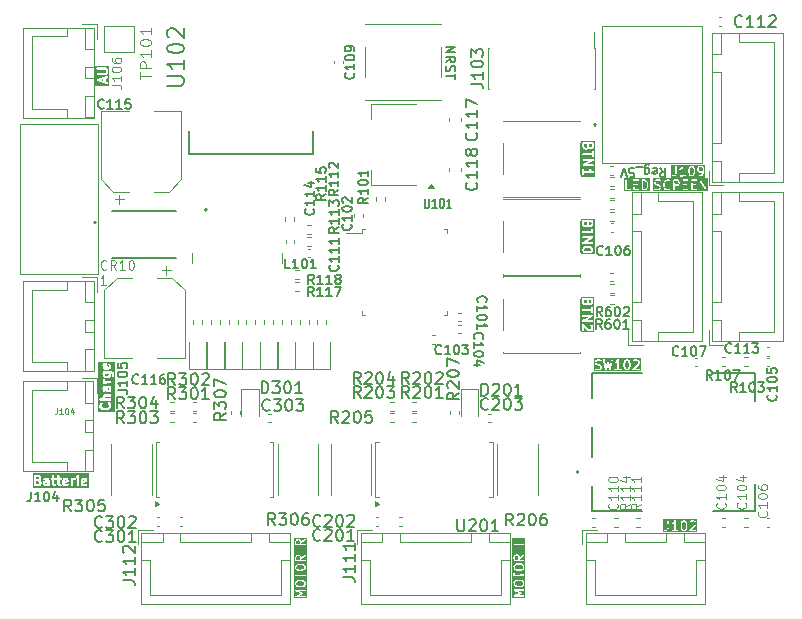
<source format=gbr>
%TF.GenerationSoftware,KiCad,Pcbnew,8.0.0-8.0.0-1~ubuntu22.04.1*%
%TF.CreationDate,2024-03-30T12:30:56+01:00*%
%TF.ProjectId,PAMI_mb,50414d49-5f6d-4622-9e6b-696361645f70,rev?*%
%TF.SameCoordinates,Original*%
%TF.FileFunction,Legend,Top*%
%TF.FilePolarity,Positive*%
%FSLAX46Y46*%
G04 Gerber Fmt 4.6, Leading zero omitted, Abs format (unit mm)*
G04 Created by KiCad (PCBNEW 8.0.0-8.0.0-1~ubuntu22.04.1) date 2024-03-30 12:30:56*
%MOMM*%
%LPD*%
G01*
G04 APERTURE LIST*
%ADD10C,0.150000*%
%ADD11C,0.200000*%
%ADD12C,0.100000*%
%ADD13C,0.167500*%
%ADD14C,0.125000*%
%ADD15C,0.120000*%
%ADD16C,0.127000*%
G04 APERTURE END LIST*
D10*
X151617065Y-75206968D02*
X151350398Y-74826015D01*
X151159922Y-75206968D02*
X151159922Y-74406968D01*
X151159922Y-74406968D02*
X151464684Y-74406968D01*
X151464684Y-74406968D02*
X151540874Y-74445063D01*
X151540874Y-74445063D02*
X151578969Y-74483158D01*
X151578969Y-74483158D02*
X151617065Y-74559349D01*
X151617065Y-74559349D02*
X151617065Y-74673634D01*
X151617065Y-74673634D02*
X151578969Y-74749825D01*
X151578969Y-74749825D02*
X151540874Y-74787920D01*
X151540874Y-74787920D02*
X151464684Y-74826015D01*
X151464684Y-74826015D02*
X151159922Y-74826015D01*
X152378969Y-75206968D02*
X151921826Y-75206968D01*
X152150398Y-75206968D02*
X152150398Y-74406968D01*
X152150398Y-74406968D02*
X152074207Y-74521253D01*
X152074207Y-74521253D02*
X151998017Y-74597444D01*
X151998017Y-74597444D02*
X151921826Y-74635539D01*
X153140874Y-75206968D02*
X152683731Y-75206968D01*
X152912303Y-75206968D02*
X152912303Y-74406968D01*
X152912303Y-74406968D02*
X152836112Y-74521253D01*
X152836112Y-74521253D02*
X152759922Y-74597444D01*
X152759922Y-74597444D02*
X152683731Y-74635539D01*
X153598017Y-74749825D02*
X153521827Y-74711730D01*
X153521827Y-74711730D02*
X153483732Y-74673634D01*
X153483732Y-74673634D02*
X153445636Y-74597444D01*
X153445636Y-74597444D02*
X153445636Y-74559349D01*
X153445636Y-74559349D02*
X153483732Y-74483158D01*
X153483732Y-74483158D02*
X153521827Y-74445063D01*
X153521827Y-74445063D02*
X153598017Y-74406968D01*
X153598017Y-74406968D02*
X153750398Y-74406968D01*
X153750398Y-74406968D02*
X153826589Y-74445063D01*
X153826589Y-74445063D02*
X153864684Y-74483158D01*
X153864684Y-74483158D02*
X153902779Y-74559349D01*
X153902779Y-74559349D02*
X153902779Y-74597444D01*
X153902779Y-74597444D02*
X153864684Y-74673634D01*
X153864684Y-74673634D02*
X153826589Y-74711730D01*
X153826589Y-74711730D02*
X153750398Y-74749825D01*
X153750398Y-74749825D02*
X153598017Y-74749825D01*
X153598017Y-74749825D02*
X153521827Y-74787920D01*
X153521827Y-74787920D02*
X153483732Y-74826015D01*
X153483732Y-74826015D02*
X153445636Y-74902206D01*
X153445636Y-74902206D02*
X153445636Y-75054587D01*
X153445636Y-75054587D02*
X153483732Y-75130777D01*
X153483732Y-75130777D02*
X153521827Y-75168873D01*
X153521827Y-75168873D02*
X153598017Y-75206968D01*
X153598017Y-75206968D02*
X153750398Y-75206968D01*
X153750398Y-75206968D02*
X153826589Y-75168873D01*
X153826589Y-75168873D02*
X153864684Y-75130777D01*
X153864684Y-75130777D02*
X153902779Y-75054587D01*
X153902779Y-75054587D02*
X153902779Y-74902206D01*
X153902779Y-74902206D02*
X153864684Y-74826015D01*
X153864684Y-74826015D02*
X153826589Y-74787920D01*
X153826589Y-74787920D02*
X153750398Y-74749825D01*
X190754095Y-84579007D02*
X190792191Y-84617103D01*
X190792191Y-84617103D02*
X190830286Y-84731388D01*
X190830286Y-84731388D02*
X190830286Y-84807579D01*
X190830286Y-84807579D02*
X190792191Y-84921865D01*
X190792191Y-84921865D02*
X190716000Y-84998055D01*
X190716000Y-84998055D02*
X190639810Y-85036150D01*
X190639810Y-85036150D02*
X190487429Y-85074246D01*
X190487429Y-85074246D02*
X190373143Y-85074246D01*
X190373143Y-85074246D02*
X190220762Y-85036150D01*
X190220762Y-85036150D02*
X190144571Y-84998055D01*
X190144571Y-84998055D02*
X190068381Y-84921865D01*
X190068381Y-84921865D02*
X190030286Y-84807579D01*
X190030286Y-84807579D02*
X190030286Y-84731388D01*
X190030286Y-84731388D02*
X190068381Y-84617103D01*
X190068381Y-84617103D02*
X190106476Y-84579007D01*
X190830286Y-83817103D02*
X190830286Y-84274246D01*
X190830286Y-84045674D02*
X190030286Y-84045674D01*
X190030286Y-84045674D02*
X190144571Y-84121865D01*
X190144571Y-84121865D02*
X190220762Y-84198055D01*
X190220762Y-84198055D02*
X190258857Y-84274246D01*
X190030286Y-83321864D02*
X190030286Y-83245674D01*
X190030286Y-83245674D02*
X190068381Y-83169483D01*
X190068381Y-83169483D02*
X190106476Y-83131388D01*
X190106476Y-83131388D02*
X190182667Y-83093293D01*
X190182667Y-83093293D02*
X190335048Y-83055198D01*
X190335048Y-83055198D02*
X190525524Y-83055198D01*
X190525524Y-83055198D02*
X190677905Y-83093293D01*
X190677905Y-83093293D02*
X190754095Y-83131388D01*
X190754095Y-83131388D02*
X190792191Y-83169483D01*
X190792191Y-83169483D02*
X190830286Y-83245674D01*
X190830286Y-83245674D02*
X190830286Y-83321864D01*
X190830286Y-83321864D02*
X190792191Y-83398055D01*
X190792191Y-83398055D02*
X190754095Y-83436150D01*
X190754095Y-83436150D02*
X190677905Y-83474245D01*
X190677905Y-83474245D02*
X190525524Y-83512341D01*
X190525524Y-83512341D02*
X190335048Y-83512341D01*
X190335048Y-83512341D02*
X190182667Y-83474245D01*
X190182667Y-83474245D02*
X190106476Y-83436150D01*
X190106476Y-83436150D02*
X190068381Y-83398055D01*
X190068381Y-83398055D02*
X190030286Y-83321864D01*
X190030286Y-82331388D02*
X190030286Y-82712340D01*
X190030286Y-82712340D02*
X190411238Y-82750436D01*
X190411238Y-82750436D02*
X190373143Y-82712340D01*
X190373143Y-82712340D02*
X190335048Y-82636150D01*
X190335048Y-82636150D02*
X190335048Y-82445674D01*
X190335048Y-82445674D02*
X190373143Y-82369483D01*
X190373143Y-82369483D02*
X190411238Y-82331388D01*
X190411238Y-82331388D02*
X190487429Y-82293293D01*
X190487429Y-82293293D02*
X190677905Y-82293293D01*
X190677905Y-82293293D02*
X190754095Y-82331388D01*
X190754095Y-82331388D02*
X190792191Y-82369483D01*
X190792191Y-82369483D02*
X190830286Y-82445674D01*
X190830286Y-82445674D02*
X190830286Y-82636150D01*
X190830286Y-82636150D02*
X190792191Y-82712340D01*
X190792191Y-82712340D02*
X190754095Y-82750436D01*
D11*
G36*
X133795810Y-57990886D02*
G01*
X133636474Y-57938168D01*
X133795302Y-57884832D01*
X133795810Y-57990886D01*
G37*
G36*
X134323215Y-58403758D02*
G01*
X133124000Y-58403758D01*
X133124000Y-57950383D01*
X133224000Y-57950383D01*
X133226259Y-57957161D01*
X133226766Y-57964289D01*
X133232372Y-57975500D01*
X133236338Y-57987399D01*
X133241022Y-57992799D01*
X133244216Y-57999187D01*
X133253685Y-58007400D01*
X133261903Y-58016875D01*
X133268292Y-58020069D01*
X133273692Y-58024753D01*
X133291592Y-58032744D01*
X133867742Y-58223370D01*
X133875134Y-58226432D01*
X133876996Y-58226432D01*
X134110707Y-58303758D01*
X134149627Y-58300992D01*
X134184526Y-58283542D01*
X134210091Y-58254066D01*
X134222430Y-58217050D01*
X134219664Y-58178130D01*
X134202214Y-58143231D01*
X134172738Y-58117666D01*
X134154838Y-58109675D01*
X133994298Y-58056558D01*
X133993156Y-57818391D01*
X134172738Y-57758087D01*
X134202215Y-57732522D01*
X134219664Y-57697623D01*
X134222430Y-57658703D01*
X134210092Y-57621687D01*
X134184527Y-57592211D01*
X134149628Y-57574761D01*
X134110708Y-57571995D01*
X134091592Y-57576342D01*
X133303644Y-57840940D01*
X133296802Y-57841427D01*
X133285771Y-57846942D01*
X133273692Y-57850999D01*
X133268291Y-57855683D01*
X133261904Y-57858877D01*
X133253690Y-57868346D01*
X133244216Y-57876564D01*
X133241021Y-57882953D01*
X133236338Y-57888353D01*
X133232372Y-57900250D01*
X133226766Y-57911463D01*
X133226259Y-57918590D01*
X133224000Y-57925369D01*
X133224888Y-57937876D01*
X133224000Y-57950383D01*
X133124000Y-57950383D01*
X133124000Y-57424052D01*
X133225136Y-57424052D01*
X133240068Y-57460100D01*
X133267658Y-57487690D01*
X133303706Y-57502622D01*
X133323215Y-57504543D01*
X133955222Y-57502723D01*
X133958327Y-57503758D01*
X133973634Y-57502670D01*
X133990343Y-57502622D01*
X133993663Y-57501246D01*
X133997247Y-57500992D01*
X134015555Y-57493986D01*
X134092145Y-57453917D01*
X134102580Y-57449596D01*
X134106401Y-57446460D01*
X134108336Y-57445448D01*
X134110067Y-57443451D01*
X134117734Y-57437160D01*
X134156700Y-57396098D01*
X134164120Y-57389664D01*
X134166705Y-57385555D01*
X134168266Y-57383912D01*
X134169276Y-57381471D01*
X134174563Y-57373074D01*
X134205199Y-57308881D01*
X134206362Y-57307719D01*
X134210355Y-57298077D01*
X134219664Y-57278574D01*
X134219918Y-57274991D01*
X134221294Y-57271671D01*
X134223215Y-57252162D01*
X134221677Y-57114546D01*
X134222430Y-57112288D01*
X134221506Y-57099294D01*
X134221294Y-57080272D01*
X134219918Y-57076951D01*
X134219664Y-57073368D01*
X134212658Y-57055060D01*
X134172586Y-56978463D01*
X134168266Y-56968032D01*
X134165131Y-56964213D01*
X134164120Y-56962279D01*
X134162123Y-56960547D01*
X134155830Y-56952879D01*
X134114768Y-56913914D01*
X134108336Y-56906497D01*
X134104225Y-56903909D01*
X134102580Y-56902348D01*
X134100137Y-56901336D01*
X134091746Y-56896054D01*
X134027553Y-56865415D01*
X134026391Y-56864253D01*
X134016755Y-56860261D01*
X133997248Y-56850951D01*
X133993662Y-56850696D01*
X133990343Y-56849321D01*
X133970834Y-56847400D01*
X133303706Y-56849321D01*
X133267658Y-56864253D01*
X133240068Y-56891843D01*
X133225136Y-56927891D01*
X133225136Y-56966909D01*
X133240068Y-57002957D01*
X133267658Y-57030547D01*
X133303706Y-57045479D01*
X133323215Y-57047400D01*
X133944484Y-57045611D01*
X133986056Y-57065452D01*
X134002191Y-57080763D01*
X134023456Y-57121413D01*
X134024632Y-57226591D01*
X134005162Y-57267386D01*
X133989853Y-57283517D01*
X133949546Y-57304604D01*
X133303706Y-57306464D01*
X133267658Y-57321396D01*
X133240068Y-57348986D01*
X133225136Y-57385034D01*
X133225136Y-57424052D01*
X133124000Y-57424052D01*
X133124000Y-56747400D01*
X134323215Y-56747400D01*
X134323215Y-58403758D01*
G37*
X162780519Y-55110662D02*
X163580519Y-55110662D01*
X163580519Y-55110662D02*
X162780519Y-55567805D01*
X162780519Y-55567805D02*
X163580519Y-55567805D01*
X162780519Y-56405900D02*
X163161472Y-56139233D01*
X162780519Y-55948757D02*
X163580519Y-55948757D01*
X163580519Y-55948757D02*
X163580519Y-56253519D01*
X163580519Y-56253519D02*
X163542424Y-56329709D01*
X163542424Y-56329709D02*
X163504329Y-56367804D01*
X163504329Y-56367804D02*
X163428138Y-56405900D01*
X163428138Y-56405900D02*
X163313853Y-56405900D01*
X163313853Y-56405900D02*
X163237662Y-56367804D01*
X163237662Y-56367804D02*
X163199567Y-56329709D01*
X163199567Y-56329709D02*
X163161472Y-56253519D01*
X163161472Y-56253519D02*
X163161472Y-55948757D01*
X162818615Y-56710661D02*
X162780519Y-56824947D01*
X162780519Y-56824947D02*
X162780519Y-57015423D01*
X162780519Y-57015423D02*
X162818615Y-57091614D01*
X162818615Y-57091614D02*
X162856710Y-57129709D01*
X162856710Y-57129709D02*
X162932900Y-57167804D01*
X162932900Y-57167804D02*
X163009091Y-57167804D01*
X163009091Y-57167804D02*
X163085281Y-57129709D01*
X163085281Y-57129709D02*
X163123376Y-57091614D01*
X163123376Y-57091614D02*
X163161472Y-57015423D01*
X163161472Y-57015423D02*
X163199567Y-56863042D01*
X163199567Y-56863042D02*
X163237662Y-56786852D01*
X163237662Y-56786852D02*
X163275757Y-56748757D01*
X163275757Y-56748757D02*
X163351948Y-56710661D01*
X163351948Y-56710661D02*
X163428138Y-56710661D01*
X163428138Y-56710661D02*
X163504329Y-56748757D01*
X163504329Y-56748757D02*
X163542424Y-56786852D01*
X163542424Y-56786852D02*
X163580519Y-56863042D01*
X163580519Y-56863042D02*
X163580519Y-57053519D01*
X163580519Y-57053519D02*
X163542424Y-57167804D01*
X163580519Y-57396376D02*
X163580519Y-57853519D01*
X162780519Y-57624947D02*
X163580519Y-57624947D01*
D12*
X186431047Y-93739409D02*
X186469143Y-93777505D01*
X186469143Y-93777505D02*
X186507238Y-93891790D01*
X186507238Y-93891790D02*
X186507238Y-93967981D01*
X186507238Y-93967981D02*
X186469143Y-94082267D01*
X186469143Y-94082267D02*
X186392952Y-94158457D01*
X186392952Y-94158457D02*
X186316762Y-94196552D01*
X186316762Y-94196552D02*
X186164381Y-94234648D01*
X186164381Y-94234648D02*
X186050095Y-94234648D01*
X186050095Y-94234648D02*
X185897714Y-94196552D01*
X185897714Y-94196552D02*
X185821523Y-94158457D01*
X185821523Y-94158457D02*
X185745333Y-94082267D01*
X185745333Y-94082267D02*
X185707238Y-93967981D01*
X185707238Y-93967981D02*
X185707238Y-93891790D01*
X185707238Y-93891790D02*
X185745333Y-93777505D01*
X185745333Y-93777505D02*
X185783428Y-93739409D01*
X186507238Y-92977505D02*
X186507238Y-93434648D01*
X186507238Y-93206076D02*
X185707238Y-93206076D01*
X185707238Y-93206076D02*
X185821523Y-93282267D01*
X185821523Y-93282267D02*
X185897714Y-93358457D01*
X185897714Y-93358457D02*
X185935809Y-93434648D01*
X185707238Y-92482266D02*
X185707238Y-92406076D01*
X185707238Y-92406076D02*
X185745333Y-92329885D01*
X185745333Y-92329885D02*
X185783428Y-92291790D01*
X185783428Y-92291790D02*
X185859619Y-92253695D01*
X185859619Y-92253695D02*
X186012000Y-92215600D01*
X186012000Y-92215600D02*
X186202476Y-92215600D01*
X186202476Y-92215600D02*
X186354857Y-92253695D01*
X186354857Y-92253695D02*
X186431047Y-92291790D01*
X186431047Y-92291790D02*
X186469143Y-92329885D01*
X186469143Y-92329885D02*
X186507238Y-92406076D01*
X186507238Y-92406076D02*
X186507238Y-92482266D01*
X186507238Y-92482266D02*
X186469143Y-92558457D01*
X186469143Y-92558457D02*
X186431047Y-92596552D01*
X186431047Y-92596552D02*
X186354857Y-92634647D01*
X186354857Y-92634647D02*
X186202476Y-92672743D01*
X186202476Y-92672743D02*
X186012000Y-92672743D01*
X186012000Y-92672743D02*
X185859619Y-92634647D01*
X185859619Y-92634647D02*
X185783428Y-92596552D01*
X185783428Y-92596552D02*
X185745333Y-92558457D01*
X185745333Y-92558457D02*
X185707238Y-92482266D01*
X185973904Y-91529885D02*
X186507238Y-91529885D01*
X185669143Y-91720361D02*
X186240571Y-91910838D01*
X186240571Y-91910838D02*
X186240571Y-91415599D01*
D10*
X153691452Y-67208464D02*
X153310499Y-67475131D01*
X153691452Y-67665607D02*
X152891452Y-67665607D01*
X152891452Y-67665607D02*
X152891452Y-67360845D01*
X152891452Y-67360845D02*
X152929547Y-67284655D01*
X152929547Y-67284655D02*
X152967642Y-67246560D01*
X152967642Y-67246560D02*
X153043833Y-67208464D01*
X153043833Y-67208464D02*
X153158118Y-67208464D01*
X153158118Y-67208464D02*
X153234309Y-67246560D01*
X153234309Y-67246560D02*
X153272404Y-67284655D01*
X153272404Y-67284655D02*
X153310499Y-67360845D01*
X153310499Y-67360845D02*
X153310499Y-67665607D01*
X153691452Y-66446560D02*
X153691452Y-66903703D01*
X153691452Y-66675131D02*
X152891452Y-66675131D01*
X152891452Y-66675131D02*
X153005737Y-66751322D01*
X153005737Y-66751322D02*
X153081928Y-66827512D01*
X153081928Y-66827512D02*
X153120023Y-66903703D01*
X153691452Y-65684655D02*
X153691452Y-66141798D01*
X153691452Y-65913226D02*
X152891452Y-65913226D01*
X152891452Y-65913226D02*
X153005737Y-65989417D01*
X153005737Y-65989417D02*
X153081928Y-66065607D01*
X153081928Y-66065607D02*
X153120023Y-66141798D01*
X152967642Y-65379893D02*
X152929547Y-65341797D01*
X152929547Y-65341797D02*
X152891452Y-65265607D01*
X152891452Y-65265607D02*
X152891452Y-65075131D01*
X152891452Y-65075131D02*
X152929547Y-64998940D01*
X152929547Y-64998940D02*
X152967642Y-64960845D01*
X152967642Y-64960845D02*
X153043833Y-64922750D01*
X153043833Y-64922750D02*
X153120023Y-64922750D01*
X153120023Y-64922750D02*
X153234309Y-64960845D01*
X153234309Y-64960845D02*
X153691452Y-65417988D01*
X153691452Y-65417988D02*
X153691452Y-64922750D01*
X153646712Y-73626031D02*
X153684808Y-73664127D01*
X153684808Y-73664127D02*
X153722903Y-73778412D01*
X153722903Y-73778412D02*
X153722903Y-73854603D01*
X153722903Y-73854603D02*
X153684808Y-73968889D01*
X153684808Y-73968889D02*
X153608617Y-74045079D01*
X153608617Y-74045079D02*
X153532427Y-74083174D01*
X153532427Y-74083174D02*
X153380046Y-74121270D01*
X153380046Y-74121270D02*
X153265760Y-74121270D01*
X153265760Y-74121270D02*
X153113379Y-74083174D01*
X153113379Y-74083174D02*
X153037188Y-74045079D01*
X153037188Y-74045079D02*
X152960998Y-73968889D01*
X152960998Y-73968889D02*
X152922903Y-73854603D01*
X152922903Y-73854603D02*
X152922903Y-73778412D01*
X152922903Y-73778412D02*
X152960998Y-73664127D01*
X152960998Y-73664127D02*
X152999093Y-73626031D01*
X153722903Y-72864127D02*
X153722903Y-73321270D01*
X153722903Y-73092698D02*
X152922903Y-73092698D01*
X152922903Y-73092698D02*
X153037188Y-73168889D01*
X153037188Y-73168889D02*
X153113379Y-73245079D01*
X153113379Y-73245079D02*
X153151474Y-73321270D01*
X153722903Y-72102222D02*
X153722903Y-72559365D01*
X153722903Y-72330793D02*
X152922903Y-72330793D01*
X152922903Y-72330793D02*
X153037188Y-72406984D01*
X153037188Y-72406984D02*
X153113379Y-72483174D01*
X153113379Y-72483174D02*
X153151474Y-72559365D01*
X153722903Y-71340317D02*
X153722903Y-71797460D01*
X153722903Y-71568888D02*
X152922903Y-71568888D01*
X152922903Y-71568888D02*
X153037188Y-71645079D01*
X153037188Y-71645079D02*
X153113379Y-71721269D01*
X153113379Y-71721269D02*
X153151474Y-71797460D01*
D13*
G36*
X175033232Y-72175169D02*
G01*
X175092503Y-72203639D01*
X175112285Y-72222536D01*
X175136612Y-72269320D01*
X175137255Y-72306339D01*
X175115218Y-72352217D01*
X175096322Y-72372000D01*
X175043317Y-72399562D01*
X174910236Y-72434147D01*
X174740374Y-72435468D01*
X174606860Y-72403403D01*
X174547593Y-72374934D01*
X174527809Y-72356037D01*
X174503481Y-72309251D01*
X174502838Y-72272235D01*
X174524877Y-72226354D01*
X174543773Y-72206572D01*
X174596780Y-72179010D01*
X174729858Y-72144425D01*
X174899719Y-72143104D01*
X175033232Y-72175169D01*
G37*
G36*
X174756761Y-70100369D02*
G01*
X174729354Y-70185931D01*
X174715369Y-70200572D01*
X174668764Y-70224806D01*
X174593856Y-70225728D01*
X174547593Y-70203505D01*
X174527809Y-70184608D01*
X174503708Y-70138258D01*
X174502688Y-69934779D01*
X174755817Y-69934280D01*
X174756761Y-70100369D01*
G37*
G36*
X175137688Y-70095915D02*
G01*
X175115218Y-70142693D01*
X175096322Y-70162476D01*
X175049536Y-70186804D01*
X175012518Y-70187447D01*
X174966640Y-70165410D01*
X174946857Y-70146514D01*
X174922744Y-70100140D01*
X174921799Y-69933953D01*
X175136765Y-69933529D01*
X175137688Y-70095915D01*
G37*
G36*
X175392686Y-72690497D02*
G01*
X174247408Y-72690497D01*
X174247408Y-72251192D01*
X174336297Y-72251192D01*
X174337415Y-72315523D01*
X174336954Y-72316908D01*
X174337597Y-72325954D01*
X174337906Y-72343721D01*
X174339057Y-72346501D01*
X174339271Y-72349503D01*
X174345139Y-72364837D01*
X174384717Y-72440952D01*
X174388507Y-72450102D01*
X174391147Y-72453319D01*
X174391981Y-72454922D01*
X174393653Y-72456372D01*
X174398923Y-72462793D01*
X174439175Y-72501242D01*
X174444889Y-72507830D01*
X174448357Y-72510013D01*
X174449709Y-72511304D01*
X174451753Y-72512151D01*
X174458784Y-72516576D01*
X174530869Y-72551202D01*
X174536655Y-72555489D01*
X174548900Y-72559863D01*
X174550307Y-72560539D01*
X174550912Y-72560582D01*
X174552116Y-72561012D01*
X174700217Y-72596580D01*
X174708470Y-72599999D01*
X174718607Y-72600997D01*
X174720738Y-72601509D01*
X174721958Y-72601327D01*
X174724809Y-72601608D01*
X174910320Y-72600164D01*
X174919356Y-72601509D01*
X174929451Y-72600015D01*
X174931624Y-72599999D01*
X174932767Y-72599525D01*
X174935597Y-72599107D01*
X175081830Y-72561104D01*
X175089786Y-72560539D01*
X175102016Y-72555858D01*
X175103439Y-72555489D01*
X175103926Y-72555127D01*
X175105120Y-72554671D01*
X175181229Y-72515096D01*
X175190386Y-72511304D01*
X175193605Y-72508661D01*
X175195205Y-72507830D01*
X175196653Y-72506160D01*
X175203077Y-72500888D01*
X175241530Y-72460630D01*
X175248114Y-72454921D01*
X175250296Y-72451454D01*
X175251588Y-72450102D01*
X175252435Y-72448055D01*
X175256860Y-72441027D01*
X175288558Y-72375035D01*
X175289683Y-72373911D01*
X175293344Y-72365070D01*
X175300823Y-72349502D01*
X175301036Y-72346501D01*
X175302188Y-72343721D01*
X175303797Y-72327382D01*
X175302678Y-72263051D01*
X175303140Y-72261667D01*
X175302496Y-72252621D01*
X175302188Y-72234853D01*
X175301036Y-72232072D01*
X175300823Y-72229072D01*
X175294956Y-72213738D01*
X175255379Y-72137626D01*
X175251588Y-72128472D01*
X175248945Y-72125252D01*
X175248114Y-72123653D01*
X175246445Y-72122205D01*
X175241172Y-72115780D01*
X175200913Y-72077325D01*
X175195205Y-72070744D01*
X175191738Y-72068561D01*
X175190386Y-72067270D01*
X175188339Y-72066422D01*
X175181311Y-72061998D01*
X175109228Y-72027373D01*
X175103440Y-72023085D01*
X175091187Y-72018708D01*
X175089786Y-72018035D01*
X175089183Y-72017992D01*
X175087979Y-72017562D01*
X174939877Y-71981992D01*
X174931624Y-71978574D01*
X174921486Y-71977575D01*
X174919356Y-71977064D01*
X174918135Y-71977245D01*
X174915285Y-71976965D01*
X174729772Y-71978408D01*
X174720738Y-71977064D01*
X174710641Y-71978557D01*
X174708470Y-71978574D01*
X174707327Y-71979047D01*
X174704496Y-71979466D01*
X174558261Y-72017469D01*
X174550307Y-72018035D01*
X174538079Y-72022714D01*
X174536654Y-72023085D01*
X174536165Y-72023447D01*
X174534974Y-72023903D01*
X174458860Y-72063479D01*
X174449709Y-72067270D01*
X174446490Y-72069911D01*
X174444889Y-72070744D01*
X174443439Y-72072415D01*
X174437017Y-72077686D01*
X174398566Y-72117940D01*
X174391981Y-72123652D01*
X174389797Y-72127120D01*
X174388507Y-72128472D01*
X174387659Y-72130516D01*
X174383235Y-72137547D01*
X174351535Y-72203538D01*
X174350411Y-72204663D01*
X174346750Y-72213499D01*
X174339271Y-72229071D01*
X174339057Y-72232072D01*
X174337906Y-72234853D01*
X174336297Y-72251192D01*
X174247408Y-72251192D01*
X174247408Y-71712010D01*
X174336501Y-71712010D01*
X174337906Y-71723061D01*
X174337906Y-71734198D01*
X174339948Y-71739129D01*
X174340622Y-71744426D01*
X174346148Y-71754097D01*
X174350411Y-71764388D01*
X174354185Y-71768162D01*
X174356835Y-71772799D01*
X174365643Y-71779620D01*
X174373518Y-71787495D01*
X174378449Y-71789537D01*
X174382671Y-71792807D01*
X174393418Y-71795738D01*
X174403708Y-71800000D01*
X174412063Y-71800822D01*
X174414198Y-71801405D01*
X174415846Y-71801195D01*
X174420047Y-71801609D01*
X175236386Y-71800000D01*
X175266576Y-71787495D01*
X175289683Y-71764388D01*
X175302188Y-71734198D01*
X175302188Y-71701520D01*
X175289683Y-71671330D01*
X175266576Y-71648223D01*
X175236386Y-71635718D01*
X175220047Y-71634109D01*
X174732651Y-71635069D01*
X175256553Y-71334503D01*
X175266576Y-71330352D01*
X175270325Y-71326602D01*
X175274987Y-71323928D01*
X175281808Y-71315119D01*
X175289683Y-71307245D01*
X175291725Y-71302313D01*
X175294995Y-71298092D01*
X175297926Y-71287344D01*
X175302188Y-71277055D01*
X175302188Y-71271716D01*
X175303593Y-71266565D01*
X175302188Y-71255513D01*
X175302188Y-71244377D01*
X175300145Y-71239445D01*
X175299472Y-71234149D01*
X175293945Y-71224477D01*
X175289683Y-71214187D01*
X175285908Y-71210412D01*
X175283259Y-71205776D01*
X175274450Y-71198954D01*
X175266576Y-71191080D01*
X175261644Y-71189037D01*
X175257423Y-71185768D01*
X175246675Y-71182836D01*
X175236386Y-71178575D01*
X175228030Y-71177752D01*
X175225896Y-71177170D01*
X175224247Y-71177379D01*
X175220047Y-71176966D01*
X174403708Y-71178575D01*
X174373518Y-71191080D01*
X174350411Y-71214187D01*
X174337906Y-71244377D01*
X174337906Y-71277055D01*
X174350411Y-71307245D01*
X174373518Y-71330352D01*
X174403708Y-71342857D01*
X174420047Y-71344466D01*
X174907442Y-71343505D01*
X174383540Y-71644071D01*
X174373518Y-71648223D01*
X174369768Y-71651972D01*
X174365107Y-71654647D01*
X174358285Y-71663455D01*
X174350411Y-71671330D01*
X174348368Y-71676261D01*
X174345099Y-71680483D01*
X174342167Y-71691230D01*
X174337906Y-71701520D01*
X174337906Y-71706858D01*
X174336501Y-71712010D01*
X174247408Y-71712010D01*
X174247408Y-70781816D01*
X174337906Y-70781816D01*
X174350411Y-70812006D01*
X174373518Y-70835113D01*
X174403708Y-70847618D01*
X174420047Y-70849227D01*
X175137353Y-70847813D01*
X175137906Y-71010388D01*
X175150411Y-71040578D01*
X175173518Y-71063685D01*
X175203708Y-71076190D01*
X175236386Y-71076190D01*
X175266576Y-71063685D01*
X175289683Y-71040578D01*
X175302188Y-71010388D01*
X175303797Y-70994049D01*
X175302188Y-70520567D01*
X175289683Y-70490377D01*
X175266576Y-70467270D01*
X175236386Y-70454765D01*
X175203708Y-70454765D01*
X175173518Y-70467270D01*
X175150411Y-70490377D01*
X175137906Y-70520567D01*
X175136297Y-70536906D01*
X175136789Y-70681891D01*
X174403708Y-70683336D01*
X174373518Y-70695841D01*
X174350411Y-70718948D01*
X174337906Y-70749138D01*
X174337906Y-70781816D01*
X174247408Y-70781816D01*
X174247408Y-69851192D01*
X174336297Y-69851192D01*
X174337759Y-70143063D01*
X174336954Y-70145480D01*
X174337833Y-70157854D01*
X174337906Y-70172293D01*
X174339057Y-70175073D01*
X174339271Y-70178075D01*
X174345139Y-70193409D01*
X174384717Y-70269524D01*
X174388507Y-70278673D01*
X174391147Y-70281890D01*
X174391981Y-70283493D01*
X174393653Y-70284943D01*
X174398923Y-70291364D01*
X174439177Y-70329815D01*
X174444889Y-70336401D01*
X174448358Y-70338584D01*
X174449709Y-70339875D01*
X174451752Y-70340721D01*
X174458783Y-70345147D01*
X174524774Y-70376846D01*
X174525899Y-70377971D01*
X174534729Y-70381628D01*
X174550306Y-70389111D01*
X174553308Y-70389324D01*
X174556089Y-70390476D01*
X174572428Y-70392085D01*
X174674441Y-70390828D01*
X174676240Y-70391428D01*
X174686819Y-70390675D01*
X174703053Y-70390476D01*
X174705833Y-70389324D01*
X174708835Y-70389111D01*
X174724169Y-70383243D01*
X174800288Y-70343662D01*
X174809432Y-70339875D01*
X174812648Y-70337235D01*
X174814253Y-70336401D01*
X174815704Y-70334727D01*
X174822123Y-70329460D01*
X174851455Y-70298752D01*
X174852349Y-70298306D01*
X174856954Y-70292995D01*
X174858197Y-70291694D01*
X174858227Y-70291722D01*
X174863937Y-70298306D01*
X174867403Y-70300488D01*
X174868756Y-70301780D01*
X174870802Y-70302627D01*
X174877831Y-70307052D01*
X174943822Y-70338750D01*
X174944947Y-70339875D01*
X174953787Y-70343536D01*
X174969356Y-70351015D01*
X174972356Y-70351228D01*
X174975137Y-70352380D01*
X174991476Y-70353989D01*
X175055806Y-70352870D01*
X175057191Y-70353332D01*
X175066236Y-70352688D01*
X175084005Y-70352380D01*
X175086785Y-70351228D01*
X175089786Y-70351015D01*
X175105120Y-70345147D01*
X175181229Y-70305572D01*
X175190386Y-70301780D01*
X175193605Y-70299137D01*
X175195205Y-70298306D01*
X175196653Y-70296636D01*
X175203077Y-70291364D01*
X175241530Y-70251106D01*
X175248114Y-70245397D01*
X175250296Y-70241930D01*
X175251588Y-70240578D01*
X175252435Y-70238531D01*
X175256860Y-70231503D01*
X175288558Y-70165511D01*
X175289683Y-70164387D01*
X175293344Y-70155546D01*
X175300823Y-70139978D01*
X175301036Y-70136977D01*
X175302188Y-70134197D01*
X175303797Y-70117858D01*
X175302188Y-69834853D01*
X175289683Y-69804663D01*
X175266576Y-69781556D01*
X175236386Y-69769051D01*
X175220047Y-69767442D01*
X174403708Y-69769051D01*
X174373518Y-69781556D01*
X174350411Y-69804663D01*
X174337906Y-69834853D01*
X174336297Y-69851192D01*
X174247408Y-69851192D01*
X174247408Y-69678553D01*
X175392686Y-69678553D01*
X175392686Y-72690497D01*
G37*
D10*
X154992904Y-57344104D02*
X155031000Y-57382200D01*
X155031000Y-57382200D02*
X155069095Y-57496485D01*
X155069095Y-57496485D02*
X155069095Y-57572676D01*
X155069095Y-57572676D02*
X155031000Y-57686962D01*
X155031000Y-57686962D02*
X154954809Y-57763152D01*
X154954809Y-57763152D02*
X154878619Y-57801247D01*
X154878619Y-57801247D02*
X154726238Y-57839343D01*
X154726238Y-57839343D02*
X154611952Y-57839343D01*
X154611952Y-57839343D02*
X154459571Y-57801247D01*
X154459571Y-57801247D02*
X154383380Y-57763152D01*
X154383380Y-57763152D02*
X154307190Y-57686962D01*
X154307190Y-57686962D02*
X154269095Y-57572676D01*
X154269095Y-57572676D02*
X154269095Y-57496485D01*
X154269095Y-57496485D02*
X154307190Y-57382200D01*
X154307190Y-57382200D02*
X154345285Y-57344104D01*
X155069095Y-56582200D02*
X155069095Y-57039343D01*
X155069095Y-56810771D02*
X154269095Y-56810771D01*
X154269095Y-56810771D02*
X154383380Y-56886962D01*
X154383380Y-56886962D02*
X154459571Y-56963152D01*
X154459571Y-56963152D02*
X154497666Y-57039343D01*
X154269095Y-56086961D02*
X154269095Y-56010771D01*
X154269095Y-56010771D02*
X154307190Y-55934580D01*
X154307190Y-55934580D02*
X154345285Y-55896485D01*
X154345285Y-55896485D02*
X154421476Y-55858390D01*
X154421476Y-55858390D02*
X154573857Y-55820295D01*
X154573857Y-55820295D02*
X154764333Y-55820295D01*
X154764333Y-55820295D02*
X154916714Y-55858390D01*
X154916714Y-55858390D02*
X154992904Y-55896485D01*
X154992904Y-55896485D02*
X155031000Y-55934580D01*
X155031000Y-55934580D02*
X155069095Y-56010771D01*
X155069095Y-56010771D02*
X155069095Y-56086961D01*
X155069095Y-56086961D02*
X155031000Y-56163152D01*
X155031000Y-56163152D02*
X154992904Y-56201247D01*
X154992904Y-56201247D02*
X154916714Y-56239342D01*
X154916714Y-56239342D02*
X154764333Y-56277438D01*
X154764333Y-56277438D02*
X154573857Y-56277438D01*
X154573857Y-56277438D02*
X154421476Y-56239342D01*
X154421476Y-56239342D02*
X154345285Y-56201247D01*
X154345285Y-56201247D02*
X154307190Y-56163152D01*
X154307190Y-56163152D02*
X154269095Y-56086961D01*
X155069095Y-55439342D02*
X155069095Y-55286961D01*
X155069095Y-55286961D02*
X155031000Y-55210771D01*
X155031000Y-55210771D02*
X154992904Y-55172675D01*
X154992904Y-55172675D02*
X154878619Y-55096485D01*
X154878619Y-55096485D02*
X154726238Y-55058390D01*
X154726238Y-55058390D02*
X154421476Y-55058390D01*
X154421476Y-55058390D02*
X154345285Y-55096485D01*
X154345285Y-55096485D02*
X154307190Y-55134580D01*
X154307190Y-55134580D02*
X154269095Y-55210771D01*
X154269095Y-55210771D02*
X154269095Y-55363152D01*
X154269095Y-55363152D02*
X154307190Y-55439342D01*
X154307190Y-55439342D02*
X154345285Y-55477437D01*
X154345285Y-55477437D02*
X154421476Y-55515533D01*
X154421476Y-55515533D02*
X154611952Y-55515533D01*
X154611952Y-55515533D02*
X154688142Y-55477437D01*
X154688142Y-55477437D02*
X154726238Y-55439342D01*
X154726238Y-55439342D02*
X154764333Y-55363152D01*
X154764333Y-55363152D02*
X154764333Y-55210771D01*
X154764333Y-55210771D02*
X154726238Y-55134580D01*
X154726238Y-55134580D02*
X154688142Y-55096485D01*
X154688142Y-55096485D02*
X154611952Y-55058390D01*
X176009413Y-79003706D02*
X175742746Y-78622753D01*
X175552270Y-79003706D02*
X175552270Y-78203706D01*
X175552270Y-78203706D02*
X175857032Y-78203706D01*
X175857032Y-78203706D02*
X175933222Y-78241801D01*
X175933222Y-78241801D02*
X175971317Y-78279896D01*
X175971317Y-78279896D02*
X176009413Y-78356087D01*
X176009413Y-78356087D02*
X176009413Y-78470372D01*
X176009413Y-78470372D02*
X175971317Y-78546563D01*
X175971317Y-78546563D02*
X175933222Y-78584658D01*
X175933222Y-78584658D02*
X175857032Y-78622753D01*
X175857032Y-78622753D02*
X175552270Y-78622753D01*
X176695127Y-78203706D02*
X176542746Y-78203706D01*
X176542746Y-78203706D02*
X176466555Y-78241801D01*
X176466555Y-78241801D02*
X176428460Y-78279896D01*
X176428460Y-78279896D02*
X176352270Y-78394182D01*
X176352270Y-78394182D02*
X176314174Y-78546563D01*
X176314174Y-78546563D02*
X176314174Y-78851325D01*
X176314174Y-78851325D02*
X176352270Y-78927515D01*
X176352270Y-78927515D02*
X176390365Y-78965611D01*
X176390365Y-78965611D02*
X176466555Y-79003706D01*
X176466555Y-79003706D02*
X176618936Y-79003706D01*
X176618936Y-79003706D02*
X176695127Y-78965611D01*
X176695127Y-78965611D02*
X176733222Y-78927515D01*
X176733222Y-78927515D02*
X176771317Y-78851325D01*
X176771317Y-78851325D02*
X176771317Y-78660849D01*
X176771317Y-78660849D02*
X176733222Y-78584658D01*
X176733222Y-78584658D02*
X176695127Y-78546563D01*
X176695127Y-78546563D02*
X176618936Y-78508468D01*
X176618936Y-78508468D02*
X176466555Y-78508468D01*
X176466555Y-78508468D02*
X176390365Y-78546563D01*
X176390365Y-78546563D02*
X176352270Y-78584658D01*
X176352270Y-78584658D02*
X176314174Y-78660849D01*
X177266556Y-78203706D02*
X177342746Y-78203706D01*
X177342746Y-78203706D02*
X177418937Y-78241801D01*
X177418937Y-78241801D02*
X177457032Y-78279896D01*
X177457032Y-78279896D02*
X177495127Y-78356087D01*
X177495127Y-78356087D02*
X177533222Y-78508468D01*
X177533222Y-78508468D02*
X177533222Y-78698944D01*
X177533222Y-78698944D02*
X177495127Y-78851325D01*
X177495127Y-78851325D02*
X177457032Y-78927515D01*
X177457032Y-78927515D02*
X177418937Y-78965611D01*
X177418937Y-78965611D02*
X177342746Y-79003706D01*
X177342746Y-79003706D02*
X177266556Y-79003706D01*
X177266556Y-79003706D02*
X177190365Y-78965611D01*
X177190365Y-78965611D02*
X177152270Y-78927515D01*
X177152270Y-78927515D02*
X177114175Y-78851325D01*
X177114175Y-78851325D02*
X177076079Y-78698944D01*
X177076079Y-78698944D02*
X177076079Y-78508468D01*
X177076079Y-78508468D02*
X177114175Y-78356087D01*
X177114175Y-78356087D02*
X177152270Y-78279896D01*
X177152270Y-78279896D02*
X177190365Y-78241801D01*
X177190365Y-78241801D02*
X177266556Y-78203706D01*
X178295127Y-79003706D02*
X177837984Y-79003706D01*
X178066556Y-79003706D02*
X178066556Y-78203706D01*
X178066556Y-78203706D02*
X177990365Y-78317991D01*
X177990365Y-78317991D02*
X177914175Y-78394182D01*
X177914175Y-78394182D02*
X177837984Y-78432277D01*
X136768259Y-83591033D02*
X136730163Y-83629129D01*
X136730163Y-83629129D02*
X136615878Y-83667224D01*
X136615878Y-83667224D02*
X136539687Y-83667224D01*
X136539687Y-83667224D02*
X136425401Y-83629129D01*
X136425401Y-83629129D02*
X136349211Y-83552938D01*
X136349211Y-83552938D02*
X136311116Y-83476748D01*
X136311116Y-83476748D02*
X136273020Y-83324367D01*
X136273020Y-83324367D02*
X136273020Y-83210081D01*
X136273020Y-83210081D02*
X136311116Y-83057700D01*
X136311116Y-83057700D02*
X136349211Y-82981509D01*
X136349211Y-82981509D02*
X136425401Y-82905319D01*
X136425401Y-82905319D02*
X136539687Y-82867224D01*
X136539687Y-82867224D02*
X136615878Y-82867224D01*
X136615878Y-82867224D02*
X136730163Y-82905319D01*
X136730163Y-82905319D02*
X136768259Y-82943414D01*
X137530163Y-83667224D02*
X137073020Y-83667224D01*
X137301592Y-83667224D02*
X137301592Y-82867224D01*
X137301592Y-82867224D02*
X137225401Y-82981509D01*
X137225401Y-82981509D02*
X137149211Y-83057700D01*
X137149211Y-83057700D02*
X137073020Y-83095795D01*
X138292068Y-83667224D02*
X137834925Y-83667224D01*
X138063497Y-83667224D02*
X138063497Y-82867224D01*
X138063497Y-82867224D02*
X137987306Y-82981509D01*
X137987306Y-82981509D02*
X137911116Y-83057700D01*
X137911116Y-83057700D02*
X137834925Y-83095795D01*
X138977783Y-82867224D02*
X138825402Y-82867224D01*
X138825402Y-82867224D02*
X138749211Y-82905319D01*
X138749211Y-82905319D02*
X138711116Y-82943414D01*
X138711116Y-82943414D02*
X138634926Y-83057700D01*
X138634926Y-83057700D02*
X138596830Y-83210081D01*
X138596830Y-83210081D02*
X138596830Y-83514843D01*
X138596830Y-83514843D02*
X138634926Y-83591033D01*
X138634926Y-83591033D02*
X138673021Y-83629129D01*
X138673021Y-83629129D02*
X138749211Y-83667224D01*
X138749211Y-83667224D02*
X138901592Y-83667224D01*
X138901592Y-83667224D02*
X138977783Y-83629129D01*
X138977783Y-83629129D02*
X139015878Y-83591033D01*
X139015878Y-83591033D02*
X139053973Y-83514843D01*
X139053973Y-83514843D02*
X139053973Y-83324367D01*
X139053973Y-83324367D02*
X139015878Y-83248176D01*
X139015878Y-83248176D02*
X138977783Y-83210081D01*
X138977783Y-83210081D02*
X138901592Y-83171986D01*
X138901592Y-83171986D02*
X138749211Y-83171986D01*
X138749211Y-83171986D02*
X138673021Y-83210081D01*
X138673021Y-83210081D02*
X138634926Y-83248176D01*
X138634926Y-83248176D02*
X138596830Y-83324367D01*
X127675040Y-92791347D02*
X127675040Y-93362775D01*
X127675040Y-93362775D02*
X127636945Y-93477061D01*
X127636945Y-93477061D02*
X127560754Y-93553252D01*
X127560754Y-93553252D02*
X127446469Y-93591347D01*
X127446469Y-93591347D02*
X127370278Y-93591347D01*
X128475040Y-93591347D02*
X128017897Y-93591347D01*
X128246469Y-93591347D02*
X128246469Y-92791347D01*
X128246469Y-92791347D02*
X128170278Y-92905632D01*
X128170278Y-92905632D02*
X128094088Y-92981823D01*
X128094088Y-92981823D02*
X128017897Y-93019918D01*
X128970279Y-92791347D02*
X129046469Y-92791347D01*
X129046469Y-92791347D02*
X129122660Y-92829442D01*
X129122660Y-92829442D02*
X129160755Y-92867537D01*
X129160755Y-92867537D02*
X129198850Y-92943728D01*
X129198850Y-92943728D02*
X129236945Y-93096109D01*
X129236945Y-93096109D02*
X129236945Y-93286585D01*
X129236945Y-93286585D02*
X129198850Y-93438966D01*
X129198850Y-93438966D02*
X129160755Y-93515156D01*
X129160755Y-93515156D02*
X129122660Y-93553252D01*
X129122660Y-93553252D02*
X129046469Y-93591347D01*
X129046469Y-93591347D02*
X128970279Y-93591347D01*
X128970279Y-93591347D02*
X128894088Y-93553252D01*
X128894088Y-93553252D02*
X128855993Y-93515156D01*
X128855993Y-93515156D02*
X128817898Y-93438966D01*
X128817898Y-93438966D02*
X128779802Y-93286585D01*
X128779802Y-93286585D02*
X128779802Y-93096109D01*
X128779802Y-93096109D02*
X128817898Y-92943728D01*
X128817898Y-92943728D02*
X128855993Y-92867537D01*
X128855993Y-92867537D02*
X128894088Y-92829442D01*
X128894088Y-92829442D02*
X128970279Y-92791347D01*
X129922660Y-93058013D02*
X129922660Y-93591347D01*
X129732184Y-92753252D02*
X129541707Y-93324680D01*
X129541707Y-93324680D02*
X130036946Y-93324680D01*
D13*
G36*
X174744705Y-76721062D02*
G01*
X174717298Y-76806624D01*
X174703313Y-76821265D01*
X174656708Y-76845499D01*
X174581800Y-76846421D01*
X174535537Y-76824198D01*
X174515753Y-76805301D01*
X174491652Y-76758951D01*
X174490632Y-76555472D01*
X174743761Y-76554973D01*
X174744705Y-76721062D01*
G37*
G36*
X175125632Y-76716608D02*
G01*
X175103162Y-76763386D01*
X175084266Y-76783169D01*
X175037480Y-76807497D01*
X175000462Y-76808140D01*
X174954584Y-76786103D01*
X174934801Y-76767207D01*
X174910688Y-76720833D01*
X174909743Y-76554646D01*
X175124709Y-76554222D01*
X175125632Y-76716608D01*
G37*
G36*
X175380630Y-79311190D02*
G01*
X174235352Y-79311190D01*
X174235352Y-78643313D01*
X174324241Y-78643313D01*
X174325850Y-79154890D01*
X174338355Y-79185080D01*
X174361462Y-79208187D01*
X174391652Y-79220692D01*
X174424330Y-79220692D01*
X174454520Y-79208187D01*
X174477627Y-79185080D01*
X174490132Y-79154890D01*
X174491741Y-79138551D01*
X174490814Y-78843888D01*
X174797727Y-79149315D01*
X174798972Y-79151805D01*
X174808755Y-79160289D01*
X174818605Y-79170092D01*
X174821384Y-79171243D01*
X174823658Y-79173215D01*
X174838650Y-79179908D01*
X174953211Y-79216604D01*
X174963081Y-79220692D01*
X174967258Y-79221103D01*
X174968946Y-79221644D01*
X174971154Y-79221487D01*
X174979420Y-79222301D01*
X175043750Y-79221182D01*
X175045135Y-79221644D01*
X175054180Y-79221000D01*
X175071949Y-79220692D01*
X175074729Y-79219540D01*
X175077730Y-79219327D01*
X175093064Y-79213459D01*
X175169173Y-79173884D01*
X175178330Y-79170092D01*
X175181549Y-79167449D01*
X175183149Y-79166618D01*
X175184597Y-79164948D01*
X175191021Y-79159676D01*
X175229474Y-79119418D01*
X175236058Y-79113709D01*
X175238240Y-79110242D01*
X175239532Y-79108890D01*
X175240379Y-79106843D01*
X175244804Y-79099815D01*
X175276502Y-79033823D01*
X175277627Y-79032699D01*
X175281288Y-79023858D01*
X175288767Y-79008290D01*
X175288980Y-79005289D01*
X175290132Y-79002509D01*
X175291741Y-78986170D01*
X175290357Y-78808348D01*
X175291084Y-78806169D01*
X175290249Y-78794425D01*
X175290132Y-78779355D01*
X175288980Y-78776574D01*
X175288767Y-78773573D01*
X175282899Y-78758240D01*
X175243320Y-78682122D01*
X175239532Y-78672976D01*
X175236891Y-78669758D01*
X175236058Y-78668155D01*
X175234385Y-78666704D01*
X175229117Y-78660284D01*
X175178331Y-78611773D01*
X175148141Y-78599267D01*
X175115463Y-78599267D01*
X175085273Y-78611772D01*
X175062166Y-78634878D01*
X175049660Y-78665068D01*
X175049660Y-78697746D01*
X175062165Y-78727936D01*
X175072580Y-78740627D01*
X175100229Y-78767038D01*
X175124379Y-78813483D01*
X175125553Y-78964391D01*
X175103162Y-79011005D01*
X175084266Y-79030788D01*
X175037480Y-79055116D01*
X174995736Y-79055842D01*
X174912115Y-79029056D01*
X174454520Y-78573677D01*
X174424330Y-78561172D01*
X174391652Y-78561172D01*
X174361462Y-78573677D01*
X174338355Y-78596784D01*
X174325850Y-78626974D01*
X174324241Y-78643313D01*
X174235352Y-78643313D01*
X174235352Y-78332703D01*
X174324445Y-78332703D01*
X174325850Y-78343754D01*
X174325850Y-78354891D01*
X174327892Y-78359822D01*
X174328566Y-78365119D01*
X174334092Y-78374790D01*
X174338355Y-78385081D01*
X174342129Y-78388855D01*
X174344779Y-78393492D01*
X174353587Y-78400313D01*
X174361462Y-78408188D01*
X174366393Y-78410230D01*
X174370615Y-78413500D01*
X174381362Y-78416431D01*
X174391652Y-78420693D01*
X174400007Y-78421515D01*
X174402142Y-78422098D01*
X174403790Y-78421888D01*
X174407991Y-78422302D01*
X175224330Y-78420693D01*
X175254520Y-78408188D01*
X175277627Y-78385081D01*
X175290132Y-78354891D01*
X175290132Y-78322213D01*
X175277627Y-78292023D01*
X175254520Y-78268916D01*
X175224330Y-78256411D01*
X175207991Y-78254802D01*
X174720595Y-78255762D01*
X175244497Y-77955196D01*
X175254520Y-77951045D01*
X175258269Y-77947295D01*
X175262931Y-77944621D01*
X175269752Y-77935812D01*
X175277627Y-77927938D01*
X175279669Y-77923006D01*
X175282939Y-77918785D01*
X175285870Y-77908037D01*
X175290132Y-77897748D01*
X175290132Y-77892409D01*
X175291537Y-77887258D01*
X175290132Y-77876206D01*
X175290132Y-77865070D01*
X175288089Y-77860138D01*
X175287416Y-77854842D01*
X175281889Y-77845170D01*
X175277627Y-77834880D01*
X175273852Y-77831105D01*
X175271203Y-77826469D01*
X175262394Y-77819647D01*
X175254520Y-77811773D01*
X175249588Y-77809730D01*
X175245367Y-77806461D01*
X175234619Y-77803529D01*
X175224330Y-77799268D01*
X175215974Y-77798445D01*
X175213840Y-77797863D01*
X175212191Y-77798072D01*
X175207991Y-77797659D01*
X174391652Y-77799268D01*
X174361462Y-77811773D01*
X174338355Y-77834880D01*
X174325850Y-77865070D01*
X174325850Y-77897748D01*
X174338355Y-77927938D01*
X174361462Y-77951045D01*
X174391652Y-77963550D01*
X174407991Y-77965159D01*
X174895386Y-77964198D01*
X174371484Y-78264764D01*
X174361462Y-78268916D01*
X174357712Y-78272665D01*
X174353051Y-78275340D01*
X174346229Y-78284148D01*
X174338355Y-78292023D01*
X174336312Y-78296954D01*
X174333043Y-78301176D01*
X174330111Y-78311923D01*
X174325850Y-78322213D01*
X174325850Y-78327551D01*
X174324445Y-78332703D01*
X174235352Y-78332703D01*
X174235352Y-77402509D01*
X174325850Y-77402509D01*
X174338355Y-77432699D01*
X174361462Y-77455806D01*
X174391652Y-77468311D01*
X174407991Y-77469920D01*
X175125297Y-77468506D01*
X175125850Y-77631081D01*
X175138355Y-77661271D01*
X175161462Y-77684378D01*
X175191652Y-77696883D01*
X175224330Y-77696883D01*
X175254520Y-77684378D01*
X175277627Y-77661271D01*
X175290132Y-77631081D01*
X175291741Y-77614742D01*
X175290132Y-77141260D01*
X175277627Y-77111070D01*
X175254520Y-77087963D01*
X175224330Y-77075458D01*
X175191652Y-77075458D01*
X175161462Y-77087963D01*
X175138355Y-77111070D01*
X175125850Y-77141260D01*
X175124241Y-77157599D01*
X175124733Y-77302584D01*
X174391652Y-77304029D01*
X174361462Y-77316534D01*
X174338355Y-77339641D01*
X174325850Y-77369831D01*
X174325850Y-77402509D01*
X174235352Y-77402509D01*
X174235352Y-76471885D01*
X174324241Y-76471885D01*
X174325703Y-76763756D01*
X174324898Y-76766173D01*
X174325777Y-76778547D01*
X174325850Y-76792986D01*
X174327001Y-76795766D01*
X174327215Y-76798768D01*
X174333083Y-76814102D01*
X174372661Y-76890217D01*
X174376451Y-76899366D01*
X174379091Y-76902583D01*
X174379925Y-76904186D01*
X174381597Y-76905636D01*
X174386867Y-76912057D01*
X174427121Y-76950508D01*
X174432833Y-76957094D01*
X174436302Y-76959277D01*
X174437653Y-76960568D01*
X174439696Y-76961414D01*
X174446727Y-76965840D01*
X174512718Y-76997539D01*
X174513843Y-76998664D01*
X174522673Y-77002321D01*
X174538250Y-77009804D01*
X174541252Y-77010017D01*
X174544033Y-77011169D01*
X174560372Y-77012778D01*
X174662385Y-77011521D01*
X174664184Y-77012121D01*
X174674763Y-77011368D01*
X174690997Y-77011169D01*
X174693777Y-77010017D01*
X174696779Y-77009804D01*
X174712113Y-77003936D01*
X174788232Y-76964355D01*
X174797376Y-76960568D01*
X174800592Y-76957928D01*
X174802197Y-76957094D01*
X174803648Y-76955420D01*
X174810067Y-76950153D01*
X174839399Y-76919445D01*
X174840293Y-76918999D01*
X174844898Y-76913688D01*
X174846141Y-76912387D01*
X174846171Y-76912415D01*
X174851881Y-76918999D01*
X174855347Y-76921181D01*
X174856700Y-76922473D01*
X174858746Y-76923320D01*
X174865775Y-76927745D01*
X174931766Y-76959443D01*
X174932891Y-76960568D01*
X174941731Y-76964229D01*
X174957300Y-76971708D01*
X174960300Y-76971921D01*
X174963081Y-76973073D01*
X174979420Y-76974682D01*
X175043750Y-76973563D01*
X175045135Y-76974025D01*
X175054180Y-76973381D01*
X175071949Y-76973073D01*
X175074729Y-76971921D01*
X175077730Y-76971708D01*
X175093064Y-76965840D01*
X175169173Y-76926265D01*
X175178330Y-76922473D01*
X175181549Y-76919830D01*
X175183149Y-76918999D01*
X175184597Y-76917329D01*
X175191021Y-76912057D01*
X175229474Y-76871799D01*
X175236058Y-76866090D01*
X175238240Y-76862623D01*
X175239532Y-76861271D01*
X175240379Y-76859224D01*
X175244804Y-76852196D01*
X175276502Y-76786204D01*
X175277627Y-76785080D01*
X175281288Y-76776239D01*
X175288767Y-76760671D01*
X175288980Y-76757670D01*
X175290132Y-76754890D01*
X175291741Y-76738551D01*
X175290132Y-76455546D01*
X175277627Y-76425356D01*
X175254520Y-76402249D01*
X175224330Y-76389744D01*
X175207991Y-76388135D01*
X174391652Y-76389744D01*
X174361462Y-76402249D01*
X174338355Y-76425356D01*
X174325850Y-76455546D01*
X174324241Y-76471885D01*
X174235352Y-76471885D01*
X174235352Y-76299246D01*
X175380630Y-76299246D01*
X175380630Y-79311190D01*
G37*
D12*
X136872419Y-57838972D02*
X136872419Y-57267544D01*
X137872419Y-57553258D02*
X136872419Y-57553258D01*
X137872419Y-56934210D02*
X136872419Y-56934210D01*
X136872419Y-56934210D02*
X136872419Y-56553258D01*
X136872419Y-56553258D02*
X136920038Y-56458020D01*
X136920038Y-56458020D02*
X136967657Y-56410401D01*
X136967657Y-56410401D02*
X137062895Y-56362782D01*
X137062895Y-56362782D02*
X137205752Y-56362782D01*
X137205752Y-56362782D02*
X137300990Y-56410401D01*
X137300990Y-56410401D02*
X137348609Y-56458020D01*
X137348609Y-56458020D02*
X137396228Y-56553258D01*
X137396228Y-56553258D02*
X137396228Y-56934210D01*
X137872419Y-55410401D02*
X137872419Y-55981829D01*
X137872419Y-55696115D02*
X136872419Y-55696115D01*
X136872419Y-55696115D02*
X137015276Y-55791353D01*
X137015276Y-55791353D02*
X137110514Y-55886591D01*
X137110514Y-55886591D02*
X137158133Y-55981829D01*
X136872419Y-54791353D02*
X136872419Y-54696115D01*
X136872419Y-54696115D02*
X136920038Y-54600877D01*
X136920038Y-54600877D02*
X136967657Y-54553258D01*
X136967657Y-54553258D02*
X137062895Y-54505639D01*
X137062895Y-54505639D02*
X137253371Y-54458020D01*
X137253371Y-54458020D02*
X137491466Y-54458020D01*
X137491466Y-54458020D02*
X137681942Y-54505639D01*
X137681942Y-54505639D02*
X137777180Y-54553258D01*
X137777180Y-54553258D02*
X137824800Y-54600877D01*
X137824800Y-54600877D02*
X137872419Y-54696115D01*
X137872419Y-54696115D02*
X137872419Y-54791353D01*
X137872419Y-54791353D02*
X137824800Y-54886591D01*
X137824800Y-54886591D02*
X137777180Y-54934210D01*
X137777180Y-54934210D02*
X137681942Y-54981829D01*
X137681942Y-54981829D02*
X137491466Y-55029448D01*
X137491466Y-55029448D02*
X137253371Y-55029448D01*
X137253371Y-55029448D02*
X137062895Y-54981829D01*
X137062895Y-54981829D02*
X136967657Y-54934210D01*
X136967657Y-54934210D02*
X136920038Y-54886591D01*
X136920038Y-54886591D02*
X136872419Y-54791353D01*
X137872419Y-53505639D02*
X137872419Y-54077067D01*
X137872419Y-53791353D02*
X136872419Y-53791353D01*
X136872419Y-53791353D02*
X137015276Y-53886591D01*
X137015276Y-53886591D02*
X137110514Y-53981829D01*
X137110514Y-53981829D02*
X137158133Y-54077067D01*
D14*
X134072638Y-73911751D02*
X134034542Y-73949847D01*
X134034542Y-73949847D02*
X133920257Y-73987942D01*
X133920257Y-73987942D02*
X133844066Y-73987942D01*
X133844066Y-73987942D02*
X133729780Y-73949847D01*
X133729780Y-73949847D02*
X133653590Y-73873656D01*
X133653590Y-73873656D02*
X133615495Y-73797466D01*
X133615495Y-73797466D02*
X133577399Y-73645085D01*
X133577399Y-73645085D02*
X133577399Y-73530799D01*
X133577399Y-73530799D02*
X133615495Y-73378418D01*
X133615495Y-73378418D02*
X133653590Y-73302227D01*
X133653590Y-73302227D02*
X133729780Y-73226037D01*
X133729780Y-73226037D02*
X133844066Y-73187942D01*
X133844066Y-73187942D02*
X133920257Y-73187942D01*
X133920257Y-73187942D02*
X134034542Y-73226037D01*
X134034542Y-73226037D02*
X134072638Y-73264132D01*
X134872638Y-73987942D02*
X134605971Y-73606989D01*
X134415495Y-73987942D02*
X134415495Y-73187942D01*
X134415495Y-73187942D02*
X134720257Y-73187942D01*
X134720257Y-73187942D02*
X134796447Y-73226037D01*
X134796447Y-73226037D02*
X134834542Y-73264132D01*
X134834542Y-73264132D02*
X134872638Y-73340323D01*
X134872638Y-73340323D02*
X134872638Y-73454608D01*
X134872638Y-73454608D02*
X134834542Y-73530799D01*
X134834542Y-73530799D02*
X134796447Y-73568894D01*
X134796447Y-73568894D02*
X134720257Y-73606989D01*
X134720257Y-73606989D02*
X134415495Y-73606989D01*
X135634542Y-73987942D02*
X135177399Y-73987942D01*
X135405971Y-73987942D02*
X135405971Y-73187942D01*
X135405971Y-73187942D02*
X135329780Y-73302227D01*
X135329780Y-73302227D02*
X135253590Y-73378418D01*
X135253590Y-73378418D02*
X135177399Y-73416513D01*
X136129781Y-73187942D02*
X136205971Y-73187942D01*
X136205971Y-73187942D02*
X136282162Y-73226037D01*
X136282162Y-73226037D02*
X136320257Y-73264132D01*
X136320257Y-73264132D02*
X136358352Y-73340323D01*
X136358352Y-73340323D02*
X136396447Y-73492704D01*
X136396447Y-73492704D02*
X136396447Y-73683180D01*
X136396447Y-73683180D02*
X136358352Y-73835561D01*
X136358352Y-73835561D02*
X136320257Y-73911751D01*
X136320257Y-73911751D02*
X136282162Y-73949847D01*
X136282162Y-73949847D02*
X136205971Y-73987942D01*
X136205971Y-73987942D02*
X136129781Y-73987942D01*
X136129781Y-73987942D02*
X136053590Y-73949847D01*
X136053590Y-73949847D02*
X136015495Y-73911751D01*
X136015495Y-73911751D02*
X135977400Y-73835561D01*
X135977400Y-73835561D02*
X135939304Y-73683180D01*
X135939304Y-73683180D02*
X135939304Y-73492704D01*
X135939304Y-73492704D02*
X135977400Y-73340323D01*
X135977400Y-73340323D02*
X136015495Y-73264132D01*
X136015495Y-73264132D02*
X136053590Y-73226037D01*
X136053590Y-73226037D02*
X136129781Y-73187942D01*
X134034542Y-75275897D02*
X133577399Y-75275897D01*
X133805971Y-75275897D02*
X133805971Y-74475897D01*
X133805971Y-74475897D02*
X133729780Y-74590182D01*
X133729780Y-74590182D02*
X133653590Y-74666373D01*
X133653590Y-74666373D02*
X133577399Y-74704468D01*
G36*
X179610539Y-66459887D02*
G01*
X179706240Y-66488320D01*
X179764919Y-66542906D01*
X179798060Y-66602542D01*
X179798240Y-66606229D01*
X179835276Y-66739396D01*
X179834470Y-66743451D01*
X179837777Y-66839526D01*
X179836336Y-66842578D01*
X179806250Y-66977942D01*
X179802972Y-66982167D01*
X179775839Y-67042915D01*
X179717090Y-67106070D01*
X179630511Y-67138135D01*
X179630303Y-67138094D01*
X179501982Y-67140941D01*
X179498060Y-66461801D01*
X179609557Y-66459327D01*
X179610539Y-66459887D01*
G37*
G36*
X180048359Y-67351983D02*
G01*
X177917009Y-67351983D01*
X177917009Y-66400594D01*
X178005898Y-66400594D01*
X178010656Y-67224512D01*
X178044480Y-67258336D01*
X178068398Y-67263094D01*
X178473268Y-67258336D01*
X178507092Y-67224512D01*
X178507092Y-67176676D01*
X178473268Y-67142852D01*
X178449350Y-67138094D01*
X178130558Y-67141840D01*
X178126278Y-66400594D01*
X178653517Y-66400594D01*
X178658275Y-67224512D01*
X178692099Y-67258336D01*
X178716017Y-67263094D01*
X179120887Y-67258336D01*
X179154711Y-67224512D01*
X179154711Y-67176676D01*
X179120887Y-67142852D01*
X179096969Y-67138094D01*
X178778177Y-67141840D01*
X178776452Y-66843056D01*
X179006601Y-66839288D01*
X179040425Y-66805464D01*
X179040425Y-66757628D01*
X179006601Y-66723804D01*
X178982683Y-66719046D01*
X178775755Y-66722434D01*
X178774254Y-66462409D01*
X179120887Y-66458336D01*
X179154711Y-66424512D01*
X179154711Y-66400594D01*
X179377327Y-66400594D01*
X179382085Y-67224512D01*
X179415909Y-67258336D01*
X179439827Y-67263094D01*
X179618267Y-67259133D01*
X179625872Y-67262936D01*
X179650067Y-67259887D01*
X179757115Y-67220241D01*
X179768507Y-67220241D01*
X179782673Y-67210775D01*
X179785539Y-67209714D01*
X179786179Y-67208432D01*
X179788783Y-67206693D01*
X179854654Y-67135882D01*
X179861729Y-67133524D01*
X179876681Y-67114259D01*
X179878446Y-67110306D01*
X179878522Y-67110225D01*
X179878521Y-67110137D01*
X179905654Y-67049388D01*
X179909091Y-67047327D01*
X179919508Y-67025277D01*
X179950490Y-66885876D01*
X179954712Y-66881655D01*
X179959470Y-66857737D01*
X179956011Y-66757279D01*
X179958789Y-66752650D01*
X179957604Y-66728292D01*
X179919576Y-66591561D01*
X179921217Y-66586640D01*
X179914776Y-66563120D01*
X179878521Y-66497879D01*
X179878521Y-66490962D01*
X179864973Y-66470685D01*
X179861733Y-66467671D01*
X179861729Y-66467663D01*
X179861721Y-66467660D01*
X179790510Y-66401416D01*
X179785539Y-66391474D01*
X179770773Y-66383056D01*
X179768506Y-66380947D01*
X179767074Y-66380947D01*
X179764353Y-66379396D01*
X179659659Y-66348290D01*
X179654221Y-66342852D01*
X179630303Y-66338094D01*
X179415909Y-66342852D01*
X179382085Y-66376676D01*
X179377327Y-66400594D01*
X179154711Y-66400594D01*
X179154711Y-66376676D01*
X179120887Y-66342852D01*
X179096969Y-66338094D01*
X178692099Y-66342852D01*
X178658275Y-66376676D01*
X178653517Y-66400594D01*
X178126278Y-66400594D01*
X178126140Y-66376676D01*
X178092316Y-66342852D01*
X178044480Y-66342852D01*
X178010656Y-66376676D01*
X178005898Y-66400594D01*
X177917009Y-66400594D01*
X177917009Y-66249205D01*
X180048359Y-66249205D01*
X180048359Y-67351983D01*
G37*
D10*
X154743031Y-70136130D02*
X154781127Y-70174226D01*
X154781127Y-70174226D02*
X154819222Y-70288511D01*
X154819222Y-70288511D02*
X154819222Y-70364702D01*
X154819222Y-70364702D02*
X154781127Y-70478988D01*
X154781127Y-70478988D02*
X154704936Y-70555178D01*
X154704936Y-70555178D02*
X154628746Y-70593273D01*
X154628746Y-70593273D02*
X154476365Y-70631369D01*
X154476365Y-70631369D02*
X154362079Y-70631369D01*
X154362079Y-70631369D02*
X154209698Y-70593273D01*
X154209698Y-70593273D02*
X154133507Y-70555178D01*
X154133507Y-70555178D02*
X154057317Y-70478988D01*
X154057317Y-70478988D02*
X154019222Y-70364702D01*
X154019222Y-70364702D02*
X154019222Y-70288511D01*
X154019222Y-70288511D02*
X154057317Y-70174226D01*
X154057317Y-70174226D02*
X154095412Y-70136130D01*
X154819222Y-69374226D02*
X154819222Y-69831369D01*
X154819222Y-69602797D02*
X154019222Y-69602797D01*
X154019222Y-69602797D02*
X154133507Y-69678988D01*
X154133507Y-69678988D02*
X154209698Y-69755178D01*
X154209698Y-69755178D02*
X154247793Y-69831369D01*
X154019222Y-68878987D02*
X154019222Y-68802797D01*
X154019222Y-68802797D02*
X154057317Y-68726606D01*
X154057317Y-68726606D02*
X154095412Y-68688511D01*
X154095412Y-68688511D02*
X154171603Y-68650416D01*
X154171603Y-68650416D02*
X154323984Y-68612321D01*
X154323984Y-68612321D02*
X154514460Y-68612321D01*
X154514460Y-68612321D02*
X154666841Y-68650416D01*
X154666841Y-68650416D02*
X154743031Y-68688511D01*
X154743031Y-68688511D02*
X154781127Y-68726606D01*
X154781127Y-68726606D02*
X154819222Y-68802797D01*
X154819222Y-68802797D02*
X154819222Y-68878987D01*
X154819222Y-68878987D02*
X154781127Y-68955178D01*
X154781127Y-68955178D02*
X154743031Y-68993273D01*
X154743031Y-68993273D02*
X154666841Y-69031368D01*
X154666841Y-69031368D02*
X154514460Y-69069464D01*
X154514460Y-69069464D02*
X154323984Y-69069464D01*
X154323984Y-69069464D02*
X154171603Y-69031368D01*
X154171603Y-69031368D02*
X154095412Y-68993273D01*
X154095412Y-68993273D02*
X154057317Y-68955178D01*
X154057317Y-68955178D02*
X154019222Y-68878987D01*
X154095412Y-68307559D02*
X154057317Y-68269463D01*
X154057317Y-68269463D02*
X154019222Y-68193273D01*
X154019222Y-68193273D02*
X154019222Y-68002797D01*
X154019222Y-68002797D02*
X154057317Y-67926606D01*
X154057317Y-67926606D02*
X154095412Y-67888511D01*
X154095412Y-67888511D02*
X154171603Y-67850416D01*
X154171603Y-67850416D02*
X154247793Y-67850416D01*
X154247793Y-67850416D02*
X154362079Y-67888511D01*
X154362079Y-67888511D02*
X154819222Y-68345654D01*
X154819222Y-68345654D02*
X154819222Y-67850416D01*
X162419379Y-81066262D02*
X162381283Y-81104358D01*
X162381283Y-81104358D02*
X162266998Y-81142453D01*
X162266998Y-81142453D02*
X162190807Y-81142453D01*
X162190807Y-81142453D02*
X162076521Y-81104358D01*
X162076521Y-81104358D02*
X162000331Y-81028167D01*
X162000331Y-81028167D02*
X161962236Y-80951977D01*
X161962236Y-80951977D02*
X161924140Y-80799596D01*
X161924140Y-80799596D02*
X161924140Y-80685310D01*
X161924140Y-80685310D02*
X161962236Y-80532929D01*
X161962236Y-80532929D02*
X162000331Y-80456738D01*
X162000331Y-80456738D02*
X162076521Y-80380548D01*
X162076521Y-80380548D02*
X162190807Y-80342453D01*
X162190807Y-80342453D02*
X162266998Y-80342453D01*
X162266998Y-80342453D02*
X162381283Y-80380548D01*
X162381283Y-80380548D02*
X162419379Y-80418643D01*
X163181283Y-81142453D02*
X162724140Y-81142453D01*
X162952712Y-81142453D02*
X162952712Y-80342453D01*
X162952712Y-80342453D02*
X162876521Y-80456738D01*
X162876521Y-80456738D02*
X162800331Y-80532929D01*
X162800331Y-80532929D02*
X162724140Y-80571024D01*
X163676522Y-80342453D02*
X163752712Y-80342453D01*
X163752712Y-80342453D02*
X163828903Y-80380548D01*
X163828903Y-80380548D02*
X163866998Y-80418643D01*
X163866998Y-80418643D02*
X163905093Y-80494834D01*
X163905093Y-80494834D02*
X163943188Y-80647215D01*
X163943188Y-80647215D02*
X163943188Y-80837691D01*
X163943188Y-80837691D02*
X163905093Y-80990072D01*
X163905093Y-80990072D02*
X163866998Y-81066262D01*
X163866998Y-81066262D02*
X163828903Y-81104358D01*
X163828903Y-81104358D02*
X163752712Y-81142453D01*
X163752712Y-81142453D02*
X163676522Y-81142453D01*
X163676522Y-81142453D02*
X163600331Y-81104358D01*
X163600331Y-81104358D02*
X163562236Y-81066262D01*
X163562236Y-81066262D02*
X163524141Y-80990072D01*
X163524141Y-80990072D02*
X163486045Y-80837691D01*
X163486045Y-80837691D02*
X163486045Y-80647215D01*
X163486045Y-80647215D02*
X163524141Y-80494834D01*
X163524141Y-80494834D02*
X163562236Y-80418643D01*
X163562236Y-80418643D02*
X163600331Y-80380548D01*
X163600331Y-80380548D02*
X163676522Y-80342453D01*
X164209855Y-80342453D02*
X164705093Y-80342453D01*
X164705093Y-80342453D02*
X164438427Y-80647215D01*
X164438427Y-80647215D02*
X164552712Y-80647215D01*
X164552712Y-80647215D02*
X164628903Y-80685310D01*
X164628903Y-80685310D02*
X164666998Y-80723405D01*
X164666998Y-80723405D02*
X164705093Y-80799596D01*
X164705093Y-80799596D02*
X164705093Y-80990072D01*
X164705093Y-80990072D02*
X164666998Y-81066262D01*
X164666998Y-81066262D02*
X164628903Y-81104358D01*
X164628903Y-81104358D02*
X164552712Y-81142453D01*
X164552712Y-81142453D02*
X164324141Y-81142453D01*
X164324141Y-81142453D02*
X164247950Y-81104358D01*
X164247950Y-81104358D02*
X164209855Y-81066262D01*
D12*
X188167285Y-93722665D02*
X188205381Y-93760761D01*
X188205381Y-93760761D02*
X188243476Y-93875046D01*
X188243476Y-93875046D02*
X188243476Y-93951237D01*
X188243476Y-93951237D02*
X188205381Y-94065523D01*
X188205381Y-94065523D02*
X188129190Y-94141713D01*
X188129190Y-94141713D02*
X188053000Y-94179808D01*
X188053000Y-94179808D02*
X187900619Y-94217904D01*
X187900619Y-94217904D02*
X187786333Y-94217904D01*
X187786333Y-94217904D02*
X187633952Y-94179808D01*
X187633952Y-94179808D02*
X187557761Y-94141713D01*
X187557761Y-94141713D02*
X187481571Y-94065523D01*
X187481571Y-94065523D02*
X187443476Y-93951237D01*
X187443476Y-93951237D02*
X187443476Y-93875046D01*
X187443476Y-93875046D02*
X187481571Y-93760761D01*
X187481571Y-93760761D02*
X187519666Y-93722665D01*
X188243476Y-92960761D02*
X188243476Y-93417904D01*
X188243476Y-93189332D02*
X187443476Y-93189332D01*
X187443476Y-93189332D02*
X187557761Y-93265523D01*
X187557761Y-93265523D02*
X187633952Y-93341713D01*
X187633952Y-93341713D02*
X187672047Y-93417904D01*
X187443476Y-92465522D02*
X187443476Y-92389332D01*
X187443476Y-92389332D02*
X187481571Y-92313141D01*
X187481571Y-92313141D02*
X187519666Y-92275046D01*
X187519666Y-92275046D02*
X187595857Y-92236951D01*
X187595857Y-92236951D02*
X187748238Y-92198856D01*
X187748238Y-92198856D02*
X187938714Y-92198856D01*
X187938714Y-92198856D02*
X188091095Y-92236951D01*
X188091095Y-92236951D02*
X188167285Y-92275046D01*
X188167285Y-92275046D02*
X188205381Y-92313141D01*
X188205381Y-92313141D02*
X188243476Y-92389332D01*
X188243476Y-92389332D02*
X188243476Y-92465522D01*
X188243476Y-92465522D02*
X188205381Y-92541713D01*
X188205381Y-92541713D02*
X188167285Y-92579808D01*
X188167285Y-92579808D02*
X188091095Y-92617903D01*
X188091095Y-92617903D02*
X187938714Y-92655999D01*
X187938714Y-92655999D02*
X187748238Y-92655999D01*
X187748238Y-92655999D02*
X187595857Y-92617903D01*
X187595857Y-92617903D02*
X187519666Y-92579808D01*
X187519666Y-92579808D02*
X187481571Y-92541713D01*
X187481571Y-92541713D02*
X187443476Y-92465522D01*
X187710142Y-91513141D02*
X188243476Y-91513141D01*
X187405381Y-91703617D02*
X187976809Y-91894094D01*
X187976809Y-91894094D02*
X187976809Y-91398855D01*
D10*
X151585104Y-68839205D02*
X151623200Y-68877301D01*
X151623200Y-68877301D02*
X151661295Y-68991586D01*
X151661295Y-68991586D02*
X151661295Y-69067777D01*
X151661295Y-69067777D02*
X151623200Y-69182063D01*
X151623200Y-69182063D02*
X151547009Y-69258253D01*
X151547009Y-69258253D02*
X151470819Y-69296348D01*
X151470819Y-69296348D02*
X151318438Y-69334444D01*
X151318438Y-69334444D02*
X151204152Y-69334444D01*
X151204152Y-69334444D02*
X151051771Y-69296348D01*
X151051771Y-69296348D02*
X150975580Y-69258253D01*
X150975580Y-69258253D02*
X150899390Y-69182063D01*
X150899390Y-69182063D02*
X150861295Y-69067777D01*
X150861295Y-69067777D02*
X150861295Y-68991586D01*
X150861295Y-68991586D02*
X150899390Y-68877301D01*
X150899390Y-68877301D02*
X150937485Y-68839205D01*
X151661295Y-68077301D02*
X151661295Y-68534444D01*
X151661295Y-68305872D02*
X150861295Y-68305872D01*
X150861295Y-68305872D02*
X150975580Y-68382063D01*
X150975580Y-68382063D02*
X151051771Y-68458253D01*
X151051771Y-68458253D02*
X151089866Y-68534444D01*
X151661295Y-67315396D02*
X151661295Y-67772539D01*
X151661295Y-67543967D02*
X150861295Y-67543967D01*
X150861295Y-67543967D02*
X150975580Y-67620158D01*
X150975580Y-67620158D02*
X151051771Y-67696348D01*
X151051771Y-67696348D02*
X151089866Y-67772539D01*
X151127961Y-66629681D02*
X151661295Y-66629681D01*
X150823200Y-66820157D02*
X151394628Y-67010634D01*
X151394628Y-67010634D02*
X151394628Y-66515395D01*
D14*
G36*
X150614486Y-100368110D02*
G01*
X150746110Y-100395728D01*
X150802462Y-100445441D01*
X150833377Y-100498271D01*
X150836579Y-100611793D01*
X150813340Y-100661221D01*
X150756013Y-100719849D01*
X150633506Y-100752378D01*
X150628928Y-100751468D01*
X150381841Y-100755513D01*
X150376703Y-100753160D01*
X150245077Y-100725540D01*
X150188730Y-100675830D01*
X150157812Y-100622996D01*
X150154610Y-100509474D01*
X150177850Y-100460044D01*
X150235174Y-100401418D01*
X150357684Y-100368890D01*
X150362261Y-100369801D01*
X150609345Y-100365755D01*
X150614486Y-100368110D01*
G37*
G36*
X150614486Y-98992872D02*
G01*
X150746110Y-99020490D01*
X150802462Y-99070203D01*
X150833377Y-99123033D01*
X150836579Y-99236555D01*
X150813340Y-99285983D01*
X150756013Y-99344611D01*
X150633506Y-99377140D01*
X150628928Y-99376230D01*
X150381841Y-99380275D01*
X150376703Y-99377922D01*
X150245077Y-99350302D01*
X150188730Y-99300592D01*
X150157812Y-99247758D01*
X150154610Y-99134236D01*
X150177850Y-99084806D01*
X150235174Y-99026180D01*
X150357684Y-98993652D01*
X150362261Y-98994563D01*
X150609345Y-98990517D01*
X150614486Y-98992872D01*
G37*
G36*
X150396050Y-98254107D02*
G01*
X150423157Y-98276829D01*
X150452290Y-98326614D01*
X150453927Y-98434418D01*
X150453316Y-98437455D01*
X150453988Y-98438466D01*
X150455626Y-98546389D01*
X150157210Y-98548113D01*
X150154040Y-98339258D01*
X150177906Y-98288499D01*
X150201396Y-98263227D01*
X150256000Y-98234286D01*
X150342088Y-98231322D01*
X150396050Y-98254107D01*
G37*
G36*
X150396050Y-96915059D02*
G01*
X150423157Y-96937781D01*
X150452290Y-96987566D01*
X150453927Y-97095370D01*
X150453316Y-97098407D01*
X150453988Y-97099418D01*
X150455626Y-97207341D01*
X150157210Y-97209065D01*
X150154040Y-97000210D01*
X150177906Y-96949451D01*
X150201396Y-96924179D01*
X150256000Y-96895238D01*
X150342088Y-96892274D01*
X150396050Y-96915059D01*
G37*
G36*
X151046984Y-101797737D02*
G01*
X149944206Y-101797737D01*
X149944206Y-101647885D01*
X150033114Y-101647885D01*
X150037853Y-101658574D01*
X150037853Y-101670266D01*
X150047164Y-101679577D01*
X150052502Y-101691616D01*
X150063410Y-101695823D01*
X150071677Y-101704090D01*
X150095595Y-101708848D01*
X150919513Y-101704090D01*
X150953337Y-101670266D01*
X150953337Y-101622430D01*
X150919513Y-101588606D01*
X150895595Y-101583848D01*
X150378931Y-101586831D01*
X150692184Y-101445198D01*
X150710116Y-101438283D01*
X150710776Y-101436792D01*
X150712291Y-101436108D01*
X150720392Y-101415102D01*
X150729503Y-101394552D01*
X150728910Y-101393016D01*
X150729504Y-101391478D01*
X150720381Y-101370900D01*
X150712290Y-101349922D01*
X150710530Y-101348682D01*
X150710116Y-101347747D01*
X150708096Y-101346968D01*
X150692353Y-101335878D01*
X150380923Y-101200533D01*
X150919513Y-101197423D01*
X150953337Y-101163599D01*
X150953337Y-101115763D01*
X150919513Y-101081939D01*
X150895595Y-101077181D01*
X150107559Y-101081731D01*
X150097132Y-101077200D01*
X150085044Y-101081861D01*
X150071677Y-101081939D01*
X150063410Y-101090205D01*
X150052502Y-101094413D01*
X150047164Y-101106451D01*
X150037853Y-101115763D01*
X150037853Y-101127454D01*
X150033114Y-101138144D01*
X150037853Y-101150431D01*
X150037853Y-101163599D01*
X150046119Y-101171865D01*
X150050327Y-101182774D01*
X150070264Y-101196818D01*
X150518455Y-101391597D01*
X150082869Y-101588541D01*
X150071677Y-101588606D01*
X150062558Y-101597724D01*
X150050327Y-101603255D01*
X150046119Y-101614163D01*
X150037853Y-101622430D01*
X150037853Y-101635597D01*
X150033114Y-101647885D01*
X149944206Y-101647885D01*
X149944206Y-100488253D01*
X150033095Y-100488253D01*
X150037008Y-100626981D01*
X150033358Y-100638742D01*
X150037758Y-100653590D01*
X150037853Y-100656933D01*
X150039127Y-100658207D01*
X150040288Y-100662124D01*
X150076401Y-100723838D01*
X150076580Y-100730785D01*
X150090643Y-100750708D01*
X150093707Y-100753411D01*
X150093733Y-100753455D01*
X150093769Y-100753466D01*
X150166747Y-100817847D01*
X150173267Y-100828429D01*
X150184653Y-100833644D01*
X150187451Y-100836113D01*
X150189904Y-100836050D01*
X150195438Y-100838585D01*
X150334371Y-100867738D01*
X150338343Y-100871710D01*
X150362261Y-100876468D01*
X150613609Y-100872352D01*
X150619000Y-100875674D01*
X150643370Y-100874776D01*
X150790282Y-100835768D01*
X150803738Y-100836113D01*
X150814438Y-100829354D01*
X150817923Y-100828429D01*
X150819209Y-100826340D01*
X150824356Y-100823090D01*
X150890260Y-100755687D01*
X150897457Y-100753454D01*
X150912807Y-100734505D01*
X150914506Y-100730891D01*
X150914610Y-100730785D01*
X150914613Y-100730663D01*
X150945678Y-100664591D01*
X150953337Y-100656933D01*
X150956313Y-100641972D01*
X150957832Y-100638742D01*
X150957298Y-100637021D01*
X150958095Y-100633015D01*
X150954181Y-100494287D01*
X150957832Y-100482526D01*
X150953431Y-100467675D01*
X150953337Y-100464335D01*
X150952064Y-100463062D01*
X150950903Y-100459144D01*
X150914788Y-100397430D01*
X150914610Y-100390483D01*
X150900547Y-100370560D01*
X150897481Y-100367855D01*
X150897457Y-100367814D01*
X150897422Y-100367803D01*
X150824444Y-100303421D01*
X150817923Y-100292838D01*
X150806534Y-100287621D01*
X150803738Y-100285155D01*
X150801285Y-100285217D01*
X150795751Y-100282683D01*
X150656817Y-100253530D01*
X150652846Y-100249559D01*
X150628928Y-100244801D01*
X150377580Y-100248916D01*
X150372190Y-100245595D01*
X150347820Y-100246492D01*
X150200904Y-100285499D01*
X150187451Y-100285155D01*
X150176753Y-100291912D01*
X150173267Y-100292838D01*
X150171979Y-100294928D01*
X150166833Y-100298179D01*
X150100930Y-100365579D01*
X150093733Y-100367813D01*
X150078383Y-100386763D01*
X150076683Y-100390376D01*
X150076580Y-100390483D01*
X150076576Y-100390604D01*
X150045511Y-100456676D01*
X150037853Y-100464335D01*
X150034876Y-100479295D01*
X150033358Y-100482526D01*
X150033892Y-100484246D01*
X150033095Y-100488253D01*
X149944206Y-100488253D01*
X149944206Y-99655873D01*
X150033095Y-99655873D01*
X150037853Y-100114077D01*
X150071677Y-100147901D01*
X150119513Y-100147901D01*
X150153337Y-100114077D01*
X150158095Y-100090159D01*
X150156485Y-99935164D01*
X150919513Y-99930758D01*
X150953337Y-99896934D01*
X150953337Y-99849098D01*
X150919513Y-99815274D01*
X150895595Y-99810516D01*
X150155235Y-99814791D01*
X150153337Y-99631955D01*
X150119513Y-99598131D01*
X150071677Y-99598131D01*
X150037853Y-99631955D01*
X150033095Y-99655873D01*
X149944206Y-99655873D01*
X149944206Y-99113015D01*
X150033095Y-99113015D01*
X150037008Y-99251743D01*
X150033358Y-99263504D01*
X150037758Y-99278352D01*
X150037853Y-99281695D01*
X150039127Y-99282969D01*
X150040288Y-99286886D01*
X150076401Y-99348600D01*
X150076580Y-99355547D01*
X150090643Y-99375470D01*
X150093707Y-99378173D01*
X150093733Y-99378217D01*
X150093769Y-99378228D01*
X150166747Y-99442609D01*
X150173267Y-99453191D01*
X150184653Y-99458406D01*
X150187451Y-99460875D01*
X150189904Y-99460812D01*
X150195438Y-99463347D01*
X150334371Y-99492500D01*
X150338343Y-99496472D01*
X150362261Y-99501230D01*
X150613609Y-99497114D01*
X150619000Y-99500436D01*
X150643370Y-99499538D01*
X150790282Y-99460530D01*
X150803738Y-99460875D01*
X150814438Y-99454116D01*
X150817923Y-99453191D01*
X150819209Y-99451102D01*
X150824356Y-99447852D01*
X150890260Y-99380449D01*
X150897457Y-99378216D01*
X150912807Y-99359267D01*
X150914506Y-99355653D01*
X150914610Y-99355547D01*
X150914613Y-99355425D01*
X150945678Y-99289353D01*
X150953337Y-99281695D01*
X150956313Y-99266734D01*
X150957832Y-99263504D01*
X150957298Y-99261783D01*
X150958095Y-99257777D01*
X150954181Y-99119049D01*
X150957832Y-99107288D01*
X150953431Y-99092437D01*
X150953337Y-99089097D01*
X150952064Y-99087824D01*
X150950903Y-99083906D01*
X150914788Y-99022192D01*
X150914610Y-99015245D01*
X150900547Y-98995322D01*
X150897481Y-98992617D01*
X150897457Y-98992576D01*
X150897422Y-98992565D01*
X150824444Y-98928183D01*
X150817923Y-98917600D01*
X150806534Y-98912383D01*
X150803738Y-98909917D01*
X150801285Y-98909979D01*
X150795751Y-98907445D01*
X150656817Y-98878292D01*
X150652846Y-98874321D01*
X150628928Y-98869563D01*
X150377580Y-98873678D01*
X150372190Y-98870357D01*
X150347820Y-98871254D01*
X150200904Y-98910261D01*
X150187451Y-98909917D01*
X150176753Y-98916674D01*
X150173267Y-98917600D01*
X150171979Y-98919690D01*
X150166833Y-98922941D01*
X150100930Y-98990341D01*
X150093733Y-98992575D01*
X150078383Y-99011525D01*
X150076683Y-99015138D01*
X150076580Y-99015245D01*
X150076576Y-99015366D01*
X150045511Y-99081438D01*
X150037853Y-99089097D01*
X150034876Y-99104057D01*
X150033358Y-99107288D01*
X150033892Y-99109008D01*
X150033095Y-99113015D01*
X149944206Y-99113015D01*
X149944206Y-98316825D01*
X150033095Y-98316825D01*
X150037853Y-98630267D01*
X150071677Y-98664091D01*
X150095595Y-98668849D01*
X150919513Y-98664091D01*
X150953337Y-98630267D01*
X150953337Y-98582431D01*
X150919513Y-98548607D01*
X150895595Y-98543849D01*
X150576221Y-98545693D01*
X150574920Y-98460001D01*
X150947485Y-98206900D01*
X150956921Y-98160005D01*
X150930432Y-98120173D01*
X150883537Y-98110737D01*
X150860986Y-98120020D01*
X150576120Y-98313543D01*
X150576879Y-98311098D01*
X150572432Y-98296092D01*
X150572384Y-98292907D01*
X150571111Y-98291634D01*
X150569950Y-98287716D01*
X150533835Y-98226002D01*
X150533657Y-98219055D01*
X150519594Y-98199132D01*
X150516683Y-98196691D01*
X150516504Y-98196386D01*
X150516208Y-98196294D01*
X150486675Y-98171538D01*
X150484832Y-98166359D01*
X150465269Y-98151799D01*
X150460951Y-98149975D01*
X150460881Y-98149917D01*
X150460815Y-98149918D01*
X150393246Y-98121388D01*
X150386179Y-98114321D01*
X150367892Y-98110683D01*
X150365431Y-98109644D01*
X150364440Y-98109996D01*
X150362261Y-98109563D01*
X150254957Y-98113257D01*
X150244806Y-98109644D01*
X150226611Y-98114233D01*
X150224058Y-98114321D01*
X150223314Y-98115064D01*
X150221160Y-98115608D01*
X150156101Y-98150090D01*
X150149356Y-98149917D01*
X150128739Y-98162941D01*
X150125713Y-98166196D01*
X150125406Y-98166359D01*
X150125309Y-98166630D01*
X150099240Y-98194675D01*
X150093733Y-98196385D01*
X150078383Y-98215335D01*
X150076690Y-98218935D01*
X150076580Y-98219054D01*
X150076576Y-98219176D01*
X150045511Y-98285248D01*
X150037853Y-98292907D01*
X150034876Y-98307867D01*
X150033358Y-98311098D01*
X150033892Y-98312818D01*
X150033095Y-98316825D01*
X149944206Y-98316825D01*
X149944206Y-96977777D01*
X150033095Y-96977777D01*
X150037853Y-97291219D01*
X150071677Y-97325043D01*
X150095595Y-97329801D01*
X150919513Y-97325043D01*
X150953337Y-97291219D01*
X150953337Y-97243383D01*
X150919513Y-97209559D01*
X150895595Y-97204801D01*
X150576221Y-97206645D01*
X150574920Y-97120953D01*
X150947485Y-96867852D01*
X150956921Y-96820957D01*
X150930432Y-96781125D01*
X150883537Y-96771689D01*
X150860986Y-96780972D01*
X150576120Y-96974495D01*
X150576879Y-96972050D01*
X150572432Y-96957044D01*
X150572384Y-96953859D01*
X150571111Y-96952586D01*
X150569950Y-96948668D01*
X150533835Y-96886954D01*
X150533657Y-96880007D01*
X150519594Y-96860084D01*
X150516683Y-96857643D01*
X150516504Y-96857338D01*
X150516208Y-96857246D01*
X150486675Y-96832490D01*
X150484832Y-96827311D01*
X150465269Y-96812751D01*
X150460951Y-96810927D01*
X150460881Y-96810869D01*
X150460815Y-96810870D01*
X150393246Y-96782340D01*
X150386179Y-96775273D01*
X150367892Y-96771635D01*
X150365431Y-96770596D01*
X150364440Y-96770948D01*
X150362261Y-96770515D01*
X150254957Y-96774209D01*
X150244806Y-96770596D01*
X150226611Y-96775185D01*
X150224058Y-96775273D01*
X150223314Y-96776016D01*
X150221160Y-96776560D01*
X150156101Y-96811042D01*
X150149356Y-96810869D01*
X150128739Y-96823893D01*
X150125713Y-96827148D01*
X150125406Y-96827311D01*
X150125309Y-96827582D01*
X150099240Y-96855627D01*
X150093733Y-96857337D01*
X150078383Y-96876287D01*
X150076690Y-96879887D01*
X150076580Y-96880006D01*
X150076576Y-96880128D01*
X150045511Y-96946200D01*
X150037853Y-96953859D01*
X150034876Y-96968819D01*
X150033358Y-96972050D01*
X150033892Y-96973770D01*
X150033095Y-96977777D01*
X149944206Y-96977777D01*
X149944206Y-96681626D01*
X151046984Y-96681626D01*
X151046984Y-101797737D01*
G37*
D10*
X151617065Y-76258663D02*
X151350398Y-75877710D01*
X151159922Y-76258663D02*
X151159922Y-75458663D01*
X151159922Y-75458663D02*
X151464684Y-75458663D01*
X151464684Y-75458663D02*
X151540874Y-75496758D01*
X151540874Y-75496758D02*
X151578969Y-75534853D01*
X151578969Y-75534853D02*
X151617065Y-75611044D01*
X151617065Y-75611044D02*
X151617065Y-75725329D01*
X151617065Y-75725329D02*
X151578969Y-75801520D01*
X151578969Y-75801520D02*
X151540874Y-75839615D01*
X151540874Y-75839615D02*
X151464684Y-75877710D01*
X151464684Y-75877710D02*
X151159922Y-75877710D01*
X152378969Y-76258663D02*
X151921826Y-76258663D01*
X152150398Y-76258663D02*
X152150398Y-75458663D01*
X152150398Y-75458663D02*
X152074207Y-75572948D01*
X152074207Y-75572948D02*
X151998017Y-75649139D01*
X151998017Y-75649139D02*
X151921826Y-75687234D01*
X153140874Y-76258663D02*
X152683731Y-76258663D01*
X152912303Y-76258663D02*
X152912303Y-75458663D01*
X152912303Y-75458663D02*
X152836112Y-75572948D01*
X152836112Y-75572948D02*
X152759922Y-75649139D01*
X152759922Y-75649139D02*
X152683731Y-75687234D01*
X153407541Y-75458663D02*
X153940875Y-75458663D01*
X153940875Y-75458663D02*
X153598017Y-76258663D01*
X176094922Y-72698593D02*
X176056826Y-72736689D01*
X176056826Y-72736689D02*
X175942541Y-72774784D01*
X175942541Y-72774784D02*
X175866350Y-72774784D01*
X175866350Y-72774784D02*
X175752064Y-72736689D01*
X175752064Y-72736689D02*
X175675874Y-72660498D01*
X175675874Y-72660498D02*
X175637779Y-72584308D01*
X175637779Y-72584308D02*
X175599683Y-72431927D01*
X175599683Y-72431927D02*
X175599683Y-72317641D01*
X175599683Y-72317641D02*
X175637779Y-72165260D01*
X175637779Y-72165260D02*
X175675874Y-72089069D01*
X175675874Y-72089069D02*
X175752064Y-72012879D01*
X175752064Y-72012879D02*
X175866350Y-71974784D01*
X175866350Y-71974784D02*
X175942541Y-71974784D01*
X175942541Y-71974784D02*
X176056826Y-72012879D01*
X176056826Y-72012879D02*
X176094922Y-72050974D01*
X176856826Y-72774784D02*
X176399683Y-72774784D01*
X176628255Y-72774784D02*
X176628255Y-71974784D01*
X176628255Y-71974784D02*
X176552064Y-72089069D01*
X176552064Y-72089069D02*
X176475874Y-72165260D01*
X176475874Y-72165260D02*
X176399683Y-72203355D01*
X177352065Y-71974784D02*
X177428255Y-71974784D01*
X177428255Y-71974784D02*
X177504446Y-72012879D01*
X177504446Y-72012879D02*
X177542541Y-72050974D01*
X177542541Y-72050974D02*
X177580636Y-72127165D01*
X177580636Y-72127165D02*
X177618731Y-72279546D01*
X177618731Y-72279546D02*
X177618731Y-72470022D01*
X177618731Y-72470022D02*
X177580636Y-72622403D01*
X177580636Y-72622403D02*
X177542541Y-72698593D01*
X177542541Y-72698593D02*
X177504446Y-72736689D01*
X177504446Y-72736689D02*
X177428255Y-72774784D01*
X177428255Y-72774784D02*
X177352065Y-72774784D01*
X177352065Y-72774784D02*
X177275874Y-72736689D01*
X177275874Y-72736689D02*
X177237779Y-72698593D01*
X177237779Y-72698593D02*
X177199684Y-72622403D01*
X177199684Y-72622403D02*
X177161588Y-72470022D01*
X177161588Y-72470022D02*
X177161588Y-72279546D01*
X177161588Y-72279546D02*
X177199684Y-72127165D01*
X177199684Y-72127165D02*
X177237779Y-72050974D01*
X177237779Y-72050974D02*
X177275874Y-72012879D01*
X177275874Y-72012879D02*
X177352065Y-71974784D01*
X178304446Y-71974784D02*
X178152065Y-71974784D01*
X178152065Y-71974784D02*
X178075874Y-72012879D01*
X178075874Y-72012879D02*
X178037779Y-72050974D01*
X178037779Y-72050974D02*
X177961589Y-72165260D01*
X177961589Y-72165260D02*
X177923493Y-72317641D01*
X177923493Y-72317641D02*
X177923493Y-72622403D01*
X177923493Y-72622403D02*
X177961589Y-72698593D01*
X177961589Y-72698593D02*
X177999684Y-72736689D01*
X177999684Y-72736689D02*
X178075874Y-72774784D01*
X178075874Y-72774784D02*
X178228255Y-72774784D01*
X178228255Y-72774784D02*
X178304446Y-72736689D01*
X178304446Y-72736689D02*
X178342541Y-72698593D01*
X178342541Y-72698593D02*
X178380636Y-72622403D01*
X178380636Y-72622403D02*
X178380636Y-72431927D01*
X178380636Y-72431927D02*
X178342541Y-72355736D01*
X178342541Y-72355736D02*
X178304446Y-72317641D01*
X178304446Y-72317641D02*
X178228255Y-72279546D01*
X178228255Y-72279546D02*
X178075874Y-72279546D01*
X178075874Y-72279546D02*
X177999684Y-72317641D01*
X177999684Y-72317641D02*
X177961589Y-72355736D01*
X177961589Y-72355736D02*
X177923493Y-72431927D01*
D11*
G36*
X128348125Y-91946475D02*
G01*
X128358172Y-91956010D01*
X128379509Y-91996794D01*
X128380474Y-92064035D01*
X128361144Y-92104536D01*
X128345833Y-92120671D01*
X128305403Y-92141821D01*
X128121822Y-92142909D01*
X128121304Y-91921980D01*
X128268037Y-91920995D01*
X128348125Y-91946475D01*
G37*
G36*
X128303942Y-91559746D02*
G01*
X128320077Y-91575057D01*
X128341542Y-91616089D01*
X128342133Y-91645502D01*
X128323048Y-91685490D01*
X128307740Y-91701622D01*
X128267275Y-91722790D01*
X128120839Y-91723773D01*
X128120411Y-91541034D01*
X128262733Y-91540079D01*
X128303942Y-91559746D01*
G37*
G36*
X129066309Y-92141900D02*
G01*
X128924002Y-92143201D01*
X128896404Y-92130029D01*
X128883516Y-92105394D01*
X128882925Y-92075982D01*
X128895623Y-92049379D01*
X128919791Y-92036735D01*
X129065842Y-92035399D01*
X129066309Y-92141900D01*
G37*
G36*
X130690231Y-91819869D02*
G01*
X130520438Y-91854660D01*
X130520402Y-91848707D01*
X130533719Y-91820807D01*
X130557971Y-91808119D01*
X130663150Y-91806943D01*
X130690231Y-91819869D01*
G37*
G36*
X132252135Y-91819869D02*
G01*
X132082342Y-91854660D01*
X132082306Y-91848707D01*
X132095623Y-91820807D01*
X132119875Y-91808119D01*
X132225054Y-91806943D01*
X132252135Y-91819869D01*
G37*
G36*
X132564911Y-92441695D02*
G01*
X127822054Y-92441695D01*
X127822054Y-91441695D01*
X127922054Y-91441695D01*
X127923975Y-92261204D01*
X127938907Y-92297252D01*
X127966497Y-92324842D01*
X128002545Y-92339774D01*
X128022054Y-92341695D01*
X128311519Y-92339980D01*
X128314309Y-92340910D01*
X128328835Y-92339877D01*
X128346325Y-92339774D01*
X128349645Y-92338398D01*
X128353229Y-92338144D01*
X128371537Y-92331138D01*
X128448129Y-92291068D01*
X128458564Y-92286747D01*
X128462384Y-92283611D01*
X128464318Y-92282600D01*
X128466049Y-92280603D01*
X128473718Y-92274310D01*
X128512681Y-92233250D01*
X128520100Y-92226816D01*
X128522687Y-92222705D01*
X128524249Y-92221060D01*
X128525260Y-92218617D01*
X128530543Y-92210226D01*
X128561181Y-92146033D01*
X128562344Y-92144871D01*
X128566335Y-92135235D01*
X128575646Y-92115728D01*
X128575900Y-92112142D01*
X128577276Y-92108823D01*
X128579197Y-92089314D01*
X128578650Y-92051219D01*
X128683958Y-92051219D01*
X128685208Y-92113506D01*
X128684743Y-92114902D01*
X128685430Y-92124576D01*
X128685879Y-92146918D01*
X128687254Y-92150238D01*
X128687509Y-92153822D01*
X128694516Y-92172131D01*
X128732177Y-92244120D01*
X128735178Y-92253123D01*
X128739484Y-92258088D01*
X128743054Y-92264912D01*
X128752526Y-92273127D01*
X128760742Y-92282600D01*
X128770615Y-92288814D01*
X128772531Y-92290476D01*
X128774069Y-92290988D01*
X128777333Y-92293043D01*
X128841524Y-92323679D01*
X128842687Y-92324842D01*
X128852323Y-92328833D01*
X128871831Y-92338144D01*
X128875414Y-92338398D01*
X128878735Y-92339774D01*
X128898244Y-92341695D01*
X129073750Y-92340089D01*
X129076212Y-92340910D01*
X129089827Y-92339942D01*
X129108229Y-92339774D01*
X129111549Y-92338398D01*
X129115132Y-92338144D01*
X129128821Y-92332905D01*
X129145402Y-92339774D01*
X129184420Y-92339774D01*
X129220468Y-92324842D01*
X129248058Y-92297252D01*
X129262990Y-92261204D01*
X129264911Y-92241695D01*
X129263472Y-91913306D01*
X129264126Y-91911346D01*
X129263420Y-91901418D01*
X129263143Y-91838102D01*
X129264126Y-91835154D01*
X129263064Y-91820222D01*
X129262990Y-91803138D01*
X129261614Y-91799817D01*
X129261360Y-91796234D01*
X129254354Y-91777926D01*
X129228167Y-91727870D01*
X129333499Y-91727870D01*
X129348431Y-91763918D01*
X129376021Y-91791508D01*
X129412069Y-91806440D01*
X129431578Y-91808361D01*
X129446862Y-91808270D01*
X129447689Y-92111780D01*
X129446649Y-92114901D01*
X129447739Y-92130246D01*
X129447785Y-92146918D01*
X129449160Y-92150238D01*
X129449415Y-92153821D01*
X129456421Y-92172130D01*
X129494081Y-92244118D01*
X129497083Y-92253123D01*
X129501390Y-92258089D01*
X129504959Y-92264911D01*
X129514430Y-92273125D01*
X129522647Y-92282600D01*
X129532517Y-92288812D01*
X129534435Y-92290476D01*
X129535975Y-92290989D01*
X129539238Y-92293043D01*
X129603429Y-92323679D01*
X129604592Y-92324842D01*
X129614228Y-92328833D01*
X129633736Y-92338144D01*
X129637319Y-92338398D01*
X129640640Y-92339774D01*
X129660149Y-92341695D01*
X129755849Y-92339774D01*
X129791897Y-92324842D01*
X129819487Y-92297252D01*
X129834419Y-92261204D01*
X129834419Y-92222186D01*
X129819487Y-92186138D01*
X129791897Y-92158548D01*
X129755849Y-92143616D01*
X129736340Y-92141695D01*
X129684913Y-92142727D01*
X129658309Y-92130030D01*
X129645806Y-92106128D01*
X129644991Y-91807096D01*
X129755849Y-91806440D01*
X129791897Y-91791508D01*
X129812530Y-91770874D01*
X129833164Y-91791508D01*
X129869212Y-91806440D01*
X129888721Y-91808361D01*
X129904005Y-91808270D01*
X129904832Y-92111780D01*
X129903792Y-92114901D01*
X129904882Y-92130246D01*
X129904928Y-92146918D01*
X129906303Y-92150238D01*
X129906558Y-92153821D01*
X129913564Y-92172130D01*
X129951224Y-92244118D01*
X129954226Y-92253123D01*
X129958533Y-92258089D01*
X129962102Y-92264911D01*
X129971573Y-92273125D01*
X129979790Y-92282600D01*
X129989660Y-92288812D01*
X129991578Y-92290476D01*
X129993118Y-92290989D01*
X129996381Y-92293043D01*
X130060572Y-92323679D01*
X130061735Y-92324842D01*
X130071371Y-92328833D01*
X130090879Y-92338144D01*
X130094462Y-92338398D01*
X130097783Y-92339774D01*
X130117292Y-92341695D01*
X130212992Y-92339774D01*
X130249040Y-92324842D01*
X130276630Y-92297252D01*
X130291562Y-92261204D01*
X130291562Y-92222186D01*
X130276630Y-92186138D01*
X130249040Y-92158548D01*
X130212992Y-92143616D01*
X130193483Y-92141695D01*
X130142056Y-92142727D01*
X130115452Y-92130030D01*
X130102949Y-92106128D01*
X130102592Y-91975133D01*
X130322054Y-91975133D01*
X130322984Y-91979787D01*
X130323768Y-92112112D01*
X130322839Y-92114902D01*
X130323871Y-92129428D01*
X130323975Y-92146918D01*
X130325350Y-92150238D01*
X130325605Y-92153822D01*
X130332612Y-92172131D01*
X130370273Y-92244120D01*
X130373274Y-92253123D01*
X130377580Y-92258088D01*
X130381150Y-92264912D01*
X130390622Y-92273127D01*
X130398838Y-92282600D01*
X130408711Y-92288814D01*
X130410627Y-92290476D01*
X130412165Y-92290988D01*
X130415429Y-92293043D01*
X130479620Y-92323679D01*
X130480783Y-92324842D01*
X130490419Y-92328833D01*
X130509927Y-92338144D01*
X130513510Y-92338398D01*
X130516831Y-92339774D01*
X130536340Y-92341695D01*
X130673954Y-92340157D01*
X130676213Y-92340910D01*
X130689205Y-92339986D01*
X130708230Y-92339774D01*
X130711550Y-92338398D01*
X130715133Y-92338144D01*
X130733442Y-92331138D01*
X130826223Y-92282600D01*
X130851788Y-92253124D01*
X130864127Y-92216108D01*
X130861361Y-92177188D01*
X130843912Y-92142289D01*
X130814436Y-92116724D01*
X130777420Y-92104385D01*
X130738500Y-92107151D01*
X130720191Y-92114157D01*
X130667089Y-92141936D01*
X130561910Y-92143112D01*
X130534500Y-92130029D01*
X130521927Y-92105996D01*
X130521635Y-92056700D01*
X130813402Y-91996917D01*
X130822516Y-91996917D01*
X130831437Y-91993221D01*
X130841372Y-91991186D01*
X130849512Y-91985734D01*
X130858564Y-91981985D01*
X130865565Y-91974983D01*
X130873791Y-91969475D01*
X130879225Y-91961323D01*
X130886154Y-91954395D01*
X130889943Y-91945247D01*
X130895435Y-91937010D01*
X130897336Y-91927399D01*
X130901086Y-91918347D01*
X130903007Y-91898838D01*
X130903005Y-91898742D01*
X130903007Y-91898733D01*
X130903004Y-91898721D01*
X130901756Y-91836549D01*
X130902222Y-91835154D01*
X130901534Y-91825479D01*
X130901086Y-91803138D01*
X130899710Y-91799817D01*
X130899456Y-91796234D01*
X130892450Y-91777926D01*
X130856057Y-91708361D01*
X131045864Y-91708361D01*
X131047785Y-92261204D01*
X131062717Y-92297252D01*
X131090307Y-92324842D01*
X131126355Y-92339774D01*
X131165373Y-92339774D01*
X131201421Y-92324842D01*
X131229011Y-92297252D01*
X131243943Y-92261204D01*
X131245864Y-92241695D01*
X131244627Y-91885933D01*
X131263916Y-91845519D01*
X131279227Y-91829385D01*
X131320259Y-91807919D01*
X131393944Y-91806440D01*
X131429992Y-91791508D01*
X131457582Y-91763918D01*
X131472514Y-91727870D01*
X131472514Y-91688852D01*
X131457582Y-91652804D01*
X131429992Y-91625214D01*
X131393944Y-91610282D01*
X131374435Y-91608361D01*
X131312146Y-91609611D01*
X131310751Y-91609146D01*
X131301076Y-91609833D01*
X131278736Y-91610282D01*
X131275416Y-91611657D01*
X131271831Y-91611912D01*
X131253523Y-91618919D01*
X131215183Y-91638976D01*
X131201421Y-91625214D01*
X131165373Y-91610282D01*
X131126355Y-91610282D01*
X131090307Y-91625214D01*
X131062717Y-91652804D01*
X131047785Y-91688852D01*
X131045864Y-91708361D01*
X130856057Y-91708361D01*
X130854788Y-91705936D01*
X130851788Y-91696934D01*
X130847481Y-91691968D01*
X130843912Y-91685145D01*
X130834439Y-91676929D01*
X130826224Y-91667457D01*
X130816349Y-91661240D01*
X130814435Y-91659581D01*
X130812898Y-91659068D01*
X130809634Y-91657014D01*
X130745440Y-91626376D01*
X130744278Y-91625214D01*
X130734641Y-91621222D01*
X130715134Y-91611912D01*
X130711550Y-91611657D01*
X130708230Y-91610282D01*
X130688721Y-91608361D01*
X130551104Y-91609898D01*
X130548846Y-91609146D01*
X130535852Y-91610069D01*
X130516831Y-91610282D01*
X130513511Y-91611657D01*
X130509926Y-91611912D01*
X130491617Y-91618919D01*
X130419630Y-91656580D01*
X130410628Y-91659581D01*
X130405661Y-91663888D01*
X130398838Y-91667458D01*
X130390621Y-91676931D01*
X130381151Y-91685145D01*
X130374937Y-91695015D01*
X130373273Y-91696935D01*
X130372759Y-91698476D01*
X130370708Y-91701735D01*
X130340069Y-91765927D01*
X130338907Y-91767090D01*
X130334915Y-91776725D01*
X130325605Y-91796233D01*
X130325350Y-91799818D01*
X130323975Y-91803138D01*
X130322054Y-91822647D01*
X130322931Y-91970699D01*
X130322054Y-91975133D01*
X130102592Y-91975133D01*
X130102134Y-91807096D01*
X130212992Y-91806440D01*
X130249040Y-91791508D01*
X130276630Y-91763918D01*
X130291562Y-91727870D01*
X130291562Y-91688852D01*
X130276630Y-91652804D01*
X130249040Y-91625214D01*
X130212992Y-91610282D01*
X130193483Y-91608361D01*
X130101594Y-91608905D01*
X130101296Y-91499298D01*
X131504927Y-91499298D01*
X131504928Y-91499300D01*
X131519859Y-91535348D01*
X131532296Y-91550502D01*
X131585546Y-91601033D01*
X131598948Y-91606584D01*
X131614734Y-91613123D01*
X131585545Y-91625214D01*
X131557955Y-91652804D01*
X131543023Y-91688852D01*
X131541102Y-91708361D01*
X131543023Y-92261204D01*
X131557955Y-92297252D01*
X131585545Y-92324842D01*
X131621593Y-92339774D01*
X131660611Y-92339774D01*
X131696659Y-92324842D01*
X131724249Y-92297252D01*
X131739181Y-92261204D01*
X131741102Y-92241695D01*
X131740176Y-91975133D01*
X131883958Y-91975133D01*
X131884888Y-91979787D01*
X131885672Y-92112112D01*
X131884743Y-92114902D01*
X131885775Y-92129428D01*
X131885879Y-92146918D01*
X131887254Y-92150238D01*
X131887509Y-92153822D01*
X131894516Y-92172131D01*
X131932177Y-92244120D01*
X131935178Y-92253123D01*
X131939484Y-92258088D01*
X131943054Y-92264912D01*
X131952526Y-92273127D01*
X131960742Y-92282600D01*
X131970615Y-92288814D01*
X131972531Y-92290476D01*
X131974069Y-92290988D01*
X131977333Y-92293043D01*
X132041524Y-92323679D01*
X132042687Y-92324842D01*
X132052323Y-92328833D01*
X132071831Y-92338144D01*
X132075414Y-92338398D01*
X132078735Y-92339774D01*
X132098244Y-92341695D01*
X132235858Y-92340157D01*
X132238117Y-92340910D01*
X132251109Y-92339986D01*
X132270134Y-92339774D01*
X132273454Y-92338398D01*
X132277037Y-92338144D01*
X132295346Y-92331138D01*
X132388127Y-92282600D01*
X132413692Y-92253124D01*
X132426031Y-92216108D01*
X132423265Y-92177188D01*
X132405816Y-92142289D01*
X132376340Y-92116724D01*
X132339324Y-92104385D01*
X132300404Y-92107151D01*
X132282095Y-92114157D01*
X132228993Y-92141936D01*
X132123814Y-92143112D01*
X132096404Y-92130029D01*
X132083831Y-92105996D01*
X132083539Y-92056700D01*
X132375306Y-91996917D01*
X132384420Y-91996917D01*
X132393341Y-91993221D01*
X132403276Y-91991186D01*
X132411416Y-91985734D01*
X132420468Y-91981985D01*
X132427469Y-91974983D01*
X132435695Y-91969475D01*
X132441129Y-91961323D01*
X132448058Y-91954395D01*
X132451847Y-91945247D01*
X132457339Y-91937010D01*
X132459240Y-91927399D01*
X132462990Y-91918347D01*
X132464911Y-91898838D01*
X132464909Y-91898742D01*
X132464911Y-91898733D01*
X132464908Y-91898721D01*
X132463660Y-91836549D01*
X132464126Y-91835154D01*
X132463438Y-91825479D01*
X132462990Y-91803138D01*
X132461614Y-91799817D01*
X132461360Y-91796234D01*
X132454354Y-91777926D01*
X132416692Y-91705936D01*
X132413692Y-91696934D01*
X132409385Y-91691968D01*
X132405816Y-91685145D01*
X132396343Y-91676929D01*
X132388128Y-91667457D01*
X132378253Y-91661240D01*
X132376339Y-91659581D01*
X132374802Y-91659068D01*
X132371538Y-91657014D01*
X132307344Y-91626376D01*
X132306182Y-91625214D01*
X132296545Y-91621222D01*
X132277038Y-91611912D01*
X132273454Y-91611657D01*
X132270134Y-91610282D01*
X132250625Y-91608361D01*
X132113008Y-91609898D01*
X132110750Y-91609146D01*
X132097756Y-91610069D01*
X132078735Y-91610282D01*
X132075415Y-91611657D01*
X132071830Y-91611912D01*
X132053521Y-91618919D01*
X131981534Y-91656580D01*
X131972532Y-91659581D01*
X131967565Y-91663888D01*
X131960742Y-91667458D01*
X131952525Y-91676931D01*
X131943055Y-91685145D01*
X131936841Y-91695015D01*
X131935177Y-91696935D01*
X131934663Y-91698476D01*
X131932612Y-91701735D01*
X131901973Y-91765927D01*
X131900811Y-91767090D01*
X131896819Y-91776725D01*
X131887509Y-91796233D01*
X131887254Y-91799818D01*
X131885879Y-91803138D01*
X131883958Y-91822647D01*
X131884835Y-91970699D01*
X131883958Y-91975133D01*
X131740176Y-91975133D01*
X131739181Y-91688852D01*
X131724249Y-91652804D01*
X131696659Y-91625214D01*
X131667469Y-91613123D01*
X131696659Y-91601032D01*
X131696660Y-91601031D01*
X131711813Y-91588596D01*
X131762344Y-91535348D01*
X131777275Y-91499299D01*
X131777275Y-91460281D01*
X131764843Y-91430266D01*
X131762344Y-91424232D01*
X131749907Y-91409079D01*
X131696659Y-91358548D01*
X131660611Y-91343616D01*
X131621593Y-91343616D01*
X131606662Y-91349800D01*
X131585546Y-91358547D01*
X131570392Y-91370984D01*
X131519859Y-91424232D01*
X131519858Y-91424233D01*
X131519858Y-91424234D01*
X131504927Y-91460282D01*
X131504927Y-91479790D01*
X131504927Y-91499298D01*
X130101296Y-91499298D01*
X130101086Y-91422186D01*
X130086154Y-91386138D01*
X130058564Y-91358548D01*
X130022516Y-91343616D01*
X129983498Y-91343616D01*
X129947450Y-91358548D01*
X129919860Y-91386138D01*
X129904928Y-91422186D01*
X129903007Y-91441695D01*
X129903465Y-91610079D01*
X129869212Y-91610282D01*
X129833164Y-91625214D01*
X129812530Y-91645847D01*
X129791897Y-91625214D01*
X129755849Y-91610282D01*
X129736340Y-91608361D01*
X129644451Y-91608905D01*
X129643943Y-91422186D01*
X129629011Y-91386138D01*
X129601421Y-91358548D01*
X129565373Y-91343616D01*
X129526355Y-91343616D01*
X129490307Y-91358548D01*
X129462717Y-91386138D01*
X129447785Y-91422186D01*
X129445864Y-91441695D01*
X129446322Y-91610079D01*
X129412069Y-91610282D01*
X129376021Y-91625214D01*
X129348431Y-91652804D01*
X129333499Y-91688852D01*
X129333499Y-91727870D01*
X129228167Y-91727870D01*
X129216692Y-91705936D01*
X129213692Y-91696934D01*
X129209385Y-91691968D01*
X129205816Y-91685145D01*
X129196343Y-91676929D01*
X129188128Y-91667457D01*
X129178253Y-91661240D01*
X129176339Y-91659581D01*
X129174802Y-91659068D01*
X129171538Y-91657014D01*
X129107344Y-91626376D01*
X129106182Y-91625214D01*
X129096545Y-91621222D01*
X129077038Y-91611912D01*
X129073454Y-91611657D01*
X129070134Y-91610282D01*
X129050625Y-91608361D01*
X128913008Y-91609898D01*
X128910750Y-91609146D01*
X128897756Y-91610069D01*
X128878735Y-91610282D01*
X128875415Y-91611657D01*
X128871830Y-91611912D01*
X128853521Y-91618919D01*
X128760742Y-91667458D01*
X128735177Y-91696935D01*
X128722839Y-91733951D01*
X128725605Y-91772871D01*
X128743055Y-91807769D01*
X128772532Y-91833334D01*
X128809548Y-91845672D01*
X128848468Y-91842906D01*
X128866776Y-91835899D01*
X128919875Y-91808119D01*
X129025054Y-91806943D01*
X129052464Y-91820026D01*
X129061440Y-91837182D01*
X128913212Y-91838538D01*
X128910751Y-91837718D01*
X128897135Y-91838685D01*
X128878735Y-91838854D01*
X128875414Y-91840229D01*
X128871831Y-91840484D01*
X128853523Y-91847490D01*
X128781533Y-91885151D01*
X128772531Y-91888152D01*
X128767565Y-91892458D01*
X128760742Y-91896028D01*
X128752526Y-91905500D01*
X128743054Y-91913716D01*
X128736837Y-91923590D01*
X128735178Y-91925505D01*
X128734665Y-91927041D01*
X128732611Y-91930306D01*
X128701973Y-91994499D01*
X128700811Y-91995662D01*
X128696819Y-92005298D01*
X128687509Y-92024806D01*
X128687254Y-92028389D01*
X128685879Y-92031710D01*
X128683958Y-92051219D01*
X128578650Y-92051219D01*
X128577763Y-91989479D01*
X128578412Y-91987534D01*
X128577564Y-91975608D01*
X128577276Y-91955519D01*
X128575900Y-91952199D01*
X128575646Y-91948614D01*
X128568639Y-91930305D01*
X128528573Y-91853721D01*
X128524249Y-91843282D01*
X128521111Y-91839458D01*
X128520100Y-91837526D01*
X128518104Y-91835795D01*
X128511812Y-91828128D01*
X128485273Y-91802942D01*
X128486153Y-91802015D01*
X128487164Y-91799573D01*
X128492449Y-91791178D01*
X128523085Y-91726985D01*
X128524248Y-91725823D01*
X128528241Y-91716181D01*
X128537550Y-91696678D01*
X128537804Y-91693095D01*
X128539180Y-91689775D01*
X128541101Y-91670266D01*
X128539850Y-91607979D01*
X128540316Y-91606584D01*
X128539628Y-91596910D01*
X128539180Y-91574567D01*
X128537804Y-91571246D01*
X128537550Y-91567664D01*
X128530544Y-91549355D01*
X128490476Y-91472765D01*
X128486153Y-91462327D01*
X128483016Y-91458505D01*
X128482006Y-91456574D01*
X128480010Y-91454843D01*
X128473716Y-91447174D01*
X128432659Y-91408212D01*
X128426222Y-91400790D01*
X128422111Y-91398202D01*
X128420468Y-91396643D01*
X128418028Y-91395632D01*
X128409632Y-91390347D01*
X128345439Y-91359710D01*
X128344277Y-91358548D01*
X128334635Y-91354554D01*
X128315132Y-91345246D01*
X128311549Y-91344991D01*
X128308229Y-91343616D01*
X128288720Y-91341695D01*
X128002545Y-91343616D01*
X127966497Y-91358548D01*
X127938907Y-91386138D01*
X127923975Y-91422186D01*
X127922054Y-91441695D01*
X127822054Y-91441695D01*
X127822054Y-91241695D01*
X132564911Y-91241695D01*
X132564911Y-92441695D01*
G37*
D10*
X153730870Y-70397108D02*
X153349917Y-70663775D01*
X153730870Y-70854251D02*
X152930870Y-70854251D01*
X152930870Y-70854251D02*
X152930870Y-70549489D01*
X152930870Y-70549489D02*
X152968965Y-70473299D01*
X152968965Y-70473299D02*
X153007060Y-70435204D01*
X153007060Y-70435204D02*
X153083251Y-70397108D01*
X153083251Y-70397108D02*
X153197536Y-70397108D01*
X153197536Y-70397108D02*
X153273727Y-70435204D01*
X153273727Y-70435204D02*
X153311822Y-70473299D01*
X153311822Y-70473299D02*
X153349917Y-70549489D01*
X153349917Y-70549489D02*
X153349917Y-70854251D01*
X153730870Y-69635204D02*
X153730870Y-70092347D01*
X153730870Y-69863775D02*
X152930870Y-69863775D01*
X152930870Y-69863775D02*
X153045155Y-69939966D01*
X153045155Y-69939966D02*
X153121346Y-70016156D01*
X153121346Y-70016156D02*
X153159441Y-70092347D01*
X153730870Y-68873299D02*
X153730870Y-69330442D01*
X153730870Y-69101870D02*
X152930870Y-69101870D01*
X152930870Y-69101870D02*
X153045155Y-69178061D01*
X153045155Y-69178061D02*
X153121346Y-69254251D01*
X153121346Y-69254251D02*
X153159441Y-69330442D01*
X152930870Y-68606632D02*
X152930870Y-68111394D01*
X152930870Y-68111394D02*
X153235632Y-68378060D01*
X153235632Y-68378060D02*
X153235632Y-68263775D01*
X153235632Y-68263775D02*
X153273727Y-68187584D01*
X153273727Y-68187584D02*
X153311822Y-68149489D01*
X153311822Y-68149489D02*
X153388013Y-68111394D01*
X153388013Y-68111394D02*
X153578489Y-68111394D01*
X153578489Y-68111394D02*
X153654679Y-68149489D01*
X153654679Y-68149489D02*
X153692775Y-68187584D01*
X153692775Y-68187584D02*
X153730870Y-68263775D01*
X153730870Y-68263775D02*
X153730870Y-68492346D01*
X153730870Y-68492346D02*
X153692775Y-68568537D01*
X153692775Y-68568537D02*
X153654679Y-68606632D01*
D14*
G36*
X169114486Y-100356977D02*
G01*
X169246110Y-100384595D01*
X169302462Y-100434308D01*
X169333377Y-100487138D01*
X169336579Y-100600660D01*
X169313340Y-100650088D01*
X169256013Y-100708716D01*
X169133506Y-100741245D01*
X169128928Y-100740335D01*
X168881841Y-100744380D01*
X168876703Y-100742027D01*
X168745077Y-100714407D01*
X168688730Y-100664697D01*
X168657812Y-100611863D01*
X168654610Y-100498341D01*
X168677850Y-100448911D01*
X168735174Y-100390285D01*
X168857684Y-100357757D01*
X168862261Y-100358668D01*
X169109345Y-100354622D01*
X169114486Y-100356977D01*
G37*
G36*
X169114486Y-98981739D02*
G01*
X169246110Y-99009357D01*
X169302462Y-99059070D01*
X169333377Y-99111900D01*
X169336579Y-99225422D01*
X169313340Y-99274850D01*
X169256013Y-99333478D01*
X169133506Y-99366007D01*
X169128928Y-99365097D01*
X168881841Y-99369142D01*
X168876703Y-99366789D01*
X168745077Y-99339169D01*
X168688730Y-99289459D01*
X168657812Y-99236625D01*
X168654610Y-99123103D01*
X168677850Y-99073673D01*
X168735174Y-99015047D01*
X168857684Y-98982519D01*
X168862261Y-98983430D01*
X169109345Y-98979384D01*
X169114486Y-98981739D01*
G37*
G36*
X168896050Y-98242974D02*
G01*
X168923157Y-98265696D01*
X168952290Y-98315481D01*
X168953927Y-98423285D01*
X168953316Y-98426322D01*
X168953988Y-98427333D01*
X168955626Y-98535256D01*
X168657210Y-98536980D01*
X168654040Y-98328125D01*
X168677906Y-98277366D01*
X168701396Y-98252094D01*
X168756000Y-98223153D01*
X168842088Y-98220189D01*
X168896050Y-98242974D01*
G37*
G36*
X169546984Y-101786604D02*
G01*
X168444206Y-101786604D01*
X168444206Y-101636752D01*
X168533114Y-101636752D01*
X168537853Y-101647441D01*
X168537853Y-101659133D01*
X168547164Y-101668444D01*
X168552502Y-101680483D01*
X168563410Y-101684690D01*
X168571677Y-101692957D01*
X168595595Y-101697715D01*
X169419513Y-101692957D01*
X169453337Y-101659133D01*
X169453337Y-101611297D01*
X169419513Y-101577473D01*
X169395595Y-101572715D01*
X168878931Y-101575698D01*
X169192184Y-101434065D01*
X169210116Y-101427150D01*
X169210776Y-101425659D01*
X169212291Y-101424975D01*
X169220392Y-101403969D01*
X169229503Y-101383419D01*
X169228910Y-101381883D01*
X169229504Y-101380345D01*
X169220381Y-101359767D01*
X169212290Y-101338789D01*
X169210530Y-101337549D01*
X169210116Y-101336614D01*
X169208096Y-101335835D01*
X169192353Y-101324745D01*
X168880923Y-101189400D01*
X169419513Y-101186290D01*
X169453337Y-101152466D01*
X169453337Y-101104630D01*
X169419513Y-101070806D01*
X169395595Y-101066048D01*
X168607559Y-101070598D01*
X168597132Y-101066067D01*
X168585044Y-101070728D01*
X168571677Y-101070806D01*
X168563410Y-101079072D01*
X168552502Y-101083280D01*
X168547164Y-101095318D01*
X168537853Y-101104630D01*
X168537853Y-101116321D01*
X168533114Y-101127011D01*
X168537853Y-101139298D01*
X168537853Y-101152466D01*
X168546119Y-101160732D01*
X168550327Y-101171641D01*
X168570264Y-101185685D01*
X169018455Y-101380464D01*
X168582869Y-101577408D01*
X168571677Y-101577473D01*
X168562558Y-101586591D01*
X168550327Y-101592122D01*
X168546119Y-101603030D01*
X168537853Y-101611297D01*
X168537853Y-101624464D01*
X168533114Y-101636752D01*
X168444206Y-101636752D01*
X168444206Y-100477120D01*
X168533095Y-100477120D01*
X168537008Y-100615848D01*
X168533358Y-100627609D01*
X168537758Y-100642457D01*
X168537853Y-100645800D01*
X168539127Y-100647074D01*
X168540288Y-100650991D01*
X168576401Y-100712705D01*
X168576580Y-100719652D01*
X168590643Y-100739575D01*
X168593707Y-100742278D01*
X168593733Y-100742322D01*
X168593769Y-100742333D01*
X168666747Y-100806714D01*
X168673267Y-100817296D01*
X168684653Y-100822511D01*
X168687451Y-100824980D01*
X168689904Y-100824917D01*
X168695438Y-100827452D01*
X168834371Y-100856605D01*
X168838343Y-100860577D01*
X168862261Y-100865335D01*
X169113609Y-100861219D01*
X169119000Y-100864541D01*
X169143370Y-100863643D01*
X169290282Y-100824635D01*
X169303738Y-100824980D01*
X169314438Y-100818221D01*
X169317923Y-100817296D01*
X169319209Y-100815207D01*
X169324356Y-100811957D01*
X169390260Y-100744554D01*
X169397457Y-100742321D01*
X169412807Y-100723372D01*
X169414506Y-100719758D01*
X169414610Y-100719652D01*
X169414613Y-100719530D01*
X169445678Y-100653458D01*
X169453337Y-100645800D01*
X169456313Y-100630839D01*
X169457832Y-100627609D01*
X169457298Y-100625888D01*
X169458095Y-100621882D01*
X169454181Y-100483154D01*
X169457832Y-100471393D01*
X169453431Y-100456542D01*
X169453337Y-100453202D01*
X169452064Y-100451929D01*
X169450903Y-100448011D01*
X169414788Y-100386297D01*
X169414610Y-100379350D01*
X169400547Y-100359427D01*
X169397481Y-100356722D01*
X169397457Y-100356681D01*
X169397422Y-100356670D01*
X169324444Y-100292288D01*
X169317923Y-100281705D01*
X169306534Y-100276488D01*
X169303738Y-100274022D01*
X169301285Y-100274084D01*
X169295751Y-100271550D01*
X169156817Y-100242397D01*
X169152846Y-100238426D01*
X169128928Y-100233668D01*
X168877580Y-100237783D01*
X168872190Y-100234462D01*
X168847820Y-100235359D01*
X168700904Y-100274366D01*
X168687451Y-100274022D01*
X168676753Y-100280779D01*
X168673267Y-100281705D01*
X168671979Y-100283795D01*
X168666833Y-100287046D01*
X168600930Y-100354446D01*
X168593733Y-100356680D01*
X168578383Y-100375630D01*
X168576683Y-100379243D01*
X168576580Y-100379350D01*
X168576576Y-100379471D01*
X168545511Y-100445543D01*
X168537853Y-100453202D01*
X168534876Y-100468162D01*
X168533358Y-100471393D01*
X168533892Y-100473113D01*
X168533095Y-100477120D01*
X168444206Y-100477120D01*
X168444206Y-99644740D01*
X168533095Y-99644740D01*
X168537853Y-100102944D01*
X168571677Y-100136768D01*
X168619513Y-100136768D01*
X168653337Y-100102944D01*
X168658095Y-100079026D01*
X168656485Y-99924031D01*
X169419513Y-99919625D01*
X169453337Y-99885801D01*
X169453337Y-99837965D01*
X169419513Y-99804141D01*
X169395595Y-99799383D01*
X168655235Y-99803658D01*
X168653337Y-99620822D01*
X168619513Y-99586998D01*
X168571677Y-99586998D01*
X168537853Y-99620822D01*
X168533095Y-99644740D01*
X168444206Y-99644740D01*
X168444206Y-99101882D01*
X168533095Y-99101882D01*
X168537008Y-99240610D01*
X168533358Y-99252371D01*
X168537758Y-99267219D01*
X168537853Y-99270562D01*
X168539127Y-99271836D01*
X168540288Y-99275753D01*
X168576401Y-99337467D01*
X168576580Y-99344414D01*
X168590643Y-99364337D01*
X168593707Y-99367040D01*
X168593733Y-99367084D01*
X168593769Y-99367095D01*
X168666747Y-99431476D01*
X168673267Y-99442058D01*
X168684653Y-99447273D01*
X168687451Y-99449742D01*
X168689904Y-99449679D01*
X168695438Y-99452214D01*
X168834371Y-99481367D01*
X168838343Y-99485339D01*
X168862261Y-99490097D01*
X169113609Y-99485981D01*
X169119000Y-99489303D01*
X169143370Y-99488405D01*
X169290282Y-99449397D01*
X169303738Y-99449742D01*
X169314438Y-99442983D01*
X169317923Y-99442058D01*
X169319209Y-99439969D01*
X169324356Y-99436719D01*
X169390260Y-99369316D01*
X169397457Y-99367083D01*
X169412807Y-99348134D01*
X169414506Y-99344520D01*
X169414610Y-99344414D01*
X169414613Y-99344292D01*
X169445678Y-99278220D01*
X169453337Y-99270562D01*
X169456313Y-99255601D01*
X169457832Y-99252371D01*
X169457298Y-99250650D01*
X169458095Y-99246644D01*
X169454181Y-99107916D01*
X169457832Y-99096155D01*
X169453431Y-99081304D01*
X169453337Y-99077964D01*
X169452064Y-99076691D01*
X169450903Y-99072773D01*
X169414788Y-99011059D01*
X169414610Y-99004112D01*
X169400547Y-98984189D01*
X169397481Y-98981484D01*
X169397457Y-98981443D01*
X169397422Y-98981432D01*
X169324444Y-98917050D01*
X169317923Y-98906467D01*
X169306534Y-98901250D01*
X169303738Y-98898784D01*
X169301285Y-98898846D01*
X169295751Y-98896312D01*
X169156817Y-98867159D01*
X169152846Y-98863188D01*
X169128928Y-98858430D01*
X168877580Y-98862545D01*
X168872190Y-98859224D01*
X168847820Y-98860121D01*
X168700904Y-98899128D01*
X168687451Y-98898784D01*
X168676753Y-98905541D01*
X168673267Y-98906467D01*
X168671979Y-98908557D01*
X168666833Y-98911808D01*
X168600930Y-98979208D01*
X168593733Y-98981442D01*
X168578383Y-99000392D01*
X168576683Y-99004005D01*
X168576580Y-99004112D01*
X168576576Y-99004233D01*
X168545511Y-99070305D01*
X168537853Y-99077964D01*
X168534876Y-99092924D01*
X168533358Y-99096155D01*
X168533892Y-99097875D01*
X168533095Y-99101882D01*
X168444206Y-99101882D01*
X168444206Y-98305692D01*
X168533095Y-98305692D01*
X168537853Y-98619134D01*
X168571677Y-98652958D01*
X168595595Y-98657716D01*
X169419513Y-98652958D01*
X169453337Y-98619134D01*
X169453337Y-98571298D01*
X169419513Y-98537474D01*
X169395595Y-98532716D01*
X169076221Y-98534560D01*
X169074920Y-98448868D01*
X169447485Y-98195767D01*
X169456921Y-98148872D01*
X169430432Y-98109040D01*
X169383537Y-98099604D01*
X169360986Y-98108887D01*
X169076120Y-98302410D01*
X169076879Y-98299965D01*
X169072432Y-98284959D01*
X169072384Y-98281774D01*
X169071111Y-98280501D01*
X169069950Y-98276583D01*
X169033835Y-98214869D01*
X169033657Y-98207922D01*
X169019594Y-98187999D01*
X169016683Y-98185558D01*
X169016504Y-98185253D01*
X169016208Y-98185161D01*
X168986675Y-98160405D01*
X168984832Y-98155226D01*
X168965269Y-98140666D01*
X168960951Y-98138842D01*
X168960881Y-98138784D01*
X168960815Y-98138785D01*
X168893246Y-98110255D01*
X168886179Y-98103188D01*
X168867892Y-98099550D01*
X168865431Y-98098511D01*
X168864440Y-98098863D01*
X168862261Y-98098430D01*
X168754957Y-98102124D01*
X168744806Y-98098511D01*
X168726611Y-98103100D01*
X168724058Y-98103188D01*
X168723314Y-98103931D01*
X168721160Y-98104475D01*
X168656101Y-98138957D01*
X168649356Y-98138784D01*
X168628739Y-98151808D01*
X168625713Y-98155063D01*
X168625406Y-98155226D01*
X168625309Y-98155497D01*
X168599240Y-98183542D01*
X168593733Y-98185252D01*
X168578383Y-98204202D01*
X168576690Y-98207802D01*
X168576580Y-98207921D01*
X168576576Y-98208043D01*
X168545511Y-98274115D01*
X168537853Y-98281774D01*
X168534876Y-98296734D01*
X168533358Y-98299965D01*
X168533892Y-98301685D01*
X168533095Y-98305692D01*
X168444206Y-98305692D01*
X168444206Y-97280086D01*
X168537853Y-97280086D01*
X168571677Y-97313910D01*
X168595595Y-97318668D01*
X169419513Y-97313910D01*
X169453337Y-97280086D01*
X169458095Y-97256168D01*
X169453337Y-96870345D01*
X169419513Y-96836521D01*
X169371677Y-96836521D01*
X169337853Y-96870345D01*
X169333095Y-96894263D01*
X169336791Y-97194007D01*
X168571677Y-97198426D01*
X168537853Y-97232250D01*
X168537853Y-97280086D01*
X168444206Y-97280086D01*
X168444206Y-96747632D01*
X169546984Y-96747632D01*
X169546984Y-101786604D01*
G37*
D10*
X176025347Y-77930765D02*
X175758680Y-77549812D01*
X175568204Y-77930765D02*
X175568204Y-77130765D01*
X175568204Y-77130765D02*
X175872966Y-77130765D01*
X175872966Y-77130765D02*
X175949156Y-77168860D01*
X175949156Y-77168860D02*
X175987251Y-77206955D01*
X175987251Y-77206955D02*
X176025347Y-77283146D01*
X176025347Y-77283146D02*
X176025347Y-77397431D01*
X176025347Y-77397431D02*
X175987251Y-77473622D01*
X175987251Y-77473622D02*
X175949156Y-77511717D01*
X175949156Y-77511717D02*
X175872966Y-77549812D01*
X175872966Y-77549812D02*
X175568204Y-77549812D01*
X176711061Y-77130765D02*
X176558680Y-77130765D01*
X176558680Y-77130765D02*
X176482489Y-77168860D01*
X176482489Y-77168860D02*
X176444394Y-77206955D01*
X176444394Y-77206955D02*
X176368204Y-77321241D01*
X176368204Y-77321241D02*
X176330108Y-77473622D01*
X176330108Y-77473622D02*
X176330108Y-77778384D01*
X176330108Y-77778384D02*
X176368204Y-77854574D01*
X176368204Y-77854574D02*
X176406299Y-77892670D01*
X176406299Y-77892670D02*
X176482489Y-77930765D01*
X176482489Y-77930765D02*
X176634870Y-77930765D01*
X176634870Y-77930765D02*
X176711061Y-77892670D01*
X176711061Y-77892670D02*
X176749156Y-77854574D01*
X176749156Y-77854574D02*
X176787251Y-77778384D01*
X176787251Y-77778384D02*
X176787251Y-77587908D01*
X176787251Y-77587908D02*
X176749156Y-77511717D01*
X176749156Y-77511717D02*
X176711061Y-77473622D01*
X176711061Y-77473622D02*
X176634870Y-77435527D01*
X176634870Y-77435527D02*
X176482489Y-77435527D01*
X176482489Y-77435527D02*
X176406299Y-77473622D01*
X176406299Y-77473622D02*
X176368204Y-77511717D01*
X176368204Y-77511717D02*
X176330108Y-77587908D01*
X177282490Y-77130765D02*
X177358680Y-77130765D01*
X177358680Y-77130765D02*
X177434871Y-77168860D01*
X177434871Y-77168860D02*
X177472966Y-77206955D01*
X177472966Y-77206955D02*
X177511061Y-77283146D01*
X177511061Y-77283146D02*
X177549156Y-77435527D01*
X177549156Y-77435527D02*
X177549156Y-77626003D01*
X177549156Y-77626003D02*
X177511061Y-77778384D01*
X177511061Y-77778384D02*
X177472966Y-77854574D01*
X177472966Y-77854574D02*
X177434871Y-77892670D01*
X177434871Y-77892670D02*
X177358680Y-77930765D01*
X177358680Y-77930765D02*
X177282490Y-77930765D01*
X177282490Y-77930765D02*
X177206299Y-77892670D01*
X177206299Y-77892670D02*
X177168204Y-77854574D01*
X177168204Y-77854574D02*
X177130109Y-77778384D01*
X177130109Y-77778384D02*
X177092013Y-77626003D01*
X177092013Y-77626003D02*
X177092013Y-77435527D01*
X177092013Y-77435527D02*
X177130109Y-77283146D01*
X177130109Y-77283146D02*
X177168204Y-77206955D01*
X177168204Y-77206955D02*
X177206299Y-77168860D01*
X177206299Y-77168860D02*
X177282490Y-77130765D01*
X177853918Y-77206955D02*
X177892014Y-77168860D01*
X177892014Y-77168860D02*
X177968204Y-77130765D01*
X177968204Y-77130765D02*
X178158680Y-77130765D01*
X178158680Y-77130765D02*
X178234871Y-77168860D01*
X178234871Y-77168860D02*
X178272966Y-77206955D01*
X178272966Y-77206955D02*
X178311061Y-77283146D01*
X178311061Y-77283146D02*
X178311061Y-77359336D01*
X178311061Y-77359336D02*
X178272966Y-77473622D01*
X178272966Y-77473622D02*
X177815823Y-77930765D01*
X177815823Y-77930765D02*
X178311061Y-77930765D01*
D14*
G36*
X182443510Y-66490598D02*
G01*
X182470644Y-66514605D01*
X182500819Y-66568901D01*
X182503741Y-66653777D01*
X182479938Y-66707071D01*
X182455929Y-66734208D01*
X182401965Y-66764198D01*
X182284763Y-66765895D01*
X182282825Y-66765553D01*
X182282285Y-66765930D01*
X182165826Y-66767616D01*
X182164103Y-66469182D01*
X182388296Y-66465937D01*
X182443510Y-66490598D01*
G37*
G36*
X184962019Y-67358915D02*
G01*
X180354477Y-67358915D01*
X180354477Y-66559907D01*
X180443366Y-66559907D01*
X180446739Y-66630880D01*
X180443524Y-66640527D01*
X180447969Y-66656763D01*
X180448124Y-66660015D01*
X180449137Y-66661028D01*
X180449964Y-66664048D01*
X180486220Y-66729286D01*
X180486220Y-66736205D01*
X180499768Y-66756482D01*
X180502847Y-66759206D01*
X180503013Y-66759504D01*
X180503286Y-66759595D01*
X180533034Y-66785914D01*
X180534841Y-66791333D01*
X180554106Y-66806285D01*
X180558050Y-66808046D01*
X180558139Y-66808125D01*
X180558226Y-66808125D01*
X180618977Y-66835259D01*
X180621039Y-66838695D01*
X180643089Y-66849112D01*
X180778453Y-66879196D01*
X180782677Y-66882475D01*
X180843510Y-66909646D01*
X180870644Y-66933653D01*
X180900947Y-66988181D01*
X180903215Y-67035906D01*
X180879936Y-67088025D01*
X180855928Y-67115163D01*
X180801839Y-67145221D01*
X180640897Y-67148792D01*
X180639916Y-67148233D01*
X180501435Y-67107089D01*
X180458651Y-67128481D01*
X180443524Y-67173862D01*
X180464916Y-67216646D01*
X180486102Y-67228724D01*
X180590795Y-67259829D01*
X180596234Y-67265268D01*
X180620152Y-67270026D01*
X180803335Y-67265960D01*
X180815058Y-67269868D01*
X180831621Y-67265332D01*
X180834546Y-67265268D01*
X180835559Y-67264254D01*
X180838579Y-67263428D01*
X180903818Y-67227173D01*
X180910737Y-67227173D01*
X180931014Y-67213625D01*
X180933737Y-67210546D01*
X180934035Y-67210381D01*
X180934126Y-67210107D01*
X180960446Y-67180356D01*
X180965864Y-67178551D01*
X180980816Y-67159286D01*
X180982577Y-67155341D01*
X180982657Y-67155252D01*
X180982656Y-67155164D01*
X181013334Y-67086479D01*
X181020751Y-67079063D01*
X181024046Y-67062494D01*
X181025351Y-67059575D01*
X181024898Y-67058216D01*
X181025509Y-67055145D01*
X181022135Y-66984170D01*
X181025351Y-66974524D01*
X181020905Y-66958287D01*
X181020751Y-66955036D01*
X181019737Y-66954022D01*
X181018911Y-66951003D01*
X180982656Y-66885764D01*
X180982656Y-66878846D01*
X180969108Y-66858569D01*
X180966029Y-66855845D01*
X180965864Y-66855548D01*
X180965590Y-66855456D01*
X180935840Y-66829137D01*
X180934035Y-66823720D01*
X180914770Y-66808767D01*
X180910823Y-66807004D01*
X180910736Y-66806927D01*
X180910650Y-66806927D01*
X180849898Y-66779792D01*
X180847837Y-66776356D01*
X180825787Y-66765939D01*
X180755794Y-66750383D01*
X181205271Y-66750383D01*
X181208729Y-66850840D01*
X181205952Y-66855470D01*
X181207137Y-66879828D01*
X181245165Y-67016559D01*
X181243525Y-67021480D01*
X181249965Y-67045001D01*
X181286220Y-67110239D01*
X181286220Y-67117157D01*
X181299768Y-67137434D01*
X181303007Y-67140447D01*
X181303012Y-67140456D01*
X181303019Y-67140458D01*
X181374230Y-67206703D01*
X181379202Y-67216646D01*
X181393967Y-67225063D01*
X181396235Y-67227173D01*
X181397667Y-67227173D01*
X181400388Y-67228724D01*
X181505081Y-67259829D01*
X181510520Y-67265268D01*
X181534438Y-67270026D01*
X181538716Y-67269822D01*
X181538869Y-67269868D01*
X181538985Y-67269809D01*
X181600257Y-67266897D01*
X181606198Y-67269868D01*
X181630393Y-67266819D01*
X181737440Y-67227173D01*
X181748831Y-67227173D01*
X181762997Y-67217707D01*
X181765864Y-67216646D01*
X181766504Y-67215364D01*
X181769108Y-67213625D01*
X181820752Y-67155252D01*
X181820752Y-67107418D01*
X181786927Y-67073593D01*
X181739093Y-67073593D01*
X181718816Y-67087141D01*
X181695214Y-67113817D01*
X181610837Y-67145067D01*
X181610629Y-67145026D01*
X181552678Y-67147780D01*
X181458501Y-67119799D01*
X181399820Y-67065210D01*
X181366680Y-67005576D01*
X181366501Y-67001891D01*
X181329464Y-66868723D01*
X181330271Y-66864669D01*
X181326963Y-66768593D01*
X181328405Y-66765542D01*
X181358490Y-66630177D01*
X181361769Y-66625953D01*
X181388903Y-66565201D01*
X181447650Y-66502049D01*
X181534229Y-66469984D01*
X181534438Y-66470026D01*
X181592388Y-66467271D01*
X181687016Y-66495386D01*
X181739093Y-66541459D01*
X181786928Y-66541458D01*
X181820753Y-66507632D01*
X181820752Y-66459798D01*
X181807203Y-66439521D01*
X181771038Y-66407526D01*
X182043367Y-66407526D01*
X182048125Y-67231444D01*
X182081949Y-67265268D01*
X182129785Y-67265268D01*
X182163609Y-67231444D01*
X182168367Y-67207526D01*
X182166522Y-66888194D01*
X182262570Y-66886804D01*
X182529422Y-67260233D01*
X182576528Y-67268546D01*
X182615717Y-67241114D01*
X182624030Y-67194007D01*
X182614212Y-67171684D01*
X182411234Y-66887640D01*
X182415059Y-66888915D01*
X182431709Y-66884356D01*
X182434547Y-66884315D01*
X182435560Y-66883301D01*
X182438580Y-66882475D01*
X182503819Y-66846220D01*
X182510736Y-66846220D01*
X182531013Y-66832672D01*
X182533736Y-66829594D01*
X182534035Y-66829428D01*
X182534126Y-66829152D01*
X182560445Y-66799404D01*
X182565863Y-66797599D01*
X182580816Y-66778334D01*
X182582577Y-66774389D01*
X182582656Y-66774301D01*
X182582656Y-66774214D01*
X182613335Y-66705526D01*
X182620752Y-66698110D01*
X182624047Y-66681543D01*
X182625352Y-66678623D01*
X182624898Y-66677263D01*
X182625510Y-66674192D01*
X182621790Y-66566160D01*
X182625352Y-66555476D01*
X182620857Y-66539065D01*
X182620752Y-66535989D01*
X182619737Y-66534974D01*
X182618911Y-66531956D01*
X182582656Y-66466717D01*
X182582656Y-66459798D01*
X182569108Y-66439521D01*
X182566027Y-66436795D01*
X182565863Y-66436500D01*
X182565590Y-66436409D01*
X182535841Y-66410089D01*
X182534987Y-66407526D01*
X182843367Y-66407526D01*
X182848125Y-67231444D01*
X182881949Y-67265268D01*
X182905867Y-67270026D01*
X183310737Y-67265268D01*
X183344561Y-67231444D01*
X183344561Y-67183608D01*
X183310737Y-67149784D01*
X183286819Y-67145026D01*
X182968027Y-67148772D01*
X182966302Y-66849988D01*
X183196451Y-66846220D01*
X183230275Y-66812396D01*
X183230275Y-66764560D01*
X183196451Y-66730736D01*
X183172533Y-66725978D01*
X182965605Y-66729366D01*
X182964104Y-66469341D01*
X183310737Y-66465268D01*
X183344561Y-66431444D01*
X183344561Y-66407526D01*
X183567177Y-66407526D01*
X183571935Y-67231444D01*
X183605759Y-67265268D01*
X183629677Y-67270026D01*
X184034547Y-67265268D01*
X184068371Y-67231444D01*
X184068371Y-67183608D01*
X184034547Y-67149784D01*
X184010629Y-67145026D01*
X183691837Y-67148772D01*
X183690112Y-66849988D01*
X183920261Y-66846220D01*
X183954085Y-66812396D01*
X183954085Y-66764560D01*
X183920261Y-66730736D01*
X183896343Y-66725978D01*
X183689415Y-66729366D01*
X183687914Y-66469341D01*
X184034547Y-66465268D01*
X184068371Y-66431444D01*
X184068371Y-66407526D01*
X184290987Y-66407526D01*
X184295745Y-67231444D01*
X184329569Y-67265268D01*
X184377405Y-67265268D01*
X184411229Y-67231444D01*
X184415987Y-67207526D01*
X184412679Y-66634785D01*
X184752840Y-67223171D01*
X184752888Y-67231444D01*
X184764110Y-67242666D01*
X184772363Y-67256941D01*
X184780643Y-67259199D01*
X184786712Y-67265268D01*
X184802895Y-67265268D01*
X184818511Y-67269527D01*
X184825964Y-67265268D01*
X184834548Y-67265268D01*
X184845993Y-67253822D01*
X184860045Y-67245793D01*
X184862303Y-67237512D01*
X184868372Y-67231444D01*
X184873130Y-67207526D01*
X184868372Y-66383608D01*
X184834548Y-66349784D01*
X184786712Y-66349784D01*
X184752888Y-66383608D01*
X184748130Y-66407526D01*
X184751437Y-66980266D01*
X184411276Y-66391880D01*
X184411229Y-66383608D01*
X184400006Y-66372385D01*
X184391754Y-66358111D01*
X184383473Y-66355852D01*
X184377405Y-66349784D01*
X184361222Y-66349784D01*
X184345606Y-66345525D01*
X184338153Y-66349784D01*
X184329569Y-66349784D01*
X184318123Y-66361229D01*
X184304072Y-66369259D01*
X184301813Y-66377539D01*
X184295745Y-66383608D01*
X184290987Y-66407526D01*
X184068371Y-66407526D01*
X184068371Y-66383608D01*
X184034547Y-66349784D01*
X184010629Y-66345026D01*
X183605759Y-66349784D01*
X183571935Y-66383608D01*
X183567177Y-66407526D01*
X183344561Y-66407526D01*
X183344561Y-66383608D01*
X183310737Y-66349784D01*
X183286819Y-66345026D01*
X182881949Y-66349784D01*
X182848125Y-66383608D01*
X182843367Y-66407526D01*
X182534987Y-66407526D01*
X182534035Y-66404671D01*
X182514770Y-66389719D01*
X182510823Y-66387956D01*
X182510736Y-66387879D01*
X182510650Y-66387879D01*
X182441963Y-66357200D01*
X182434547Y-66349784D01*
X182417978Y-66346488D01*
X182415059Y-66345184D01*
X182413700Y-66345636D01*
X182410629Y-66345026D01*
X182081949Y-66349784D01*
X182048125Y-66383608D01*
X182043367Y-66407526D01*
X181771038Y-66407526D01*
X181769936Y-66406551D01*
X181765864Y-66398406D01*
X181751426Y-66390175D01*
X181748830Y-66387878D01*
X181747396Y-66387878D01*
X181744678Y-66386328D01*
X181639985Y-66355222D01*
X181634547Y-66349784D01*
X181610629Y-66345026D01*
X181606350Y-66345229D01*
X181606198Y-66345184D01*
X181606081Y-66345242D01*
X181544809Y-66348154D01*
X181538869Y-66345184D01*
X181514674Y-66348233D01*
X181407626Y-66387879D01*
X181396235Y-66387879D01*
X181382068Y-66397344D01*
X181379202Y-66398406D01*
X181378561Y-66399687D01*
X181375958Y-66401427D01*
X181310087Y-66472236D01*
X181303012Y-66474595D01*
X181288060Y-66493860D01*
X181286293Y-66497814D01*
X181286220Y-66497894D01*
X181286220Y-66497979D01*
X181259086Y-66558731D01*
X181255650Y-66560793D01*
X181245233Y-66582843D01*
X181214250Y-66722243D01*
X181210029Y-66726465D01*
X181205271Y-66750383D01*
X180755794Y-66750383D01*
X180690421Y-66735854D01*
X180686198Y-66732576D01*
X180625368Y-66705406D01*
X180598229Y-66681396D01*
X180567927Y-66626871D01*
X180565659Y-66579146D01*
X180588939Y-66527024D01*
X180612946Y-66499890D01*
X180667036Y-66469830D01*
X180827978Y-66466259D01*
X180828960Y-66466819D01*
X180967440Y-66507963D01*
X181010224Y-66486571D01*
X181025351Y-66441190D01*
X181003959Y-66398406D01*
X180982773Y-66386328D01*
X180878080Y-66355222D01*
X180872642Y-66349784D01*
X180848724Y-66345026D01*
X180665539Y-66349091D01*
X180653817Y-66345184D01*
X180637253Y-66349719D01*
X180634329Y-66349784D01*
X180633315Y-66350797D01*
X180630296Y-66351624D01*
X180565057Y-66387879D01*
X180558139Y-66387879D01*
X180537862Y-66401427D01*
X180535138Y-66404505D01*
X180534841Y-66404671D01*
X180534749Y-66404944D01*
X180508430Y-66434694D01*
X180503013Y-66436500D01*
X180488060Y-66455765D01*
X180486297Y-66459711D01*
X180486220Y-66459799D01*
X180486220Y-66459884D01*
X180455541Y-66528571D01*
X180448124Y-66535989D01*
X180444828Y-66552557D01*
X180443524Y-66555477D01*
X180443976Y-66556835D01*
X180443366Y-66559907D01*
X180354477Y-66559907D01*
X180354477Y-66256137D01*
X184962019Y-66256137D01*
X184962019Y-67358915D01*
G37*
D13*
G36*
X174792639Y-63531198D02*
G01*
X174765232Y-63616760D01*
X174751247Y-63631401D01*
X174704642Y-63655635D01*
X174629734Y-63656557D01*
X174583471Y-63634334D01*
X174563687Y-63615437D01*
X174539586Y-63569087D01*
X174538566Y-63365608D01*
X174791695Y-63365109D01*
X174792639Y-63531198D01*
G37*
G36*
X175173566Y-63526744D02*
G01*
X175151096Y-63573522D01*
X175132200Y-63593305D01*
X175085414Y-63617633D01*
X175048396Y-63618276D01*
X175002518Y-63596239D01*
X174982735Y-63577343D01*
X174958622Y-63530969D01*
X174957677Y-63364782D01*
X175172643Y-63364358D01*
X175173566Y-63526744D01*
G37*
G36*
X175428564Y-66119717D02*
G01*
X174283286Y-66119717D01*
X174283286Y-65491544D01*
X174372175Y-65491544D01*
X174373784Y-65965026D01*
X174386289Y-65995216D01*
X174409396Y-66018323D01*
X174439586Y-66030828D01*
X174472264Y-66030828D01*
X174502454Y-66018323D01*
X174525561Y-65995216D01*
X174538066Y-65965026D01*
X174539675Y-65948687D01*
X174539182Y-65803701D01*
X175248119Y-65802304D01*
X175256012Y-65803866D01*
X175263976Y-65802273D01*
X175272264Y-65802257D01*
X175279923Y-65799084D01*
X175288056Y-65797458D01*
X175294875Y-65792891D01*
X175302454Y-65789752D01*
X175308316Y-65783889D01*
X175315207Y-65779275D01*
X175319758Y-65772447D01*
X175325561Y-65766645D01*
X175328734Y-65758982D01*
X175333333Y-65752085D01*
X175334925Y-65744038D01*
X175338066Y-65736455D01*
X175338066Y-65728161D01*
X175339675Y-65720029D01*
X175338066Y-65711982D01*
X175338066Y-65703777D01*
X175334893Y-65696117D01*
X175333267Y-65687985D01*
X175328700Y-65681165D01*
X175325561Y-65673587D01*
X175319698Y-65667724D01*
X175315084Y-65660834D01*
X175302514Y-65650540D01*
X175302454Y-65650480D01*
X175302426Y-65650468D01*
X175302382Y-65650432D01*
X175199528Y-65583407D01*
X175135584Y-65521101D01*
X175093516Y-65440196D01*
X175068830Y-65418785D01*
X175037829Y-65408451D01*
X175005234Y-65410768D01*
X174976006Y-65425382D01*
X174954595Y-65450068D01*
X174944261Y-65481069D01*
X174946578Y-65513664D01*
X174952446Y-65528998D01*
X174992019Y-65605106D01*
X174995813Y-65614264D01*
X174998455Y-65617484D01*
X174999287Y-65619083D01*
X175000955Y-65620530D01*
X175006229Y-65626956D01*
X175016371Y-65636838D01*
X174538618Y-65637779D01*
X174538066Y-65475205D01*
X174525561Y-65445015D01*
X174502454Y-65421908D01*
X174472264Y-65409403D01*
X174439586Y-65409403D01*
X174409396Y-65421908D01*
X174386289Y-65445015D01*
X174373784Y-65475205D01*
X174372175Y-65491544D01*
X174283286Y-65491544D01*
X174283286Y-65142839D01*
X174372379Y-65142839D01*
X174373784Y-65153890D01*
X174373784Y-65165027D01*
X174375826Y-65169958D01*
X174376500Y-65175255D01*
X174382026Y-65184926D01*
X174386289Y-65195217D01*
X174390063Y-65198991D01*
X174392713Y-65203628D01*
X174401521Y-65210449D01*
X174409396Y-65218324D01*
X174414327Y-65220366D01*
X174418549Y-65223636D01*
X174429296Y-65226567D01*
X174439586Y-65230829D01*
X174447941Y-65231651D01*
X174450076Y-65232234D01*
X174451724Y-65232024D01*
X174455925Y-65232438D01*
X175272264Y-65230829D01*
X175302454Y-65218324D01*
X175325561Y-65195217D01*
X175338066Y-65165027D01*
X175338066Y-65132349D01*
X175325561Y-65102159D01*
X175302454Y-65079052D01*
X175272264Y-65066547D01*
X175255925Y-65064938D01*
X174768529Y-65065898D01*
X175292431Y-64765332D01*
X175302454Y-64761181D01*
X175306203Y-64757431D01*
X175310865Y-64754757D01*
X175317686Y-64745948D01*
X175325561Y-64738074D01*
X175327603Y-64733142D01*
X175330873Y-64728921D01*
X175333804Y-64718173D01*
X175338066Y-64707884D01*
X175338066Y-64702545D01*
X175339471Y-64697394D01*
X175338066Y-64686342D01*
X175338066Y-64675206D01*
X175336023Y-64670274D01*
X175335350Y-64664978D01*
X175329823Y-64655306D01*
X175325561Y-64645016D01*
X175321786Y-64641241D01*
X175319137Y-64636605D01*
X175310328Y-64629783D01*
X175302454Y-64621909D01*
X175297522Y-64619866D01*
X175293301Y-64616597D01*
X175282553Y-64613665D01*
X175272264Y-64609404D01*
X175263908Y-64608581D01*
X175261774Y-64607999D01*
X175260125Y-64608208D01*
X175255925Y-64607795D01*
X174439586Y-64609404D01*
X174409396Y-64621909D01*
X174386289Y-64645016D01*
X174373784Y-64675206D01*
X174373784Y-64707884D01*
X174386289Y-64738074D01*
X174409396Y-64761181D01*
X174439586Y-64773686D01*
X174455925Y-64775295D01*
X174943320Y-64774334D01*
X174419418Y-65074900D01*
X174409396Y-65079052D01*
X174405646Y-65082801D01*
X174400985Y-65085476D01*
X174394163Y-65094284D01*
X174386289Y-65102159D01*
X174384246Y-65107090D01*
X174380977Y-65111312D01*
X174378045Y-65122059D01*
X174373784Y-65132349D01*
X174373784Y-65137687D01*
X174372379Y-65142839D01*
X174283286Y-65142839D01*
X174283286Y-64212645D01*
X174373784Y-64212645D01*
X174386289Y-64242835D01*
X174409396Y-64265942D01*
X174439586Y-64278447D01*
X174455925Y-64280056D01*
X175173231Y-64278642D01*
X175173784Y-64441217D01*
X175186289Y-64471407D01*
X175209396Y-64494514D01*
X175239586Y-64507019D01*
X175272264Y-64507019D01*
X175302454Y-64494514D01*
X175325561Y-64471407D01*
X175338066Y-64441217D01*
X175339675Y-64424878D01*
X175338066Y-63951396D01*
X175325561Y-63921206D01*
X175302454Y-63898099D01*
X175272264Y-63885594D01*
X175239586Y-63885594D01*
X175209396Y-63898099D01*
X175186289Y-63921206D01*
X175173784Y-63951396D01*
X175172175Y-63967735D01*
X175172667Y-64112720D01*
X174439586Y-64114165D01*
X174409396Y-64126670D01*
X174386289Y-64149777D01*
X174373784Y-64179967D01*
X174373784Y-64212645D01*
X174283286Y-64212645D01*
X174283286Y-63282021D01*
X174372175Y-63282021D01*
X174373637Y-63573892D01*
X174372832Y-63576309D01*
X174373711Y-63588683D01*
X174373784Y-63603122D01*
X174374935Y-63605902D01*
X174375149Y-63608904D01*
X174381017Y-63624238D01*
X174420595Y-63700353D01*
X174424385Y-63709502D01*
X174427025Y-63712719D01*
X174427859Y-63714322D01*
X174429531Y-63715772D01*
X174434801Y-63722193D01*
X174475055Y-63760644D01*
X174480767Y-63767230D01*
X174484236Y-63769413D01*
X174485587Y-63770704D01*
X174487630Y-63771550D01*
X174494661Y-63775976D01*
X174560652Y-63807675D01*
X174561777Y-63808800D01*
X174570607Y-63812457D01*
X174586184Y-63819940D01*
X174589186Y-63820153D01*
X174591967Y-63821305D01*
X174608306Y-63822914D01*
X174710319Y-63821657D01*
X174712118Y-63822257D01*
X174722697Y-63821504D01*
X174738931Y-63821305D01*
X174741711Y-63820153D01*
X174744713Y-63819940D01*
X174760047Y-63814072D01*
X174836166Y-63774491D01*
X174845310Y-63770704D01*
X174848526Y-63768064D01*
X174850131Y-63767230D01*
X174851582Y-63765556D01*
X174858001Y-63760289D01*
X174887333Y-63729581D01*
X174888227Y-63729135D01*
X174892832Y-63723824D01*
X174894075Y-63722523D01*
X174894105Y-63722551D01*
X174899815Y-63729135D01*
X174903281Y-63731317D01*
X174904634Y-63732609D01*
X174906680Y-63733456D01*
X174913709Y-63737881D01*
X174979700Y-63769579D01*
X174980825Y-63770704D01*
X174989665Y-63774365D01*
X175005234Y-63781844D01*
X175008234Y-63782057D01*
X175011015Y-63783209D01*
X175027354Y-63784818D01*
X175091684Y-63783699D01*
X175093069Y-63784161D01*
X175102114Y-63783517D01*
X175119883Y-63783209D01*
X175122663Y-63782057D01*
X175125664Y-63781844D01*
X175140998Y-63775976D01*
X175217107Y-63736401D01*
X175226264Y-63732609D01*
X175229483Y-63729966D01*
X175231083Y-63729135D01*
X175232531Y-63727465D01*
X175238955Y-63722193D01*
X175277408Y-63681935D01*
X175283992Y-63676226D01*
X175286174Y-63672759D01*
X175287466Y-63671407D01*
X175288313Y-63669360D01*
X175292738Y-63662332D01*
X175324436Y-63596340D01*
X175325561Y-63595216D01*
X175329222Y-63586375D01*
X175336701Y-63570807D01*
X175336914Y-63567806D01*
X175338066Y-63565026D01*
X175339675Y-63548687D01*
X175338066Y-63265682D01*
X175325561Y-63235492D01*
X175302454Y-63212385D01*
X175272264Y-63199880D01*
X175255925Y-63198271D01*
X174439586Y-63199880D01*
X174409396Y-63212385D01*
X174386289Y-63235492D01*
X174373784Y-63265682D01*
X174372175Y-63282021D01*
X174283286Y-63282021D01*
X174283286Y-63109382D01*
X175428564Y-63109382D01*
X175428564Y-66119717D01*
G37*
D10*
X185346303Y-83294295D02*
X185079636Y-82913342D01*
X184889160Y-83294295D02*
X184889160Y-82494295D01*
X184889160Y-82494295D02*
X185193922Y-82494295D01*
X185193922Y-82494295D02*
X185270112Y-82532390D01*
X185270112Y-82532390D02*
X185308207Y-82570485D01*
X185308207Y-82570485D02*
X185346303Y-82646676D01*
X185346303Y-82646676D02*
X185346303Y-82760961D01*
X185346303Y-82760961D02*
X185308207Y-82837152D01*
X185308207Y-82837152D02*
X185270112Y-82875247D01*
X185270112Y-82875247D02*
X185193922Y-82913342D01*
X185193922Y-82913342D02*
X184889160Y-82913342D01*
X186108207Y-83294295D02*
X185651064Y-83294295D01*
X185879636Y-83294295D02*
X185879636Y-82494295D01*
X185879636Y-82494295D02*
X185803445Y-82608580D01*
X185803445Y-82608580D02*
X185727255Y-82684771D01*
X185727255Y-82684771D02*
X185651064Y-82722866D01*
X186603446Y-82494295D02*
X186679636Y-82494295D01*
X186679636Y-82494295D02*
X186755827Y-82532390D01*
X186755827Y-82532390D02*
X186793922Y-82570485D01*
X186793922Y-82570485D02*
X186832017Y-82646676D01*
X186832017Y-82646676D02*
X186870112Y-82799057D01*
X186870112Y-82799057D02*
X186870112Y-82989533D01*
X186870112Y-82989533D02*
X186832017Y-83141914D01*
X186832017Y-83141914D02*
X186793922Y-83218104D01*
X186793922Y-83218104D02*
X186755827Y-83256200D01*
X186755827Y-83256200D02*
X186679636Y-83294295D01*
X186679636Y-83294295D02*
X186603446Y-83294295D01*
X186603446Y-83294295D02*
X186527255Y-83256200D01*
X186527255Y-83256200D02*
X186489160Y-83218104D01*
X186489160Y-83218104D02*
X186451065Y-83141914D01*
X186451065Y-83141914D02*
X186412969Y-82989533D01*
X186412969Y-82989533D02*
X186412969Y-82799057D01*
X186412969Y-82799057D02*
X186451065Y-82646676D01*
X186451065Y-82646676D02*
X186489160Y-82570485D01*
X186489160Y-82570485D02*
X186527255Y-82532390D01*
X186527255Y-82532390D02*
X186603446Y-82494295D01*
X187136779Y-82494295D02*
X187670113Y-82494295D01*
X187670113Y-82494295D02*
X187327255Y-83294295D01*
X187446303Y-84344295D02*
X187179636Y-83963342D01*
X186989160Y-84344295D02*
X186989160Y-83544295D01*
X186989160Y-83544295D02*
X187293922Y-83544295D01*
X187293922Y-83544295D02*
X187370112Y-83582390D01*
X187370112Y-83582390D02*
X187408207Y-83620485D01*
X187408207Y-83620485D02*
X187446303Y-83696676D01*
X187446303Y-83696676D02*
X187446303Y-83810961D01*
X187446303Y-83810961D02*
X187408207Y-83887152D01*
X187408207Y-83887152D02*
X187370112Y-83925247D01*
X187370112Y-83925247D02*
X187293922Y-83963342D01*
X187293922Y-83963342D02*
X186989160Y-83963342D01*
X188208207Y-84344295D02*
X187751064Y-84344295D01*
X187979636Y-84344295D02*
X187979636Y-83544295D01*
X187979636Y-83544295D02*
X187903445Y-83658580D01*
X187903445Y-83658580D02*
X187827255Y-83734771D01*
X187827255Y-83734771D02*
X187751064Y-83772866D01*
X188703446Y-83544295D02*
X188779636Y-83544295D01*
X188779636Y-83544295D02*
X188855827Y-83582390D01*
X188855827Y-83582390D02*
X188893922Y-83620485D01*
X188893922Y-83620485D02*
X188932017Y-83696676D01*
X188932017Y-83696676D02*
X188970112Y-83849057D01*
X188970112Y-83849057D02*
X188970112Y-84039533D01*
X188970112Y-84039533D02*
X188932017Y-84191914D01*
X188932017Y-84191914D02*
X188893922Y-84268104D01*
X188893922Y-84268104D02*
X188855827Y-84306200D01*
X188855827Y-84306200D02*
X188779636Y-84344295D01*
X188779636Y-84344295D02*
X188703446Y-84344295D01*
X188703446Y-84344295D02*
X188627255Y-84306200D01*
X188627255Y-84306200D02*
X188589160Y-84268104D01*
X188589160Y-84268104D02*
X188551065Y-84191914D01*
X188551065Y-84191914D02*
X188512969Y-84039533D01*
X188512969Y-84039533D02*
X188512969Y-83849057D01*
X188512969Y-83849057D02*
X188551065Y-83696676D01*
X188551065Y-83696676D02*
X188589160Y-83620485D01*
X188589160Y-83620485D02*
X188627255Y-83582390D01*
X188627255Y-83582390D02*
X188703446Y-83544295D01*
X189236779Y-83544295D02*
X189732017Y-83544295D01*
X189732017Y-83544295D02*
X189465351Y-83849057D01*
X189465351Y-83849057D02*
X189579636Y-83849057D01*
X189579636Y-83849057D02*
X189655827Y-83887152D01*
X189655827Y-83887152D02*
X189693922Y-83925247D01*
X189693922Y-83925247D02*
X189732017Y-84001438D01*
X189732017Y-84001438D02*
X189732017Y-84191914D01*
X189732017Y-84191914D02*
X189693922Y-84268104D01*
X189693922Y-84268104D02*
X189655827Y-84306200D01*
X189655827Y-84306200D02*
X189579636Y-84344295D01*
X189579636Y-84344295D02*
X189351065Y-84344295D01*
X189351065Y-84344295D02*
X189274874Y-84306200D01*
X189274874Y-84306200D02*
X189236779Y-84268104D01*
D12*
X134511571Y-58357713D02*
X135082999Y-58357713D01*
X135082999Y-58357713D02*
X135197285Y-58395808D01*
X135197285Y-58395808D02*
X135273476Y-58471999D01*
X135273476Y-58471999D02*
X135311571Y-58586284D01*
X135311571Y-58586284D02*
X135311571Y-58662475D01*
X135311571Y-57557713D02*
X135311571Y-58014856D01*
X135311571Y-57786284D02*
X134511571Y-57786284D01*
X134511571Y-57786284D02*
X134625856Y-57862475D01*
X134625856Y-57862475D02*
X134702047Y-57938665D01*
X134702047Y-57938665D02*
X134740142Y-58014856D01*
X134511571Y-57062474D02*
X134511571Y-56986284D01*
X134511571Y-56986284D02*
X134549666Y-56910093D01*
X134549666Y-56910093D02*
X134587761Y-56871998D01*
X134587761Y-56871998D02*
X134663952Y-56833903D01*
X134663952Y-56833903D02*
X134816333Y-56795808D01*
X134816333Y-56795808D02*
X135006809Y-56795808D01*
X135006809Y-56795808D02*
X135159190Y-56833903D01*
X135159190Y-56833903D02*
X135235380Y-56871998D01*
X135235380Y-56871998D02*
X135273476Y-56910093D01*
X135273476Y-56910093D02*
X135311571Y-56986284D01*
X135311571Y-56986284D02*
X135311571Y-57062474D01*
X135311571Y-57062474D02*
X135273476Y-57138665D01*
X135273476Y-57138665D02*
X135235380Y-57176760D01*
X135235380Y-57176760D02*
X135159190Y-57214855D01*
X135159190Y-57214855D02*
X135006809Y-57252951D01*
X135006809Y-57252951D02*
X134816333Y-57252951D01*
X134816333Y-57252951D02*
X134663952Y-57214855D01*
X134663952Y-57214855D02*
X134587761Y-57176760D01*
X134587761Y-57176760D02*
X134549666Y-57138665D01*
X134549666Y-57138665D02*
X134511571Y-57062474D01*
X134511571Y-56110093D02*
X134511571Y-56262474D01*
X134511571Y-56262474D02*
X134549666Y-56338665D01*
X134549666Y-56338665D02*
X134587761Y-56376760D01*
X134587761Y-56376760D02*
X134702047Y-56452950D01*
X134702047Y-56452950D02*
X134854428Y-56491046D01*
X134854428Y-56491046D02*
X135159190Y-56491046D01*
X135159190Y-56491046D02*
X135235380Y-56452950D01*
X135235380Y-56452950D02*
X135273476Y-56414855D01*
X135273476Y-56414855D02*
X135311571Y-56338665D01*
X135311571Y-56338665D02*
X135311571Y-56186284D01*
X135311571Y-56186284D02*
X135273476Y-56110093D01*
X135273476Y-56110093D02*
X135235380Y-56071998D01*
X135235380Y-56071998D02*
X135159190Y-56033903D01*
X135159190Y-56033903D02*
X134968714Y-56033903D01*
X134968714Y-56033903D02*
X134892523Y-56071998D01*
X134892523Y-56071998D02*
X134854428Y-56110093D01*
X134854428Y-56110093D02*
X134816333Y-56186284D01*
X134816333Y-56186284D02*
X134816333Y-56338665D01*
X134816333Y-56338665D02*
X134854428Y-56414855D01*
X134854428Y-56414855D02*
X134892523Y-56452950D01*
X134892523Y-56452950D02*
X134968714Y-56491046D01*
D10*
X186976969Y-80949957D02*
X186938873Y-80988053D01*
X186938873Y-80988053D02*
X186824588Y-81026148D01*
X186824588Y-81026148D02*
X186748397Y-81026148D01*
X186748397Y-81026148D02*
X186634111Y-80988053D01*
X186634111Y-80988053D02*
X186557921Y-80911862D01*
X186557921Y-80911862D02*
X186519826Y-80835672D01*
X186519826Y-80835672D02*
X186481730Y-80683291D01*
X186481730Y-80683291D02*
X186481730Y-80569005D01*
X186481730Y-80569005D02*
X186519826Y-80416624D01*
X186519826Y-80416624D02*
X186557921Y-80340433D01*
X186557921Y-80340433D02*
X186634111Y-80264243D01*
X186634111Y-80264243D02*
X186748397Y-80226148D01*
X186748397Y-80226148D02*
X186824588Y-80226148D01*
X186824588Y-80226148D02*
X186938873Y-80264243D01*
X186938873Y-80264243D02*
X186976969Y-80302338D01*
X187738873Y-81026148D02*
X187281730Y-81026148D01*
X187510302Y-81026148D02*
X187510302Y-80226148D01*
X187510302Y-80226148D02*
X187434111Y-80340433D01*
X187434111Y-80340433D02*
X187357921Y-80416624D01*
X187357921Y-80416624D02*
X187281730Y-80454719D01*
X188500778Y-81026148D02*
X188043635Y-81026148D01*
X188272207Y-81026148D02*
X188272207Y-80226148D01*
X188272207Y-80226148D02*
X188196016Y-80340433D01*
X188196016Y-80340433D02*
X188119826Y-80416624D01*
X188119826Y-80416624D02*
X188043635Y-80454719D01*
X188767445Y-80226148D02*
X189262683Y-80226148D01*
X189262683Y-80226148D02*
X188996017Y-80530910D01*
X188996017Y-80530910D02*
X189110302Y-80530910D01*
X189110302Y-80530910D02*
X189186493Y-80569005D01*
X189186493Y-80569005D02*
X189224588Y-80607100D01*
X189224588Y-80607100D02*
X189262683Y-80683291D01*
X189262683Y-80683291D02*
X189262683Y-80873767D01*
X189262683Y-80873767D02*
X189224588Y-80949957D01*
X189224588Y-80949957D02*
X189186493Y-80988053D01*
X189186493Y-80988053D02*
X189110302Y-81026148D01*
X189110302Y-81026148D02*
X188881731Y-81026148D01*
X188881731Y-81026148D02*
X188805540Y-80988053D01*
X188805540Y-80988053D02*
X188767445Y-80949957D01*
X165268996Y-79833404D02*
X165230901Y-79795308D01*
X165230901Y-79795308D02*
X165192805Y-79681023D01*
X165192805Y-79681023D02*
X165192805Y-79604832D01*
X165192805Y-79604832D02*
X165230901Y-79490546D01*
X165230901Y-79490546D02*
X165307091Y-79414356D01*
X165307091Y-79414356D02*
X165383281Y-79376261D01*
X165383281Y-79376261D02*
X165535662Y-79338165D01*
X165535662Y-79338165D02*
X165649948Y-79338165D01*
X165649948Y-79338165D02*
X165802329Y-79376261D01*
X165802329Y-79376261D02*
X165878520Y-79414356D01*
X165878520Y-79414356D02*
X165954710Y-79490546D01*
X165954710Y-79490546D02*
X165992805Y-79604832D01*
X165992805Y-79604832D02*
X165992805Y-79681023D01*
X165992805Y-79681023D02*
X165954710Y-79795308D01*
X165954710Y-79795308D02*
X165916615Y-79833404D01*
X165192805Y-80595308D02*
X165192805Y-80138165D01*
X165192805Y-80366737D02*
X165992805Y-80366737D01*
X165992805Y-80366737D02*
X165878520Y-80290546D01*
X165878520Y-80290546D02*
X165802329Y-80214356D01*
X165802329Y-80214356D02*
X165764234Y-80138165D01*
X165992805Y-81090547D02*
X165992805Y-81166737D01*
X165992805Y-81166737D02*
X165954710Y-81242928D01*
X165954710Y-81242928D02*
X165916615Y-81281023D01*
X165916615Y-81281023D02*
X165840424Y-81319118D01*
X165840424Y-81319118D02*
X165688043Y-81357213D01*
X165688043Y-81357213D02*
X165497567Y-81357213D01*
X165497567Y-81357213D02*
X165345186Y-81319118D01*
X165345186Y-81319118D02*
X165268996Y-81281023D01*
X165268996Y-81281023D02*
X165230901Y-81242928D01*
X165230901Y-81242928D02*
X165192805Y-81166737D01*
X165192805Y-81166737D02*
X165192805Y-81090547D01*
X165192805Y-81090547D02*
X165230901Y-81014356D01*
X165230901Y-81014356D02*
X165268996Y-80976261D01*
X165268996Y-80976261D02*
X165345186Y-80938166D01*
X165345186Y-80938166D02*
X165497567Y-80900070D01*
X165497567Y-80900070D02*
X165688043Y-80900070D01*
X165688043Y-80900070D02*
X165840424Y-80938166D01*
X165840424Y-80938166D02*
X165916615Y-80976261D01*
X165916615Y-80976261D02*
X165954710Y-81014356D01*
X165954710Y-81014356D02*
X165992805Y-81090547D01*
X165726139Y-82042928D02*
X165192805Y-82042928D01*
X166030901Y-81852452D02*
X165459472Y-81661975D01*
X165459472Y-81661975D02*
X165459472Y-82157214D01*
X165554849Y-76736661D02*
X165516754Y-76698565D01*
X165516754Y-76698565D02*
X165478658Y-76584280D01*
X165478658Y-76584280D02*
X165478658Y-76508089D01*
X165478658Y-76508089D02*
X165516754Y-76393803D01*
X165516754Y-76393803D02*
X165592944Y-76317613D01*
X165592944Y-76317613D02*
X165669134Y-76279518D01*
X165669134Y-76279518D02*
X165821515Y-76241422D01*
X165821515Y-76241422D02*
X165935801Y-76241422D01*
X165935801Y-76241422D02*
X166088182Y-76279518D01*
X166088182Y-76279518D02*
X166164373Y-76317613D01*
X166164373Y-76317613D02*
X166240563Y-76393803D01*
X166240563Y-76393803D02*
X166278658Y-76508089D01*
X166278658Y-76508089D02*
X166278658Y-76584280D01*
X166278658Y-76584280D02*
X166240563Y-76698565D01*
X166240563Y-76698565D02*
X166202468Y-76736661D01*
X165478658Y-77498565D02*
X165478658Y-77041422D01*
X165478658Y-77269994D02*
X166278658Y-77269994D01*
X166278658Y-77269994D02*
X166164373Y-77193803D01*
X166164373Y-77193803D02*
X166088182Y-77117613D01*
X166088182Y-77117613D02*
X166050087Y-77041422D01*
X166278658Y-77993804D02*
X166278658Y-78069994D01*
X166278658Y-78069994D02*
X166240563Y-78146185D01*
X166240563Y-78146185D02*
X166202468Y-78184280D01*
X166202468Y-78184280D02*
X166126277Y-78222375D01*
X166126277Y-78222375D02*
X165973896Y-78260470D01*
X165973896Y-78260470D02*
X165783420Y-78260470D01*
X165783420Y-78260470D02*
X165631039Y-78222375D01*
X165631039Y-78222375D02*
X165554849Y-78184280D01*
X165554849Y-78184280D02*
X165516754Y-78146185D01*
X165516754Y-78146185D02*
X165478658Y-78069994D01*
X165478658Y-78069994D02*
X165478658Y-77993804D01*
X165478658Y-77993804D02*
X165516754Y-77917613D01*
X165516754Y-77917613D02*
X165554849Y-77879518D01*
X165554849Y-77879518D02*
X165631039Y-77841423D01*
X165631039Y-77841423D02*
X165783420Y-77803327D01*
X165783420Y-77803327D02*
X165973896Y-77803327D01*
X165973896Y-77803327D02*
X166126277Y-77841423D01*
X166126277Y-77841423D02*
X166202468Y-77879518D01*
X166202468Y-77879518D02*
X166240563Y-77917613D01*
X166240563Y-77917613D02*
X166278658Y-77993804D01*
X165478658Y-79022375D02*
X165478658Y-78565232D01*
X165478658Y-78793804D02*
X166278658Y-78793804D01*
X166278658Y-78793804D02*
X166164373Y-78717613D01*
X166164373Y-78717613D02*
X166088182Y-78641423D01*
X166088182Y-78641423D02*
X166050087Y-78565232D01*
X152632606Y-67614173D02*
X152251653Y-67880840D01*
X152632606Y-68071316D02*
X151832606Y-68071316D01*
X151832606Y-68071316D02*
X151832606Y-67766554D01*
X151832606Y-67766554D02*
X151870701Y-67690364D01*
X151870701Y-67690364D02*
X151908796Y-67652269D01*
X151908796Y-67652269D02*
X151984987Y-67614173D01*
X151984987Y-67614173D02*
X152099272Y-67614173D01*
X152099272Y-67614173D02*
X152175463Y-67652269D01*
X152175463Y-67652269D02*
X152213558Y-67690364D01*
X152213558Y-67690364D02*
X152251653Y-67766554D01*
X152251653Y-67766554D02*
X152251653Y-68071316D01*
X152632606Y-66852269D02*
X152632606Y-67309412D01*
X152632606Y-67080840D02*
X151832606Y-67080840D01*
X151832606Y-67080840D02*
X151946891Y-67157031D01*
X151946891Y-67157031D02*
X152023082Y-67233221D01*
X152023082Y-67233221D02*
X152061177Y-67309412D01*
X152632606Y-66090364D02*
X152632606Y-66547507D01*
X152632606Y-66318935D02*
X151832606Y-66318935D01*
X151832606Y-66318935D02*
X151946891Y-66395126D01*
X151946891Y-66395126D02*
X152023082Y-66471316D01*
X152023082Y-66471316D02*
X152061177Y-66547507D01*
X151832606Y-65366554D02*
X151832606Y-65747506D01*
X151832606Y-65747506D02*
X152213558Y-65785602D01*
X152213558Y-65785602D02*
X152175463Y-65747506D01*
X152175463Y-65747506D02*
X152137368Y-65671316D01*
X152137368Y-65671316D02*
X152137368Y-65480840D01*
X152137368Y-65480840D02*
X152175463Y-65404649D01*
X152175463Y-65404649D02*
X152213558Y-65366554D01*
X152213558Y-65366554D02*
X152289749Y-65328459D01*
X152289749Y-65328459D02*
X152480225Y-65328459D01*
X152480225Y-65328459D02*
X152556415Y-65366554D01*
X152556415Y-65366554D02*
X152594511Y-65404649D01*
X152594511Y-65404649D02*
X152632606Y-65480840D01*
X152632606Y-65480840D02*
X152632606Y-65671316D01*
X152632606Y-65671316D02*
X152594511Y-65747506D01*
X152594511Y-65747506D02*
X152556415Y-65785602D01*
D11*
G36*
X134269298Y-84152186D02*
G01*
X134256126Y-84179784D01*
X134231491Y-84192672D01*
X134202081Y-84193263D01*
X134175475Y-84180565D01*
X134162832Y-84156397D01*
X134161496Y-84010346D01*
X134267997Y-84009879D01*
X134269298Y-84152186D01*
G37*
G36*
X134269209Y-82895231D02*
G01*
X134249739Y-82936025D01*
X134234429Y-82952157D01*
X134193922Y-82973349D01*
X134012728Y-82974752D01*
X133971615Y-82955129D01*
X133955483Y-82939820D01*
X133934216Y-82899169D01*
X133933040Y-82793991D01*
X133934018Y-82791943D01*
X134268044Y-82790981D01*
X134269209Y-82895231D01*
G37*
G36*
X133980757Y-82250988D02*
G01*
X133974804Y-82251024D01*
X133946904Y-82237707D01*
X133934216Y-82213454D01*
X133933040Y-82108276D01*
X133945966Y-82081195D01*
X133980757Y-82250988D01*
G37*
G36*
X134834458Y-86016041D02*
G01*
X133367792Y-86016041D01*
X133367792Y-85473183D01*
X133467792Y-85473183D01*
X133469353Y-85550959D01*
X133468577Y-85561881D01*
X133469668Y-85566682D01*
X133469713Y-85568883D01*
X133470724Y-85571325D01*
X133472924Y-85580997D01*
X133507808Y-85681052D01*
X133507808Y-85683169D01*
X133512467Y-85694418D01*
X133519010Y-85713183D01*
X133521365Y-85715898D01*
X133522740Y-85719217D01*
X133535176Y-85734371D01*
X133612908Y-85809790D01*
X133620766Y-85818850D01*
X133624979Y-85821502D01*
X133626520Y-85822997D01*
X133628959Y-85824007D01*
X133637356Y-85829293D01*
X133708913Y-85863444D01*
X133715553Y-85868364D01*
X133730140Y-85873575D01*
X133731856Y-85874394D01*
X133732575Y-85874445D01*
X133734014Y-85874959D01*
X133881524Y-85910136D01*
X133891140Y-85914120D01*
X133903210Y-85915308D01*
X133905787Y-85915923D01*
X133907245Y-85915705D01*
X133910649Y-85916041D01*
X134020035Y-85914470D01*
X134029797Y-85915923D01*
X134041723Y-85914159D01*
X134044444Y-85914120D01*
X134045807Y-85913555D01*
X134049189Y-85913055D01*
X134194462Y-85875052D01*
X134203729Y-85874394D01*
X134218310Y-85868814D01*
X134220031Y-85868364D01*
X134220612Y-85867933D01*
X134222037Y-85867388D01*
X134298625Y-85827321D01*
X134309063Y-85822998D01*
X134312884Y-85819861D01*
X134314818Y-85818850D01*
X134316549Y-85816853D01*
X134324216Y-85810561D01*
X134389242Y-85743542D01*
X134391009Y-85742659D01*
X134398668Y-85733827D01*
X134412844Y-85719218D01*
X134414219Y-85715898D01*
X134416574Y-85713183D01*
X134424565Y-85695283D01*
X134461164Y-85580246D01*
X134465871Y-85568883D01*
X134466360Y-85563913D01*
X134467007Y-85561881D01*
X134466819Y-85559247D01*
X134467792Y-85549374D01*
X134466230Y-85471597D01*
X134467007Y-85460676D01*
X134465915Y-85455874D01*
X134465871Y-85453674D01*
X134464859Y-85451231D01*
X134462660Y-85441560D01*
X134427776Y-85341504D01*
X134427776Y-85339389D01*
X134423116Y-85328139D01*
X134416574Y-85309375D01*
X134414218Y-85306659D01*
X134412844Y-85303341D01*
X134400408Y-85288187D01*
X134347158Y-85237655D01*
X134311110Y-85222723D01*
X134272092Y-85222723D01*
X134236044Y-85237655D01*
X134208454Y-85265245D01*
X134193522Y-85301293D01*
X134193522Y-85340311D01*
X134208454Y-85376359D01*
X134220890Y-85391513D01*
X134242237Y-85411771D01*
X134268045Y-85485792D01*
X134268938Y-85530279D01*
X134244127Y-85608264D01*
X134197517Y-85656301D01*
X134147813Y-85682303D01*
X134018492Y-85716133D01*
X133928205Y-85717429D01*
X133799079Y-85686636D01*
X133743465Y-85660093D01*
X133693703Y-85611812D01*
X133667538Y-85536765D01*
X133666645Y-85492277D01*
X133691620Y-85413777D01*
X133727130Y-85376358D01*
X133742061Y-85340310D01*
X133742060Y-85301292D01*
X133727128Y-85265244D01*
X133699538Y-85237654D01*
X133663490Y-85222723D01*
X133624472Y-85222724D01*
X133588423Y-85237656D01*
X133573270Y-85250092D01*
X133545354Y-85279509D01*
X133544576Y-85279899D01*
X133540228Y-85284911D01*
X133522739Y-85303342D01*
X133521364Y-85306660D01*
X133519010Y-85309375D01*
X133511019Y-85327275D01*
X133474420Y-85442310D01*
X133469713Y-85453674D01*
X133469223Y-85458643D01*
X133468577Y-85460676D01*
X133468764Y-85463309D01*
X133467792Y-85473183D01*
X133367792Y-85473183D01*
X133367792Y-84997454D01*
X133469713Y-84997454D01*
X133484645Y-85033502D01*
X133512235Y-85061092D01*
X133548283Y-85076024D01*
X133567792Y-85077945D01*
X134387301Y-85076024D01*
X134423349Y-85061092D01*
X134450939Y-85033502D01*
X134465871Y-84997454D01*
X134465871Y-84958436D01*
X134450939Y-84922388D01*
X134423349Y-84894798D01*
X134387301Y-84879866D01*
X134367792Y-84877945D01*
X133953514Y-84878916D01*
X133934145Y-84841892D01*
X133933180Y-84774652D01*
X133946123Y-84747534D01*
X133970092Y-84734994D01*
X134387301Y-84733167D01*
X134423349Y-84718235D01*
X134450939Y-84690645D01*
X134465871Y-84654597D01*
X134465871Y-84615579D01*
X134450939Y-84579531D01*
X134423349Y-84551941D01*
X134387301Y-84537009D01*
X134367792Y-84535088D01*
X133964199Y-84536855D01*
X133961251Y-84535873D01*
X133946319Y-84536934D01*
X133929235Y-84537009D01*
X133925914Y-84538384D01*
X133922331Y-84538639D01*
X133904023Y-84545645D01*
X133832033Y-84583306D01*
X133823031Y-84586307D01*
X133818065Y-84590613D01*
X133811242Y-84594183D01*
X133803026Y-84603655D01*
X133793554Y-84611871D01*
X133787337Y-84621745D01*
X133785678Y-84623660D01*
X133785165Y-84625196D01*
X133783111Y-84628461D01*
X133752473Y-84692654D01*
X133751311Y-84693817D01*
X133747319Y-84703453D01*
X133738009Y-84722961D01*
X133737754Y-84726544D01*
X133736379Y-84729865D01*
X133734458Y-84749374D01*
X133735891Y-84849208D01*
X133735243Y-84851154D01*
X133736090Y-84863079D01*
X133736325Y-84879425D01*
X133548283Y-84879866D01*
X133512235Y-84894798D01*
X133484645Y-84922388D01*
X133469713Y-84958436D01*
X133469713Y-84997454D01*
X133367792Y-84997454D01*
X133367792Y-84025564D01*
X133734458Y-84025564D01*
X133735995Y-84163179D01*
X133735243Y-84165439D01*
X133736166Y-84178432D01*
X133736379Y-84197454D01*
X133737754Y-84200773D01*
X133738009Y-84204359D01*
X133745016Y-84222667D01*
X133793555Y-84315447D01*
X133823032Y-84341011D01*
X133860048Y-84353350D01*
X133898968Y-84350584D01*
X133933866Y-84333134D01*
X133959430Y-84303657D01*
X133971769Y-84266641D01*
X133969003Y-84227721D01*
X133961996Y-84209412D01*
X133934216Y-84156312D01*
X133933040Y-84051134D01*
X133946123Y-84023724D01*
X133963279Y-84014748D01*
X133964635Y-84162976D01*
X133963815Y-84165438D01*
X133964782Y-84179053D01*
X133964951Y-84197454D01*
X133966326Y-84200774D01*
X133966581Y-84204358D01*
X133973587Y-84222666D01*
X134011248Y-84294655D01*
X134014249Y-84303658D01*
X134018555Y-84308623D01*
X134022125Y-84315447D01*
X134031597Y-84323662D01*
X134039813Y-84333135D01*
X134049685Y-84339348D01*
X134051602Y-84341011D01*
X134053141Y-84341524D01*
X134056403Y-84343577D01*
X134120596Y-84374215D01*
X134121759Y-84375378D01*
X134131393Y-84379368D01*
X134150902Y-84388680D01*
X134154487Y-84388934D01*
X134157807Y-84390310D01*
X134177316Y-84392231D01*
X134239603Y-84390980D01*
X134240999Y-84391446D01*
X134250673Y-84390758D01*
X134273015Y-84390310D01*
X134276335Y-84388934D01*
X134279919Y-84388680D01*
X134298228Y-84381673D01*
X134370217Y-84344011D01*
X134379220Y-84341011D01*
X134384185Y-84336704D01*
X134391009Y-84333135D01*
X134399224Y-84323662D01*
X134408697Y-84315447D01*
X134414911Y-84305573D01*
X134416573Y-84303658D01*
X134417085Y-84302119D01*
X134419140Y-84298856D01*
X134449776Y-84234664D01*
X134450939Y-84233502D01*
X134454930Y-84223865D01*
X134464241Y-84204358D01*
X134464495Y-84200774D01*
X134465871Y-84197454D01*
X134467792Y-84177945D01*
X134466186Y-84002438D01*
X134467007Y-83999977D01*
X134466039Y-83986361D01*
X134465871Y-83967960D01*
X134464495Y-83964639D01*
X134464241Y-83961057D01*
X134459002Y-83947367D01*
X134465871Y-83930787D01*
X134465871Y-83891769D01*
X134450939Y-83855721D01*
X134423349Y-83828131D01*
X134387301Y-83813199D01*
X134367792Y-83811278D01*
X134039403Y-83812716D01*
X134037443Y-83812063D01*
X134027515Y-83812768D01*
X133964199Y-83813045D01*
X133961251Y-83812063D01*
X133946319Y-83813124D01*
X133929235Y-83813199D01*
X133925914Y-83814574D01*
X133922331Y-83814829D01*
X133904023Y-83821835D01*
X133832033Y-83859496D01*
X133823031Y-83862497D01*
X133818065Y-83866803D01*
X133811242Y-83870373D01*
X133803026Y-83879845D01*
X133793554Y-83888061D01*
X133787337Y-83897935D01*
X133785678Y-83899850D01*
X133785165Y-83901386D01*
X133783111Y-83904651D01*
X133752473Y-83968844D01*
X133751311Y-83970007D01*
X133747319Y-83979643D01*
X133738009Y-83999151D01*
X133737754Y-84002734D01*
X133736379Y-84006055D01*
X133734458Y-84025564D01*
X133367792Y-84025564D01*
X133367792Y-83301754D01*
X133734458Y-83301754D01*
X133735708Y-83364041D01*
X133735243Y-83365437D01*
X133735930Y-83375111D01*
X133736379Y-83397453D01*
X133737754Y-83400773D01*
X133738009Y-83404357D01*
X133745016Y-83422666D01*
X133765073Y-83461005D01*
X133751311Y-83474768D01*
X133736379Y-83510816D01*
X133736379Y-83549834D01*
X133751311Y-83585882D01*
X133778901Y-83613472D01*
X133814949Y-83628404D01*
X133834458Y-83630325D01*
X134387301Y-83628404D01*
X134423349Y-83613472D01*
X134450939Y-83585882D01*
X134465871Y-83549834D01*
X134465871Y-83510816D01*
X134450939Y-83474768D01*
X134423349Y-83447178D01*
X134387301Y-83432246D01*
X134367792Y-83430325D01*
X134012030Y-83431561D01*
X133971614Y-83412271D01*
X133955483Y-83396963D01*
X133934016Y-83355929D01*
X133932537Y-83282245D01*
X133917605Y-83246197D01*
X133890015Y-83218607D01*
X133853967Y-83203675D01*
X133814949Y-83203675D01*
X133778901Y-83218607D01*
X133751311Y-83246197D01*
X133736379Y-83282245D01*
X133734458Y-83301754D01*
X133367792Y-83301754D01*
X133367792Y-82768421D01*
X133734458Y-82768421D01*
X133735995Y-82906036D01*
X133735243Y-82908296D01*
X133736166Y-82921289D01*
X133736379Y-82940311D01*
X133737754Y-82943630D01*
X133738009Y-82947216D01*
X133745016Y-82965524D01*
X133785082Y-83042109D01*
X133789407Y-83052549D01*
X133792544Y-83056371D01*
X133793555Y-83058304D01*
X133795548Y-83060033D01*
X133801843Y-83067703D01*
X133842905Y-83106669D01*
X133849337Y-83114086D01*
X133853444Y-83116671D01*
X133855091Y-83118234D01*
X133857534Y-83119245D01*
X133865927Y-83124529D01*
X133930119Y-83155167D01*
X133931282Y-83156330D01*
X133940917Y-83160321D01*
X133960425Y-83169632D01*
X133964010Y-83169886D01*
X133967330Y-83171262D01*
X133986839Y-83173183D01*
X134200301Y-83171530D01*
X134202905Y-83172398D01*
X134216929Y-83171401D01*
X134234920Y-83171262D01*
X134238239Y-83169886D01*
X134241825Y-83169632D01*
X134260133Y-83162625D01*
X134336716Y-83122559D01*
X134347157Y-83118235D01*
X134350981Y-83115096D01*
X134352913Y-83114086D01*
X134354641Y-83112092D01*
X134362311Y-83105799D01*
X134401275Y-83064740D01*
X134408697Y-83058304D01*
X134411284Y-83054193D01*
X134412843Y-83052551D01*
X134413853Y-83050112D01*
X134419140Y-83041713D01*
X134449776Y-82977521D01*
X134450939Y-82976359D01*
X134454930Y-82966722D01*
X134464241Y-82947215D01*
X134464495Y-82943631D01*
X134465871Y-82940311D01*
X134467792Y-82920802D01*
X134466391Y-82795530D01*
X134497299Y-82810281D01*
X134513433Y-82825592D01*
X134534770Y-82866378D01*
X134535735Y-82933617D01*
X134499914Y-83008674D01*
X134497148Y-83047594D01*
X134509487Y-83084610D01*
X134535051Y-83114087D01*
X134569950Y-83131536D01*
X134608870Y-83134302D01*
X134645886Y-83121963D01*
X134675363Y-83096399D01*
X134685806Y-83079808D01*
X134716442Y-83015616D01*
X134717605Y-83014454D01*
X134721596Y-83004817D01*
X134730907Y-82985310D01*
X134731161Y-82981726D01*
X134732537Y-82978406D01*
X134734458Y-82958897D01*
X134733024Y-82859063D01*
X134733673Y-82857118D01*
X134732825Y-82845192D01*
X134732537Y-82825102D01*
X134731161Y-82821781D01*
X134730907Y-82818198D01*
X134723901Y-82799890D01*
X134683832Y-82723299D01*
X134679511Y-82712865D01*
X134676375Y-82709044D01*
X134675363Y-82707109D01*
X134673364Y-82705375D01*
X134667074Y-82697711D01*
X134626014Y-82658745D01*
X134619579Y-82651325D01*
X134615470Y-82648739D01*
X134613826Y-82647178D01*
X134611384Y-82646166D01*
X134602989Y-82640882D01*
X134538796Y-82610245D01*
X134537634Y-82609083D01*
X134527992Y-82605089D01*
X134508489Y-82595781D01*
X134504906Y-82595526D01*
X134501586Y-82594151D01*
X134482077Y-82592230D01*
X133873652Y-82593981D01*
X133860047Y-82593015D01*
X133857002Y-82594029D01*
X133814949Y-82594151D01*
X133778901Y-82609083D01*
X133751311Y-82636673D01*
X133736379Y-82672721D01*
X133736379Y-82711739D01*
X133743848Y-82729772D01*
X133738009Y-82742008D01*
X133737754Y-82745591D01*
X133736379Y-82748912D01*
X133734458Y-82768421D01*
X133367792Y-82768421D01*
X133367792Y-82082706D01*
X133734458Y-82082706D01*
X133735995Y-82220321D01*
X133735243Y-82222581D01*
X133736166Y-82235574D01*
X133736379Y-82254596D01*
X133737754Y-82257915D01*
X133738009Y-82261501D01*
X133745016Y-82279809D01*
X133782674Y-82351792D01*
X133785677Y-82360799D01*
X133789986Y-82365767D01*
X133793555Y-82372589D01*
X133803025Y-82380802D01*
X133811242Y-82390276D01*
X133821116Y-82396491D01*
X133823032Y-82398153D01*
X133824570Y-82398665D01*
X133827832Y-82400719D01*
X133892024Y-82431357D01*
X133893187Y-82432520D01*
X133902822Y-82436511D01*
X133922330Y-82445822D01*
X133925915Y-82446076D01*
X133929235Y-82447452D01*
X133948744Y-82449373D01*
X134096796Y-82448495D01*
X134101230Y-82449373D01*
X134105884Y-82448442D01*
X134238209Y-82447658D01*
X134240999Y-82448588D01*
X134255525Y-82447555D01*
X134273015Y-82447452D01*
X134276335Y-82446076D01*
X134279919Y-82445822D01*
X134298228Y-82438815D01*
X134370217Y-82401153D01*
X134379220Y-82398153D01*
X134384185Y-82393846D01*
X134391009Y-82390277D01*
X134399224Y-82380804D01*
X134408697Y-82372589D01*
X134414911Y-82362715D01*
X134416573Y-82360800D01*
X134417085Y-82359261D01*
X134419140Y-82355998D01*
X134449776Y-82291806D01*
X134450939Y-82290644D01*
X134454930Y-82281007D01*
X134464241Y-82261500D01*
X134464495Y-82257916D01*
X134465871Y-82254596D01*
X134467792Y-82235087D01*
X134466254Y-82097472D01*
X134467007Y-82095214D01*
X134466083Y-82082221D01*
X134465871Y-82063197D01*
X134464495Y-82059876D01*
X134464241Y-82056294D01*
X134457235Y-82037985D01*
X134408697Y-81945204D01*
X134379221Y-81919639D01*
X134342205Y-81907300D01*
X134303285Y-81910066D01*
X134268386Y-81927515D01*
X134242821Y-81956991D01*
X134230482Y-81994007D01*
X134233248Y-82032927D01*
X134240254Y-82051236D01*
X134268033Y-82104337D01*
X134269209Y-82209516D01*
X134256126Y-82236926D01*
X134232093Y-82249499D01*
X134182797Y-82249791D01*
X134123014Y-81958024D01*
X134123014Y-81948911D01*
X134119318Y-81939989D01*
X134117283Y-81930055D01*
X134111831Y-81921914D01*
X134108082Y-81912863D01*
X134101080Y-81905861D01*
X134095572Y-81897636D01*
X134087420Y-81892201D01*
X134080492Y-81885273D01*
X134071344Y-81881483D01*
X134063107Y-81875992D01*
X134053496Y-81874090D01*
X134044444Y-81870341D01*
X134024935Y-81868420D01*
X134024839Y-81868421D01*
X134024830Y-81868420D01*
X134024818Y-81868422D01*
X133962646Y-81869670D01*
X133961251Y-81869205D01*
X133951576Y-81869892D01*
X133929235Y-81870341D01*
X133925914Y-81871716D01*
X133922331Y-81871971D01*
X133904023Y-81878977D01*
X133832033Y-81916638D01*
X133823031Y-81919639D01*
X133818065Y-81923945D01*
X133811242Y-81927515D01*
X133803026Y-81936987D01*
X133793554Y-81945203D01*
X133787337Y-81955077D01*
X133785678Y-81956992D01*
X133785165Y-81958528D01*
X133783111Y-81961793D01*
X133752473Y-82025986D01*
X133751311Y-82027149D01*
X133747319Y-82036785D01*
X133738009Y-82056293D01*
X133737754Y-82059876D01*
X133736379Y-82063197D01*
X133734458Y-82082706D01*
X133367792Y-82082706D01*
X133367792Y-81768420D01*
X134834458Y-81768420D01*
X134834458Y-86016041D01*
G37*
D10*
X180941485Y-65346879D02*
X181191485Y-65727832D01*
X181370056Y-65346879D02*
X181370056Y-66146879D01*
X181370056Y-66146879D02*
X181084342Y-66146879D01*
X181084342Y-66146879D02*
X181012913Y-66108784D01*
X181012913Y-66108784D02*
X180977199Y-66070689D01*
X180977199Y-66070689D02*
X180941485Y-65994498D01*
X180941485Y-65994498D02*
X180941485Y-65880213D01*
X180941485Y-65880213D02*
X180977199Y-65804022D01*
X180977199Y-65804022D02*
X181012913Y-65765927D01*
X181012913Y-65765927D02*
X181084342Y-65727832D01*
X181084342Y-65727832D02*
X181370056Y-65727832D01*
X180334342Y-65384975D02*
X180405770Y-65346879D01*
X180405770Y-65346879D02*
X180548628Y-65346879D01*
X180548628Y-65346879D02*
X180620056Y-65384975D01*
X180620056Y-65384975D02*
X180655770Y-65461165D01*
X180655770Y-65461165D02*
X180655770Y-65765927D01*
X180655770Y-65765927D02*
X180620056Y-65842117D01*
X180620056Y-65842117D02*
X180548628Y-65880213D01*
X180548628Y-65880213D02*
X180405770Y-65880213D01*
X180405770Y-65880213D02*
X180334342Y-65842117D01*
X180334342Y-65842117D02*
X180298628Y-65765927D01*
X180298628Y-65765927D02*
X180298628Y-65689736D01*
X180298628Y-65689736D02*
X180655770Y-65613546D01*
X179655771Y-65880213D02*
X179655771Y-65232594D01*
X179655771Y-65232594D02*
X179691485Y-65156403D01*
X179691485Y-65156403D02*
X179727199Y-65118308D01*
X179727199Y-65118308D02*
X179798628Y-65080213D01*
X179798628Y-65080213D02*
X179905771Y-65080213D01*
X179905771Y-65080213D02*
X179977199Y-65118308D01*
X179655771Y-65384975D02*
X179727199Y-65346879D01*
X179727199Y-65346879D02*
X179870056Y-65346879D01*
X179870056Y-65346879D02*
X179941485Y-65384975D01*
X179941485Y-65384975D02*
X179977199Y-65423070D01*
X179977199Y-65423070D02*
X180012913Y-65499260D01*
X180012913Y-65499260D02*
X180012913Y-65727832D01*
X180012913Y-65727832D02*
X179977199Y-65804022D01*
X179977199Y-65804022D02*
X179941485Y-65842117D01*
X179941485Y-65842117D02*
X179870056Y-65880213D01*
X179870056Y-65880213D02*
X179727199Y-65880213D01*
X179727199Y-65880213D02*
X179655771Y-65842117D01*
X179477200Y-65270689D02*
X178905771Y-65270689D01*
X178370056Y-66146879D02*
X178727199Y-66146879D01*
X178727199Y-66146879D02*
X178762913Y-65765927D01*
X178762913Y-65765927D02*
X178727199Y-65804022D01*
X178727199Y-65804022D02*
X178655771Y-65842117D01*
X178655771Y-65842117D02*
X178477199Y-65842117D01*
X178477199Y-65842117D02*
X178405771Y-65804022D01*
X178405771Y-65804022D02*
X178370056Y-65765927D01*
X178370056Y-65765927D02*
X178334342Y-65689736D01*
X178334342Y-65689736D02*
X178334342Y-65499260D01*
X178334342Y-65499260D02*
X178370056Y-65423070D01*
X178370056Y-65423070D02*
X178405771Y-65384975D01*
X178405771Y-65384975D02*
X178477199Y-65346879D01*
X178477199Y-65346879D02*
X178655771Y-65346879D01*
X178655771Y-65346879D02*
X178727199Y-65384975D01*
X178727199Y-65384975D02*
X178762913Y-65423070D01*
X178120056Y-66146879D02*
X177870056Y-65346879D01*
X177870056Y-65346879D02*
X177620056Y-66146879D01*
X133825220Y-60287314D02*
X133787124Y-60325410D01*
X133787124Y-60325410D02*
X133672839Y-60363505D01*
X133672839Y-60363505D02*
X133596648Y-60363505D01*
X133596648Y-60363505D02*
X133482362Y-60325410D01*
X133482362Y-60325410D02*
X133406172Y-60249219D01*
X133406172Y-60249219D02*
X133368077Y-60173029D01*
X133368077Y-60173029D02*
X133329981Y-60020648D01*
X133329981Y-60020648D02*
X133329981Y-59906362D01*
X133329981Y-59906362D02*
X133368077Y-59753981D01*
X133368077Y-59753981D02*
X133406172Y-59677790D01*
X133406172Y-59677790D02*
X133482362Y-59601600D01*
X133482362Y-59601600D02*
X133596648Y-59563505D01*
X133596648Y-59563505D02*
X133672839Y-59563505D01*
X133672839Y-59563505D02*
X133787124Y-59601600D01*
X133787124Y-59601600D02*
X133825220Y-59639695D01*
X134587124Y-60363505D02*
X134129981Y-60363505D01*
X134358553Y-60363505D02*
X134358553Y-59563505D01*
X134358553Y-59563505D02*
X134282362Y-59677790D01*
X134282362Y-59677790D02*
X134206172Y-59753981D01*
X134206172Y-59753981D02*
X134129981Y-59792076D01*
X135349029Y-60363505D02*
X134891886Y-60363505D01*
X135120458Y-60363505D02*
X135120458Y-59563505D01*
X135120458Y-59563505D02*
X135044267Y-59677790D01*
X135044267Y-59677790D02*
X134968077Y-59753981D01*
X134968077Y-59753981D02*
X134891886Y-59792076D01*
X136072839Y-59563505D02*
X135691887Y-59563505D01*
X135691887Y-59563505D02*
X135653791Y-59944457D01*
X135653791Y-59944457D02*
X135691887Y-59906362D01*
X135691887Y-59906362D02*
X135768077Y-59868267D01*
X135768077Y-59868267D02*
X135958553Y-59868267D01*
X135958553Y-59868267D02*
X136034744Y-59906362D01*
X136034744Y-59906362D02*
X136072839Y-59944457D01*
X136072839Y-59944457D02*
X136110934Y-60020648D01*
X136110934Y-60020648D02*
X136110934Y-60211124D01*
X136110934Y-60211124D02*
X136072839Y-60287314D01*
X136072839Y-60287314D02*
X136034744Y-60325410D01*
X136034744Y-60325410D02*
X135958553Y-60363505D01*
X135958553Y-60363505D02*
X135768077Y-60363505D01*
X135768077Y-60363505D02*
X135691887Y-60325410D01*
X135691887Y-60325410D02*
X135653791Y-60287314D01*
X182496303Y-81218104D02*
X182458207Y-81256200D01*
X182458207Y-81256200D02*
X182343922Y-81294295D01*
X182343922Y-81294295D02*
X182267731Y-81294295D01*
X182267731Y-81294295D02*
X182153445Y-81256200D01*
X182153445Y-81256200D02*
X182077255Y-81180009D01*
X182077255Y-81180009D02*
X182039160Y-81103819D01*
X182039160Y-81103819D02*
X182001064Y-80951438D01*
X182001064Y-80951438D02*
X182001064Y-80837152D01*
X182001064Y-80837152D02*
X182039160Y-80684771D01*
X182039160Y-80684771D02*
X182077255Y-80608580D01*
X182077255Y-80608580D02*
X182153445Y-80532390D01*
X182153445Y-80532390D02*
X182267731Y-80494295D01*
X182267731Y-80494295D02*
X182343922Y-80494295D01*
X182343922Y-80494295D02*
X182458207Y-80532390D01*
X182458207Y-80532390D02*
X182496303Y-80570485D01*
X183258207Y-81294295D02*
X182801064Y-81294295D01*
X183029636Y-81294295D02*
X183029636Y-80494295D01*
X183029636Y-80494295D02*
X182953445Y-80608580D01*
X182953445Y-80608580D02*
X182877255Y-80684771D01*
X182877255Y-80684771D02*
X182801064Y-80722866D01*
X183753446Y-80494295D02*
X183829636Y-80494295D01*
X183829636Y-80494295D02*
X183905827Y-80532390D01*
X183905827Y-80532390D02*
X183943922Y-80570485D01*
X183943922Y-80570485D02*
X183982017Y-80646676D01*
X183982017Y-80646676D02*
X184020112Y-80799057D01*
X184020112Y-80799057D02*
X184020112Y-80989533D01*
X184020112Y-80989533D02*
X183982017Y-81141914D01*
X183982017Y-81141914D02*
X183943922Y-81218104D01*
X183943922Y-81218104D02*
X183905827Y-81256200D01*
X183905827Y-81256200D02*
X183829636Y-81294295D01*
X183829636Y-81294295D02*
X183753446Y-81294295D01*
X183753446Y-81294295D02*
X183677255Y-81256200D01*
X183677255Y-81256200D02*
X183639160Y-81218104D01*
X183639160Y-81218104D02*
X183601065Y-81141914D01*
X183601065Y-81141914D02*
X183562969Y-80989533D01*
X183562969Y-80989533D02*
X183562969Y-80799057D01*
X183562969Y-80799057D02*
X183601065Y-80646676D01*
X183601065Y-80646676D02*
X183639160Y-80570485D01*
X183639160Y-80570485D02*
X183677255Y-80532390D01*
X183677255Y-80532390D02*
X183753446Y-80494295D01*
X184286779Y-80494295D02*
X184820113Y-80494295D01*
X184820113Y-80494295D02*
X184477255Y-81294295D01*
X166380952Y-85759580D02*
X166333333Y-85807200D01*
X166333333Y-85807200D02*
X166190476Y-85854819D01*
X166190476Y-85854819D02*
X166095238Y-85854819D01*
X166095238Y-85854819D02*
X165952381Y-85807200D01*
X165952381Y-85807200D02*
X165857143Y-85711961D01*
X165857143Y-85711961D02*
X165809524Y-85616723D01*
X165809524Y-85616723D02*
X165761905Y-85426247D01*
X165761905Y-85426247D02*
X165761905Y-85283390D01*
X165761905Y-85283390D02*
X165809524Y-85092914D01*
X165809524Y-85092914D02*
X165857143Y-84997676D01*
X165857143Y-84997676D02*
X165952381Y-84902438D01*
X165952381Y-84902438D02*
X166095238Y-84854819D01*
X166095238Y-84854819D02*
X166190476Y-84854819D01*
X166190476Y-84854819D02*
X166333333Y-84902438D01*
X166333333Y-84902438D02*
X166380952Y-84950057D01*
X166761905Y-84950057D02*
X166809524Y-84902438D01*
X166809524Y-84902438D02*
X166904762Y-84854819D01*
X166904762Y-84854819D02*
X167142857Y-84854819D01*
X167142857Y-84854819D02*
X167238095Y-84902438D01*
X167238095Y-84902438D02*
X167285714Y-84950057D01*
X167285714Y-84950057D02*
X167333333Y-85045295D01*
X167333333Y-85045295D02*
X167333333Y-85140533D01*
X167333333Y-85140533D02*
X167285714Y-85283390D01*
X167285714Y-85283390D02*
X166714286Y-85854819D01*
X166714286Y-85854819D02*
X167333333Y-85854819D01*
X167952381Y-84854819D02*
X168047619Y-84854819D01*
X168047619Y-84854819D02*
X168142857Y-84902438D01*
X168142857Y-84902438D02*
X168190476Y-84950057D01*
X168190476Y-84950057D02*
X168238095Y-85045295D01*
X168238095Y-85045295D02*
X168285714Y-85235771D01*
X168285714Y-85235771D02*
X168285714Y-85473866D01*
X168285714Y-85473866D02*
X168238095Y-85664342D01*
X168238095Y-85664342D02*
X168190476Y-85759580D01*
X168190476Y-85759580D02*
X168142857Y-85807200D01*
X168142857Y-85807200D02*
X168047619Y-85854819D01*
X168047619Y-85854819D02*
X167952381Y-85854819D01*
X167952381Y-85854819D02*
X167857143Y-85807200D01*
X167857143Y-85807200D02*
X167809524Y-85759580D01*
X167809524Y-85759580D02*
X167761905Y-85664342D01*
X167761905Y-85664342D02*
X167714286Y-85473866D01*
X167714286Y-85473866D02*
X167714286Y-85235771D01*
X167714286Y-85235771D02*
X167761905Y-85045295D01*
X167761905Y-85045295D02*
X167809524Y-84950057D01*
X167809524Y-84950057D02*
X167857143Y-84902438D01*
X167857143Y-84902438D02*
X167952381Y-84854819D01*
X168619048Y-84854819D02*
X169238095Y-84854819D01*
X169238095Y-84854819D02*
X168904762Y-85235771D01*
X168904762Y-85235771D02*
X169047619Y-85235771D01*
X169047619Y-85235771D02*
X169142857Y-85283390D01*
X169142857Y-85283390D02*
X169190476Y-85331009D01*
X169190476Y-85331009D02*
X169238095Y-85426247D01*
X169238095Y-85426247D02*
X169238095Y-85664342D01*
X169238095Y-85664342D02*
X169190476Y-85759580D01*
X169190476Y-85759580D02*
X169142857Y-85807200D01*
X169142857Y-85807200D02*
X169047619Y-85854819D01*
X169047619Y-85854819D02*
X168761905Y-85854819D01*
X168761905Y-85854819D02*
X168666667Y-85807200D01*
X168666667Y-85807200D02*
X168619048Y-85759580D01*
X159680952Y-84854819D02*
X159347619Y-84378628D01*
X159109524Y-84854819D02*
X159109524Y-83854819D01*
X159109524Y-83854819D02*
X159490476Y-83854819D01*
X159490476Y-83854819D02*
X159585714Y-83902438D01*
X159585714Y-83902438D02*
X159633333Y-83950057D01*
X159633333Y-83950057D02*
X159680952Y-84045295D01*
X159680952Y-84045295D02*
X159680952Y-84188152D01*
X159680952Y-84188152D02*
X159633333Y-84283390D01*
X159633333Y-84283390D02*
X159585714Y-84331009D01*
X159585714Y-84331009D02*
X159490476Y-84378628D01*
X159490476Y-84378628D02*
X159109524Y-84378628D01*
X160061905Y-83950057D02*
X160109524Y-83902438D01*
X160109524Y-83902438D02*
X160204762Y-83854819D01*
X160204762Y-83854819D02*
X160442857Y-83854819D01*
X160442857Y-83854819D02*
X160538095Y-83902438D01*
X160538095Y-83902438D02*
X160585714Y-83950057D01*
X160585714Y-83950057D02*
X160633333Y-84045295D01*
X160633333Y-84045295D02*
X160633333Y-84140533D01*
X160633333Y-84140533D02*
X160585714Y-84283390D01*
X160585714Y-84283390D02*
X160014286Y-84854819D01*
X160014286Y-84854819D02*
X160633333Y-84854819D01*
X161252381Y-83854819D02*
X161347619Y-83854819D01*
X161347619Y-83854819D02*
X161442857Y-83902438D01*
X161442857Y-83902438D02*
X161490476Y-83950057D01*
X161490476Y-83950057D02*
X161538095Y-84045295D01*
X161538095Y-84045295D02*
X161585714Y-84235771D01*
X161585714Y-84235771D02*
X161585714Y-84473866D01*
X161585714Y-84473866D02*
X161538095Y-84664342D01*
X161538095Y-84664342D02*
X161490476Y-84759580D01*
X161490476Y-84759580D02*
X161442857Y-84807200D01*
X161442857Y-84807200D02*
X161347619Y-84854819D01*
X161347619Y-84854819D02*
X161252381Y-84854819D01*
X161252381Y-84854819D02*
X161157143Y-84807200D01*
X161157143Y-84807200D02*
X161109524Y-84759580D01*
X161109524Y-84759580D02*
X161061905Y-84664342D01*
X161061905Y-84664342D02*
X161014286Y-84473866D01*
X161014286Y-84473866D02*
X161014286Y-84235771D01*
X161014286Y-84235771D02*
X161061905Y-84045295D01*
X161061905Y-84045295D02*
X161109524Y-83950057D01*
X161109524Y-83950057D02*
X161157143Y-83902438D01*
X161157143Y-83902438D02*
X161252381Y-83854819D01*
X162538095Y-84854819D02*
X161966667Y-84854819D01*
X162252381Y-84854819D02*
X162252381Y-83854819D01*
X162252381Y-83854819D02*
X162157143Y-83997676D01*
X162157143Y-83997676D02*
X162061905Y-84092914D01*
X162061905Y-84092914D02*
X161966667Y-84140533D01*
X155580952Y-83654819D02*
X155247619Y-83178628D01*
X155009524Y-83654819D02*
X155009524Y-82654819D01*
X155009524Y-82654819D02*
X155390476Y-82654819D01*
X155390476Y-82654819D02*
X155485714Y-82702438D01*
X155485714Y-82702438D02*
X155533333Y-82750057D01*
X155533333Y-82750057D02*
X155580952Y-82845295D01*
X155580952Y-82845295D02*
X155580952Y-82988152D01*
X155580952Y-82988152D02*
X155533333Y-83083390D01*
X155533333Y-83083390D02*
X155485714Y-83131009D01*
X155485714Y-83131009D02*
X155390476Y-83178628D01*
X155390476Y-83178628D02*
X155009524Y-83178628D01*
X155961905Y-82750057D02*
X156009524Y-82702438D01*
X156009524Y-82702438D02*
X156104762Y-82654819D01*
X156104762Y-82654819D02*
X156342857Y-82654819D01*
X156342857Y-82654819D02*
X156438095Y-82702438D01*
X156438095Y-82702438D02*
X156485714Y-82750057D01*
X156485714Y-82750057D02*
X156533333Y-82845295D01*
X156533333Y-82845295D02*
X156533333Y-82940533D01*
X156533333Y-82940533D02*
X156485714Y-83083390D01*
X156485714Y-83083390D02*
X155914286Y-83654819D01*
X155914286Y-83654819D02*
X156533333Y-83654819D01*
X157152381Y-82654819D02*
X157247619Y-82654819D01*
X157247619Y-82654819D02*
X157342857Y-82702438D01*
X157342857Y-82702438D02*
X157390476Y-82750057D01*
X157390476Y-82750057D02*
X157438095Y-82845295D01*
X157438095Y-82845295D02*
X157485714Y-83035771D01*
X157485714Y-83035771D02*
X157485714Y-83273866D01*
X157485714Y-83273866D02*
X157438095Y-83464342D01*
X157438095Y-83464342D02*
X157390476Y-83559580D01*
X157390476Y-83559580D02*
X157342857Y-83607200D01*
X157342857Y-83607200D02*
X157247619Y-83654819D01*
X157247619Y-83654819D02*
X157152381Y-83654819D01*
X157152381Y-83654819D02*
X157057143Y-83607200D01*
X157057143Y-83607200D02*
X157009524Y-83559580D01*
X157009524Y-83559580D02*
X156961905Y-83464342D01*
X156961905Y-83464342D02*
X156914286Y-83273866D01*
X156914286Y-83273866D02*
X156914286Y-83035771D01*
X156914286Y-83035771D02*
X156961905Y-82845295D01*
X156961905Y-82845295D02*
X157009524Y-82750057D01*
X157009524Y-82750057D02*
X157057143Y-82702438D01*
X157057143Y-82702438D02*
X157152381Y-82654819D01*
X158342857Y-82988152D02*
X158342857Y-83654819D01*
X158104762Y-82607200D02*
X157866667Y-83321485D01*
X157866667Y-83321485D02*
X158485714Y-83321485D01*
X187880952Y-53359580D02*
X187833333Y-53407200D01*
X187833333Y-53407200D02*
X187690476Y-53454819D01*
X187690476Y-53454819D02*
X187595238Y-53454819D01*
X187595238Y-53454819D02*
X187452381Y-53407200D01*
X187452381Y-53407200D02*
X187357143Y-53311961D01*
X187357143Y-53311961D02*
X187309524Y-53216723D01*
X187309524Y-53216723D02*
X187261905Y-53026247D01*
X187261905Y-53026247D02*
X187261905Y-52883390D01*
X187261905Y-52883390D02*
X187309524Y-52692914D01*
X187309524Y-52692914D02*
X187357143Y-52597676D01*
X187357143Y-52597676D02*
X187452381Y-52502438D01*
X187452381Y-52502438D02*
X187595238Y-52454819D01*
X187595238Y-52454819D02*
X187690476Y-52454819D01*
X187690476Y-52454819D02*
X187833333Y-52502438D01*
X187833333Y-52502438D02*
X187880952Y-52550057D01*
X188833333Y-53454819D02*
X188261905Y-53454819D01*
X188547619Y-53454819D02*
X188547619Y-52454819D01*
X188547619Y-52454819D02*
X188452381Y-52597676D01*
X188452381Y-52597676D02*
X188357143Y-52692914D01*
X188357143Y-52692914D02*
X188261905Y-52740533D01*
X189785714Y-53454819D02*
X189214286Y-53454819D01*
X189500000Y-53454819D02*
X189500000Y-52454819D01*
X189500000Y-52454819D02*
X189404762Y-52597676D01*
X189404762Y-52597676D02*
X189309524Y-52692914D01*
X189309524Y-52692914D02*
X189214286Y-52740533D01*
X190166667Y-52550057D02*
X190214286Y-52502438D01*
X190214286Y-52502438D02*
X190309524Y-52454819D01*
X190309524Y-52454819D02*
X190547619Y-52454819D01*
X190547619Y-52454819D02*
X190642857Y-52502438D01*
X190642857Y-52502438D02*
X190690476Y-52550057D01*
X190690476Y-52550057D02*
X190738095Y-52645295D01*
X190738095Y-52645295D02*
X190738095Y-52740533D01*
X190738095Y-52740533D02*
X190690476Y-52883390D01*
X190690476Y-52883390D02*
X190119048Y-53454819D01*
X190119048Y-53454819D02*
X190738095Y-53454819D01*
D12*
X179314895Y-93795237D02*
X178933942Y-94061904D01*
X179314895Y-94252380D02*
X178514895Y-94252380D01*
X178514895Y-94252380D02*
X178514895Y-93947618D01*
X178514895Y-93947618D02*
X178552990Y-93871428D01*
X178552990Y-93871428D02*
X178591085Y-93833333D01*
X178591085Y-93833333D02*
X178667276Y-93795237D01*
X178667276Y-93795237D02*
X178781561Y-93795237D01*
X178781561Y-93795237D02*
X178857752Y-93833333D01*
X178857752Y-93833333D02*
X178895847Y-93871428D01*
X178895847Y-93871428D02*
X178933942Y-93947618D01*
X178933942Y-93947618D02*
X178933942Y-94252380D01*
X179314895Y-93033333D02*
X179314895Y-93490476D01*
X179314895Y-93261904D02*
X178514895Y-93261904D01*
X178514895Y-93261904D02*
X178629180Y-93338095D01*
X178629180Y-93338095D02*
X178705371Y-93414285D01*
X178705371Y-93414285D02*
X178743466Y-93490476D01*
X179314895Y-92271428D02*
X179314895Y-92728571D01*
X179314895Y-92499999D02*
X178514895Y-92499999D01*
X178514895Y-92499999D02*
X178629180Y-92576190D01*
X178629180Y-92576190D02*
X178705371Y-92652380D01*
X178705371Y-92652380D02*
X178743466Y-92728571D01*
X179314895Y-91509523D02*
X179314895Y-91966666D01*
X179314895Y-91738094D02*
X178514895Y-91738094D01*
X178514895Y-91738094D02*
X178629180Y-91814285D01*
X178629180Y-91814285D02*
X178705371Y-91890475D01*
X178705371Y-91890475D02*
X178743466Y-91966666D01*
D10*
X161019399Y-67968631D02*
X161019399Y-68616250D01*
X161019399Y-68616250D02*
X161050352Y-68692440D01*
X161050352Y-68692440D02*
X161081304Y-68730536D01*
X161081304Y-68730536D02*
X161143209Y-68768631D01*
X161143209Y-68768631D02*
X161267018Y-68768631D01*
X161267018Y-68768631D02*
X161328923Y-68730536D01*
X161328923Y-68730536D02*
X161359876Y-68692440D01*
X161359876Y-68692440D02*
X161390828Y-68616250D01*
X161390828Y-68616250D02*
X161390828Y-67968631D01*
X162040828Y-68768631D02*
X161669399Y-68768631D01*
X161855113Y-68768631D02*
X161855113Y-67968631D01*
X161855113Y-67968631D02*
X161793209Y-68082916D01*
X161793209Y-68082916D02*
X161731304Y-68159107D01*
X161731304Y-68159107D02*
X161669399Y-68197202D01*
X162443209Y-67968631D02*
X162505114Y-67968631D01*
X162505114Y-67968631D02*
X162567018Y-68006726D01*
X162567018Y-68006726D02*
X162597971Y-68044821D01*
X162597971Y-68044821D02*
X162628923Y-68121012D01*
X162628923Y-68121012D02*
X162659876Y-68273393D01*
X162659876Y-68273393D02*
X162659876Y-68463869D01*
X162659876Y-68463869D02*
X162628923Y-68616250D01*
X162628923Y-68616250D02*
X162597971Y-68692440D01*
X162597971Y-68692440D02*
X162567018Y-68730536D01*
X162567018Y-68730536D02*
X162505114Y-68768631D01*
X162505114Y-68768631D02*
X162443209Y-68768631D01*
X162443209Y-68768631D02*
X162381304Y-68730536D01*
X162381304Y-68730536D02*
X162350352Y-68692440D01*
X162350352Y-68692440D02*
X162319399Y-68616250D01*
X162319399Y-68616250D02*
X162288447Y-68463869D01*
X162288447Y-68463869D02*
X162288447Y-68273393D01*
X162288447Y-68273393D02*
X162319399Y-68121012D01*
X162319399Y-68121012D02*
X162350352Y-68044821D01*
X162350352Y-68044821D02*
X162381304Y-68006726D01*
X162381304Y-68006726D02*
X162443209Y-67968631D01*
X163278924Y-68768631D02*
X162907495Y-68768631D01*
X163093209Y-68768631D02*
X163093209Y-67968631D01*
X163093209Y-67968631D02*
X163031305Y-68082916D01*
X163031305Y-68082916D02*
X162969400Y-68159107D01*
X162969400Y-68159107D02*
X162907495Y-68197202D01*
X165389580Y-66619047D02*
X165437200Y-66666666D01*
X165437200Y-66666666D02*
X165484819Y-66809523D01*
X165484819Y-66809523D02*
X165484819Y-66904761D01*
X165484819Y-66904761D02*
X165437200Y-67047618D01*
X165437200Y-67047618D02*
X165341961Y-67142856D01*
X165341961Y-67142856D02*
X165246723Y-67190475D01*
X165246723Y-67190475D02*
X165056247Y-67238094D01*
X165056247Y-67238094D02*
X164913390Y-67238094D01*
X164913390Y-67238094D02*
X164722914Y-67190475D01*
X164722914Y-67190475D02*
X164627676Y-67142856D01*
X164627676Y-67142856D02*
X164532438Y-67047618D01*
X164532438Y-67047618D02*
X164484819Y-66904761D01*
X164484819Y-66904761D02*
X164484819Y-66809523D01*
X164484819Y-66809523D02*
X164532438Y-66666666D01*
X164532438Y-66666666D02*
X164580057Y-66619047D01*
X165484819Y-65666666D02*
X165484819Y-66238094D01*
X165484819Y-65952380D02*
X164484819Y-65952380D01*
X164484819Y-65952380D02*
X164627676Y-66047618D01*
X164627676Y-66047618D02*
X164722914Y-66142856D01*
X164722914Y-66142856D02*
X164770533Y-66238094D01*
X165484819Y-64714285D02*
X165484819Y-65285713D01*
X165484819Y-64999999D02*
X164484819Y-64999999D01*
X164484819Y-64999999D02*
X164627676Y-65095237D01*
X164627676Y-65095237D02*
X164722914Y-65190475D01*
X164722914Y-65190475D02*
X164770533Y-65285713D01*
X164913390Y-64142856D02*
X164865771Y-64238094D01*
X164865771Y-64238094D02*
X164818152Y-64285713D01*
X164818152Y-64285713D02*
X164722914Y-64333332D01*
X164722914Y-64333332D02*
X164675295Y-64333332D01*
X164675295Y-64333332D02*
X164580057Y-64285713D01*
X164580057Y-64285713D02*
X164532438Y-64238094D01*
X164532438Y-64238094D02*
X164484819Y-64142856D01*
X164484819Y-64142856D02*
X164484819Y-63952380D01*
X164484819Y-63952380D02*
X164532438Y-63857142D01*
X164532438Y-63857142D02*
X164580057Y-63809523D01*
X164580057Y-63809523D02*
X164675295Y-63761904D01*
X164675295Y-63761904D02*
X164722914Y-63761904D01*
X164722914Y-63761904D02*
X164818152Y-63809523D01*
X164818152Y-63809523D02*
X164865771Y-63857142D01*
X164865771Y-63857142D02*
X164913390Y-63952380D01*
X164913390Y-63952380D02*
X164913390Y-64142856D01*
X164913390Y-64142856D02*
X164961009Y-64238094D01*
X164961009Y-64238094D02*
X165008628Y-64285713D01*
X165008628Y-64285713D02*
X165103866Y-64333332D01*
X165103866Y-64333332D02*
X165294342Y-64333332D01*
X165294342Y-64333332D02*
X165389580Y-64285713D01*
X165389580Y-64285713D02*
X165437200Y-64238094D01*
X165437200Y-64238094D02*
X165484819Y-64142856D01*
X165484819Y-64142856D02*
X165484819Y-63952380D01*
X165484819Y-63952380D02*
X165437200Y-63857142D01*
X165437200Y-63857142D02*
X165389580Y-63809523D01*
X165389580Y-63809523D02*
X165294342Y-63761904D01*
X165294342Y-63761904D02*
X165103866Y-63761904D01*
X165103866Y-63761904D02*
X165008628Y-63809523D01*
X165008628Y-63809523D02*
X164961009Y-63857142D01*
X164961009Y-63857142D02*
X164913390Y-63952380D01*
X156194818Y-67895237D02*
X155813865Y-68161904D01*
X156194818Y-68352380D02*
X155394818Y-68352380D01*
X155394818Y-68352380D02*
X155394818Y-68047618D01*
X155394818Y-68047618D02*
X155432913Y-67971428D01*
X155432913Y-67971428D02*
X155471008Y-67933333D01*
X155471008Y-67933333D02*
X155547199Y-67895237D01*
X155547199Y-67895237D02*
X155661484Y-67895237D01*
X155661484Y-67895237D02*
X155737675Y-67933333D01*
X155737675Y-67933333D02*
X155775770Y-67971428D01*
X155775770Y-67971428D02*
X155813865Y-68047618D01*
X155813865Y-68047618D02*
X155813865Y-68352380D01*
X156194818Y-67133333D02*
X156194818Y-67590476D01*
X156194818Y-67361904D02*
X155394818Y-67361904D01*
X155394818Y-67361904D02*
X155509103Y-67438095D01*
X155509103Y-67438095D02*
X155585294Y-67514285D01*
X155585294Y-67514285D02*
X155623389Y-67590476D01*
X155394818Y-66638094D02*
X155394818Y-66561904D01*
X155394818Y-66561904D02*
X155432913Y-66485713D01*
X155432913Y-66485713D02*
X155471008Y-66447618D01*
X155471008Y-66447618D02*
X155547199Y-66409523D01*
X155547199Y-66409523D02*
X155699580Y-66371428D01*
X155699580Y-66371428D02*
X155890056Y-66371428D01*
X155890056Y-66371428D02*
X156042437Y-66409523D01*
X156042437Y-66409523D02*
X156118627Y-66447618D01*
X156118627Y-66447618D02*
X156156723Y-66485713D01*
X156156723Y-66485713D02*
X156194818Y-66561904D01*
X156194818Y-66561904D02*
X156194818Y-66638094D01*
X156194818Y-66638094D02*
X156156723Y-66714285D01*
X156156723Y-66714285D02*
X156118627Y-66752380D01*
X156118627Y-66752380D02*
X156042437Y-66790475D01*
X156042437Y-66790475D02*
X155890056Y-66828571D01*
X155890056Y-66828571D02*
X155699580Y-66828571D01*
X155699580Y-66828571D02*
X155547199Y-66790475D01*
X155547199Y-66790475D02*
X155471008Y-66752380D01*
X155471008Y-66752380D02*
X155432913Y-66714285D01*
X155432913Y-66714285D02*
X155394818Y-66638094D01*
X156194818Y-65609523D02*
X156194818Y-66066666D01*
X156194818Y-65838094D02*
X155394818Y-65838094D01*
X155394818Y-65838094D02*
X155509103Y-65914285D01*
X155509103Y-65914285D02*
X155585294Y-65990475D01*
X155585294Y-65990475D02*
X155623389Y-66066666D01*
D14*
G36*
X183687702Y-65327262D02*
G01*
X183714835Y-65351268D01*
X183746386Y-65408042D01*
X183746566Y-65411728D01*
X183783601Y-65544895D01*
X183782795Y-65548951D01*
X183786594Y-65720174D01*
X183784661Y-65724268D01*
X183754576Y-65859633D01*
X183751298Y-65863857D01*
X183724127Y-65924688D01*
X183700119Y-65951826D01*
X183645592Y-65982127D01*
X183597867Y-65984395D01*
X183545748Y-65961117D01*
X183518612Y-65937108D01*
X183487061Y-65880334D01*
X183486882Y-65876649D01*
X183449845Y-65743481D01*
X183450652Y-65739427D01*
X183446852Y-65568203D01*
X183448786Y-65564110D01*
X183478871Y-65428745D01*
X183482150Y-65424521D01*
X183509321Y-65363686D01*
X183533327Y-65336553D01*
X183587855Y-65306250D01*
X183635580Y-65303982D01*
X183687702Y-65327262D01*
G37*
G36*
X184487702Y-65327262D02*
G01*
X184514835Y-65351268D01*
X184544825Y-65405233D01*
X184547186Y-65568301D01*
X184524127Y-65619926D01*
X184500119Y-65647064D01*
X184445951Y-65677166D01*
X184323548Y-65680469D01*
X184269558Y-65656355D01*
X184242421Y-65632346D01*
X184212361Y-65578257D01*
X184208808Y-65418141D01*
X184233130Y-65363687D01*
X184257137Y-65336553D01*
X184311306Y-65306449D01*
X184433708Y-65303146D01*
X184487702Y-65327262D01*
G37*
G36*
X184758589Y-66195578D02*
G01*
X181831997Y-66195578D01*
X181831997Y-66068107D01*
X181920886Y-66068107D01*
X181954710Y-66101931D01*
X181978628Y-66106689D01*
X182044447Y-66103560D01*
X182050388Y-66106531D01*
X182074583Y-66103482D01*
X182181630Y-66063836D01*
X182193021Y-66063836D01*
X182207187Y-66054370D01*
X182210054Y-66053309D01*
X182210694Y-66052027D01*
X182213298Y-66050288D01*
X182282567Y-65975824D01*
X182292510Y-65970853D01*
X182300927Y-65956087D01*
X182303037Y-65953820D01*
X182303037Y-65952387D01*
X182304588Y-65949667D01*
X182335693Y-65844973D01*
X182341132Y-65839535D01*
X182345890Y-65815617D01*
X182343185Y-65477190D01*
X182563905Y-65477190D01*
X182585297Y-65519976D01*
X182630677Y-65535102D01*
X182654198Y-65528662D01*
X182719437Y-65492407D01*
X182726356Y-65492407D01*
X182746632Y-65478859D01*
X182749645Y-65475619D01*
X182749654Y-65475615D01*
X182749656Y-65475607D01*
X182793383Y-65428601D01*
X182796594Y-65984525D01*
X182602329Y-65986447D01*
X182568505Y-66020271D01*
X182568505Y-66068107D01*
X182602329Y-66101931D01*
X182626247Y-66106689D01*
X183107308Y-66101931D01*
X183141132Y-66068107D01*
X183141132Y-66020271D01*
X183107308Y-65986447D01*
X183083390Y-65981689D01*
X182916967Y-65983335D01*
X182914458Y-65548951D01*
X183325652Y-65548951D01*
X183329555Y-65724856D01*
X183326333Y-65730228D01*
X183327518Y-65754586D01*
X183365546Y-65891317D01*
X183363906Y-65896238D01*
X183370346Y-65919759D01*
X183406600Y-65984996D01*
X183406600Y-65991914D01*
X183420148Y-66012192D01*
X183423227Y-66014916D01*
X183423393Y-66015214D01*
X183423666Y-66015305D01*
X183453415Y-66041625D01*
X183455222Y-66047044D01*
X183474487Y-66061996D01*
X183478431Y-66063757D01*
X183478520Y-66063836D01*
X183478606Y-66063836D01*
X183547295Y-66094515D01*
X183554711Y-66101931D01*
X183571275Y-66105226D01*
X183574199Y-66106532D01*
X183575559Y-66106078D01*
X183578629Y-66106689D01*
X183649602Y-66103315D01*
X183659249Y-66106531D01*
X183675485Y-66102085D01*
X183678737Y-66101931D01*
X183679750Y-66100917D01*
X183682770Y-66100091D01*
X183748009Y-66063836D01*
X183754928Y-66063836D01*
X183775205Y-66050288D01*
X183777928Y-66047209D01*
X183778226Y-66047044D01*
X183778317Y-66046770D01*
X183804637Y-66017019D01*
X183810055Y-66015214D01*
X183825007Y-65995949D01*
X183826768Y-65992004D01*
X183826848Y-65991915D01*
X183826847Y-65991827D01*
X183853981Y-65931077D01*
X183857417Y-65929016D01*
X183867834Y-65906966D01*
X183898815Y-65767566D01*
X183903037Y-65763345D01*
X183907795Y-65739427D01*
X183903891Y-65563522D01*
X183907114Y-65558151D01*
X183905929Y-65533793D01*
X183867902Y-65397062D01*
X183868066Y-65396570D01*
X184087557Y-65396570D01*
X184091622Y-65579754D01*
X184087715Y-65591477D01*
X184092250Y-65608037D01*
X184092315Y-65610964D01*
X184093329Y-65611978D01*
X184094156Y-65614997D01*
X184130410Y-65680233D01*
X184130410Y-65687152D01*
X184143958Y-65707430D01*
X184147039Y-65710156D01*
X184147204Y-65710452D01*
X184147476Y-65710542D01*
X184177225Y-65736863D01*
X184179032Y-65742282D01*
X184198297Y-65757234D01*
X184202241Y-65758995D01*
X184202330Y-65759074D01*
X184202416Y-65759074D01*
X184271103Y-65789752D01*
X184278520Y-65797169D01*
X184295088Y-65800464D01*
X184298008Y-65801769D01*
X184299366Y-65801316D01*
X184302438Y-65801927D01*
X184447941Y-65798000D01*
X184459249Y-65801769D01*
X184475755Y-65797249D01*
X184478737Y-65797169D01*
X184479750Y-65796155D01*
X184482770Y-65795329D01*
X184527877Y-65770261D01*
X184516998Y-65819210D01*
X184453732Y-65920455D01*
X184448721Y-65923804D01*
X184423930Y-65951824D01*
X184369760Y-65981928D01*
X184202330Y-65986447D01*
X184168506Y-66020271D01*
X184168506Y-66068107D01*
X184202330Y-66101931D01*
X184226248Y-66106689D01*
X184371751Y-66102762D01*
X184383059Y-66106531D01*
X184399565Y-66102011D01*
X184402547Y-66101931D01*
X184403560Y-66100917D01*
X184406580Y-66100091D01*
X184471819Y-66063836D01*
X184478736Y-66063836D01*
X184499013Y-66050288D01*
X184501736Y-66047210D01*
X184502035Y-66047044D01*
X184502126Y-66046768D01*
X184525482Y-66020370D01*
X184527692Y-66019928D01*
X184544918Y-66002667D01*
X184611999Y-65895314D01*
X184619322Y-65890921D01*
X184629739Y-65868871D01*
X184630410Y-65865851D01*
X184630416Y-65865842D01*
X184630414Y-65865832D01*
X184660720Y-65729471D01*
X184664942Y-65725250D01*
X184669700Y-65701332D01*
X184668154Y-65594582D01*
X184669542Y-65591476D01*
X184668044Y-65586983D01*
X184665403Y-65404557D01*
X184669543Y-65392140D01*
X184664983Y-65375488D01*
X184664942Y-65372652D01*
X184663928Y-65371638D01*
X184663102Y-65368620D01*
X184626847Y-65303379D01*
X184626847Y-65296461D01*
X184613299Y-65276184D01*
X184610220Y-65273460D01*
X184610055Y-65273163D01*
X184609781Y-65273071D01*
X184580032Y-65246752D01*
X184578226Y-65241334D01*
X184558961Y-65226382D01*
X184555014Y-65224619D01*
X184554927Y-65224542D01*
X184554841Y-65224542D01*
X184486153Y-65193863D01*
X184478737Y-65186447D01*
X184462168Y-65183151D01*
X184459249Y-65181847D01*
X184457890Y-65182299D01*
X184454819Y-65181689D01*
X184309315Y-65185615D01*
X184298008Y-65181847D01*
X184281501Y-65186366D01*
X184278520Y-65186447D01*
X184277506Y-65187460D01*
X184274487Y-65188287D01*
X184209248Y-65224542D01*
X184202330Y-65224542D01*
X184182053Y-65238090D01*
X184179329Y-65241168D01*
X184179032Y-65241334D01*
X184178940Y-65241607D01*
X184152621Y-65271357D01*
X184147204Y-65273163D01*
X184132251Y-65292428D01*
X184130488Y-65296374D01*
X184130411Y-65296462D01*
X184130411Y-65296547D01*
X184099732Y-65365234D01*
X184092315Y-65372652D01*
X184089019Y-65389220D01*
X184087715Y-65392140D01*
X184088167Y-65393498D01*
X184087557Y-65396570D01*
X183868066Y-65396570D01*
X183869543Y-65392140D01*
X183863102Y-65368620D01*
X183826847Y-65303379D01*
X183826847Y-65296461D01*
X183813299Y-65276184D01*
X183810220Y-65273460D01*
X183810055Y-65273163D01*
X183809781Y-65273071D01*
X183780032Y-65246752D01*
X183778226Y-65241334D01*
X183758961Y-65226382D01*
X183755014Y-65224619D01*
X183754927Y-65224542D01*
X183754841Y-65224542D01*
X183686153Y-65193863D01*
X183678737Y-65186447D01*
X183662168Y-65183151D01*
X183659249Y-65181847D01*
X183657890Y-65182299D01*
X183654819Y-65181689D01*
X183583847Y-65185062D01*
X183574199Y-65181846D01*
X183557962Y-65186292D01*
X183554711Y-65186447D01*
X183553697Y-65187460D01*
X183550679Y-65188287D01*
X183485439Y-65224542D01*
X183478520Y-65224542D01*
X183458243Y-65238090D01*
X183455519Y-65241168D01*
X183455222Y-65241334D01*
X183455130Y-65241607D01*
X183428811Y-65271356D01*
X183423393Y-65273163D01*
X183408441Y-65292428D01*
X183406678Y-65296374D01*
X183406601Y-65296462D01*
X183406601Y-65296547D01*
X183379467Y-65357299D01*
X183376031Y-65359361D01*
X183365614Y-65381411D01*
X183334631Y-65520811D01*
X183330410Y-65525033D01*
X183325652Y-65548951D01*
X182914458Y-65548951D01*
X182912799Y-65261647D01*
X182916130Y-65256318D01*
X182912669Y-65239011D01*
X182912561Y-65220271D01*
X182908011Y-65215721D01*
X182906750Y-65209412D01*
X182891606Y-65199316D01*
X182878737Y-65186447D01*
X182872302Y-65186447D01*
X182866948Y-65182878D01*
X182849101Y-65186447D01*
X182830901Y-65186447D01*
X182826351Y-65190996D01*
X182820042Y-65192258D01*
X182802816Y-65209520D01*
X182739446Y-65310930D01*
X182734434Y-65314280D01*
X182674408Y-65378807D01*
X182579031Y-65431810D01*
X182563905Y-65477190D01*
X182343185Y-65477190D01*
X182341132Y-65220271D01*
X182307308Y-65186447D01*
X182259472Y-65186447D01*
X182225648Y-65220271D01*
X182220890Y-65244189D01*
X182225282Y-65793773D01*
X182224097Y-65795853D01*
X182195663Y-65891554D01*
X182141605Y-65949665D01*
X182055027Y-65981730D01*
X182054819Y-65981689D01*
X181954710Y-65986447D01*
X181920886Y-66020271D01*
X181920886Y-66068107D01*
X181831997Y-66068107D01*
X181831997Y-65092800D01*
X184758589Y-65092800D01*
X184758589Y-66195578D01*
G37*
D10*
X133680952Y-95759580D02*
X133633333Y-95807200D01*
X133633333Y-95807200D02*
X133490476Y-95854819D01*
X133490476Y-95854819D02*
X133395238Y-95854819D01*
X133395238Y-95854819D02*
X133252381Y-95807200D01*
X133252381Y-95807200D02*
X133157143Y-95711961D01*
X133157143Y-95711961D02*
X133109524Y-95616723D01*
X133109524Y-95616723D02*
X133061905Y-95426247D01*
X133061905Y-95426247D02*
X133061905Y-95283390D01*
X133061905Y-95283390D02*
X133109524Y-95092914D01*
X133109524Y-95092914D02*
X133157143Y-94997676D01*
X133157143Y-94997676D02*
X133252381Y-94902438D01*
X133252381Y-94902438D02*
X133395238Y-94854819D01*
X133395238Y-94854819D02*
X133490476Y-94854819D01*
X133490476Y-94854819D02*
X133633333Y-94902438D01*
X133633333Y-94902438D02*
X133680952Y-94950057D01*
X134014286Y-94854819D02*
X134633333Y-94854819D01*
X134633333Y-94854819D02*
X134300000Y-95235771D01*
X134300000Y-95235771D02*
X134442857Y-95235771D01*
X134442857Y-95235771D02*
X134538095Y-95283390D01*
X134538095Y-95283390D02*
X134585714Y-95331009D01*
X134585714Y-95331009D02*
X134633333Y-95426247D01*
X134633333Y-95426247D02*
X134633333Y-95664342D01*
X134633333Y-95664342D02*
X134585714Y-95759580D01*
X134585714Y-95759580D02*
X134538095Y-95807200D01*
X134538095Y-95807200D02*
X134442857Y-95854819D01*
X134442857Y-95854819D02*
X134157143Y-95854819D01*
X134157143Y-95854819D02*
X134061905Y-95807200D01*
X134061905Y-95807200D02*
X134014286Y-95759580D01*
X135252381Y-94854819D02*
X135347619Y-94854819D01*
X135347619Y-94854819D02*
X135442857Y-94902438D01*
X135442857Y-94902438D02*
X135490476Y-94950057D01*
X135490476Y-94950057D02*
X135538095Y-95045295D01*
X135538095Y-95045295D02*
X135585714Y-95235771D01*
X135585714Y-95235771D02*
X135585714Y-95473866D01*
X135585714Y-95473866D02*
X135538095Y-95664342D01*
X135538095Y-95664342D02*
X135490476Y-95759580D01*
X135490476Y-95759580D02*
X135442857Y-95807200D01*
X135442857Y-95807200D02*
X135347619Y-95854819D01*
X135347619Y-95854819D02*
X135252381Y-95854819D01*
X135252381Y-95854819D02*
X135157143Y-95807200D01*
X135157143Y-95807200D02*
X135109524Y-95759580D01*
X135109524Y-95759580D02*
X135061905Y-95664342D01*
X135061905Y-95664342D02*
X135014286Y-95473866D01*
X135014286Y-95473866D02*
X135014286Y-95235771D01*
X135014286Y-95235771D02*
X135061905Y-95045295D01*
X135061905Y-95045295D02*
X135109524Y-94950057D01*
X135109524Y-94950057D02*
X135157143Y-94902438D01*
X135157143Y-94902438D02*
X135252381Y-94854819D01*
X135966667Y-94950057D02*
X136014286Y-94902438D01*
X136014286Y-94902438D02*
X136109524Y-94854819D01*
X136109524Y-94854819D02*
X136347619Y-94854819D01*
X136347619Y-94854819D02*
X136442857Y-94902438D01*
X136442857Y-94902438D02*
X136490476Y-94950057D01*
X136490476Y-94950057D02*
X136538095Y-95045295D01*
X136538095Y-95045295D02*
X136538095Y-95140533D01*
X136538095Y-95140533D02*
X136490476Y-95283390D01*
X136490476Y-95283390D02*
X135919048Y-95854819D01*
X135919048Y-95854819D02*
X136538095Y-95854819D01*
G36*
X178213080Y-81733685D02*
G01*
X178234815Y-81754524D01*
X178263536Y-81809953D01*
X178298533Y-81945111D01*
X178299742Y-82117139D01*
X178267083Y-82252601D01*
X178237668Y-82313617D01*
X178216828Y-82335354D01*
X178166946Y-82361201D01*
X178125835Y-82361853D01*
X178076783Y-82338206D01*
X178055048Y-82317366D01*
X178026326Y-82261937D01*
X177991329Y-82126779D01*
X177990120Y-81954753D01*
X178022780Y-81819289D01*
X178052195Y-81758273D01*
X178073034Y-81736538D01*
X178122917Y-81710690D01*
X178164028Y-81710038D01*
X178213080Y-81733685D01*
G37*
G36*
X179299297Y-82599835D02*
G01*
X175314375Y-82599835D01*
X175314375Y-81788327D01*
X175403264Y-81788327D01*
X175404302Y-81853788D01*
X175403853Y-81855137D01*
X175404459Y-81863672D01*
X175404705Y-81879149D01*
X175405735Y-81881637D01*
X175405927Y-81884327D01*
X175411182Y-81898058D01*
X175450516Y-81973965D01*
X175454000Y-81982376D01*
X175456372Y-81985267D01*
X175457111Y-81986692D01*
X175458606Y-81987988D01*
X175463327Y-81993741D01*
X175503178Y-82031950D01*
X175508471Y-82038053D01*
X175511592Y-82040017D01*
X175512787Y-82041163D01*
X175514614Y-82041920D01*
X175520914Y-82045885D01*
X175593311Y-82080786D01*
X175598609Y-82084712D01*
X175609598Y-82088638D01*
X175610836Y-82089235D01*
X175611375Y-82089273D01*
X175612455Y-82089659D01*
X175752066Y-82123319D01*
X175813080Y-82152733D01*
X175834814Y-82173573D01*
X175860662Y-82223454D01*
X175861314Y-82264566D01*
X175837667Y-82313617D01*
X175816827Y-82335354D01*
X175767223Y-82361057D01*
X175608117Y-82362174D01*
X175487644Y-82323440D01*
X175458454Y-82325515D01*
X175432281Y-82338601D01*
X175413107Y-82360709D01*
X175403853Y-82388471D01*
X175405928Y-82417661D01*
X175419014Y-82443834D01*
X175441122Y-82463008D01*
X175454547Y-82469002D01*
X175568893Y-82505766D01*
X175577918Y-82509505D01*
X175581669Y-82509874D01*
X175583170Y-82510357D01*
X175585144Y-82510216D01*
X175592550Y-82510946D01*
X175771637Y-82509687D01*
X175773645Y-82510357D01*
X175784317Y-82509598D01*
X175797658Y-82509505D01*
X175800147Y-82508473D01*
X175802835Y-82508283D01*
X175816567Y-82503028D01*
X175892480Y-82463692D01*
X175900885Y-82460211D01*
X175903772Y-82457841D01*
X175905201Y-82457101D01*
X175906501Y-82455601D01*
X175912251Y-82450883D01*
X175950461Y-82411029D01*
X175956562Y-82405739D01*
X175958526Y-82402617D01*
X175959673Y-82401422D01*
X175960430Y-82399592D01*
X175964394Y-82393296D01*
X175996684Y-82326315D01*
X175997767Y-82325233D01*
X176001190Y-82316967D01*
X176007744Y-82303374D01*
X176007934Y-82300686D01*
X176008966Y-82298197D01*
X176010407Y-82283565D01*
X176009368Y-82218103D01*
X176009818Y-82216755D01*
X176009211Y-82208220D01*
X176008966Y-82192742D01*
X176007934Y-82190252D01*
X176007744Y-82187565D01*
X176002489Y-82173833D01*
X175963153Y-82097920D01*
X175959672Y-82089516D01*
X175957302Y-82086628D01*
X175956562Y-82085200D01*
X175955063Y-82083900D01*
X175950345Y-82078151D01*
X175910489Y-82039937D01*
X175905201Y-82033840D01*
X175902081Y-82031876D01*
X175900885Y-82030729D01*
X175899054Y-82029970D01*
X175892758Y-82026007D01*
X175820358Y-81991103D01*
X175815062Y-81987179D01*
X175804076Y-81983253D01*
X175802836Y-81982656D01*
X175802295Y-81982617D01*
X175801216Y-81982232D01*
X175661608Y-81948573D01*
X175600592Y-81919158D01*
X175578857Y-81898319D01*
X175553008Y-81848436D01*
X175552356Y-81807326D01*
X175576004Y-81758272D01*
X175596844Y-81736538D01*
X175646447Y-81710834D01*
X175805554Y-81709717D01*
X175926027Y-81748452D01*
X175955217Y-81746377D01*
X175981390Y-81733291D01*
X176000564Y-81711184D01*
X176009818Y-81683421D01*
X176007743Y-81654231D01*
X176000003Y-81638750D01*
X176127126Y-81638750D01*
X176129114Y-81653318D01*
X176320165Y-82449652D01*
X176321559Y-82460139D01*
X176323476Y-82463450D01*
X176324380Y-82467218D01*
X176330766Y-82476042D01*
X176336221Y-82485464D01*
X176339278Y-82487804D01*
X176341537Y-82490925D01*
X176350812Y-82496632D01*
X176359459Y-82503251D01*
X176363179Y-82504243D01*
X176366459Y-82506261D01*
X176377213Y-82507985D01*
X176387735Y-82510791D01*
X176391550Y-82510284D01*
X176395354Y-82510894D01*
X176405948Y-82508371D01*
X176416743Y-82506937D01*
X176420076Y-82505006D01*
X176423822Y-82504115D01*
X176432642Y-82497732D01*
X176442068Y-82492275D01*
X176444408Y-82489217D01*
X176447529Y-82486959D01*
X176453236Y-82477683D01*
X176459855Y-82469037D01*
X176461880Y-82463637D01*
X176462865Y-82462037D01*
X176463152Y-82460245D01*
X176465018Y-82455271D01*
X176544889Y-82152868D01*
X176625339Y-82451702D01*
X176626997Y-82462037D01*
X176628997Y-82465287D01*
X176630007Y-82469038D01*
X176636627Y-82477686D01*
X176642333Y-82486959D01*
X176645453Y-82489217D01*
X176647794Y-82492275D01*
X176657215Y-82497729D01*
X176666040Y-82504116D01*
X176669787Y-82505008D01*
X176673119Y-82506937D01*
X176683912Y-82508371D01*
X176694508Y-82510894D01*
X176698309Y-82510284D01*
X176702128Y-82510792D01*
X176712659Y-82507983D01*
X176723403Y-82506261D01*
X176726679Y-82504245D01*
X176730403Y-82503252D01*
X176739055Y-82496628D01*
X176748325Y-82490925D01*
X176750581Y-82487806D01*
X176753641Y-82485465D01*
X176759098Y-82476038D01*
X176765482Y-82467218D01*
X176767359Y-82461769D01*
X176768303Y-82460140D01*
X176768542Y-82458336D01*
X176770272Y-82453318D01*
X176911610Y-81855136D01*
X177080044Y-81855136D01*
X177082118Y-81884326D01*
X177095205Y-81910501D01*
X177117313Y-81929674D01*
X177145074Y-81938928D01*
X177174264Y-81936854D01*
X177187996Y-81931599D01*
X177263909Y-81892263D01*
X177272314Y-81888782D01*
X177275201Y-81886412D01*
X177276630Y-81885672D01*
X177277929Y-81884173D01*
X177283679Y-81879455D01*
X177308412Y-81854131D01*
X177309311Y-82361869D01*
X177139823Y-82362387D01*
X177112787Y-82373586D01*
X177092095Y-82394278D01*
X177080896Y-82421314D01*
X177080896Y-82450578D01*
X177092095Y-82477614D01*
X177112787Y-82498306D01*
X177139823Y-82509505D01*
X177154455Y-82510946D01*
X177626230Y-82509505D01*
X177653266Y-82498306D01*
X177673958Y-82477614D01*
X177685157Y-82450578D01*
X177685157Y-82421314D01*
X177673958Y-82394278D01*
X177653266Y-82373586D01*
X177626230Y-82362387D01*
X177611598Y-82360946D01*
X177457895Y-82361415D01*
X177457151Y-81940708D01*
X177841360Y-81940708D01*
X177842666Y-82126648D01*
X177841449Y-82134830D01*
X177842787
... [113138 chars truncated]
</source>
